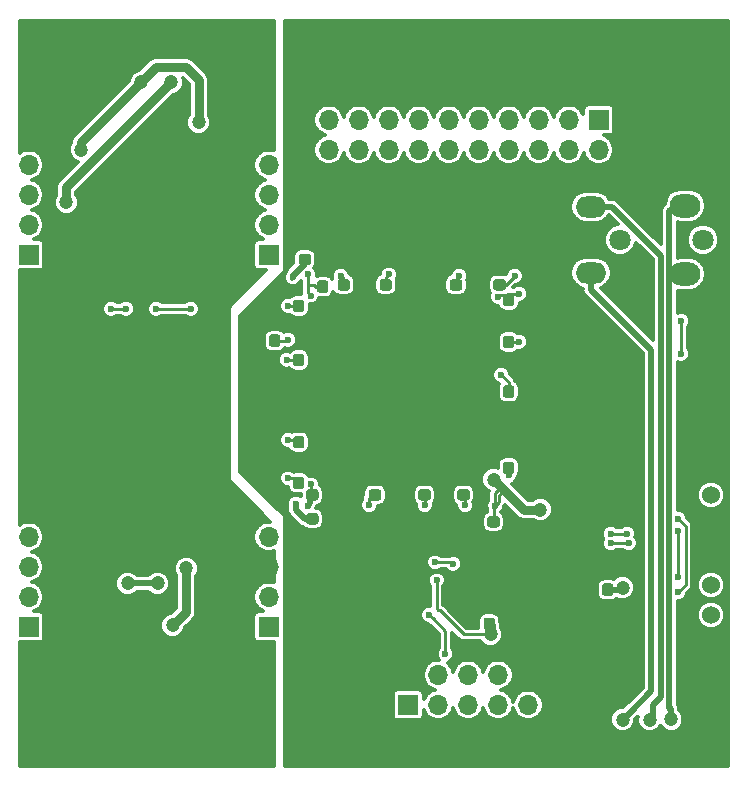
<source format=gbr>
G04 #@! TF.GenerationSoftware,KiCad,Pcbnew,(5.0.0)*
G04 #@! TF.CreationDate,2019-03-10T23:00:14+01:00*
G04 #@! TF.ProjectId,rfreplacement,72667265706C6163656D656E742E6B69,rev?*
G04 #@! TF.SameCoordinates,Original*
G04 #@! TF.FileFunction,Copper,L2,Bot,Signal*
G04 #@! TF.FilePolarity,Positive*
%FSLAX46Y46*%
G04 Gerber Fmt 4.6, Leading zero omitted, Abs format (unit mm)*
G04 Created by KiCad (PCBNEW (5.0.0)) date 03/10/19 23:00:14*
%MOMM*%
%LPD*%
G01*
G04 APERTURE LIST*
G04 #@! TA.AperFunction,Conductor*
%ADD10C,0.100000*%
G04 #@! TD*
G04 #@! TA.AperFunction,SMDPad,CuDef*
%ADD11C,0.950000*%
G04 #@! TD*
G04 #@! TA.AperFunction,ComponentPad*
%ADD12R,1.700000X1.700000*%
G04 #@! TD*
G04 #@! TA.AperFunction,ComponentPad*
%ADD13O,1.700000X1.700000*%
G04 #@! TD*
G04 #@! TA.AperFunction,ComponentPad*
%ADD14C,1.800000*%
G04 #@! TD*
G04 #@! TA.AperFunction,ComponentPad*
%ADD15O,1.800000X2.600000*%
G04 #@! TD*
G04 #@! TA.AperFunction,ComponentPad*
%ADD16O,2.600000X1.800000*%
G04 #@! TD*
G04 #@! TA.AperFunction,ComponentPad*
%ADD17O,2.600000X2.000000*%
G04 #@! TD*
G04 #@! TA.AperFunction,ComponentPad*
%ADD18C,1.524000*%
G04 #@! TD*
G04 #@! TA.AperFunction,ViaPad*
%ADD19C,1.200000*%
G04 #@! TD*
G04 #@! TA.AperFunction,ViaPad*
%ADD20C,0.600000*%
G04 #@! TD*
G04 #@! TA.AperFunction,ViaPad*
%ADD21C,5.000000*%
G04 #@! TD*
G04 #@! TA.AperFunction,Conductor*
%ADD22C,0.500000*%
G04 #@! TD*
G04 #@! TA.AperFunction,Conductor*
%ADD23C,0.250000*%
G04 #@! TD*
G04 #@! TA.AperFunction,Conductor*
%ADD24C,0.800000*%
G04 #@! TD*
G04 #@! TA.AperFunction,Conductor*
%ADD25C,0.300000*%
G04 #@! TD*
G04 APERTURE END LIST*
D10*
G04 #@! TO.N,GND*
G04 #@! TO.C,C6*
G36*
X144659779Y-100074144D02*
X144682834Y-100077563D01*
X144705443Y-100083227D01*
X144727387Y-100091079D01*
X144748457Y-100101044D01*
X144768448Y-100113026D01*
X144787168Y-100126910D01*
X144804438Y-100142562D01*
X144820090Y-100159832D01*
X144833974Y-100178552D01*
X144845956Y-100198543D01*
X144855921Y-100219613D01*
X144863773Y-100241557D01*
X144869437Y-100264166D01*
X144872856Y-100287221D01*
X144874000Y-100310500D01*
X144874000Y-100885500D01*
X144872856Y-100908779D01*
X144869437Y-100931834D01*
X144863773Y-100954443D01*
X144855921Y-100976387D01*
X144845956Y-100997457D01*
X144833974Y-101017448D01*
X144820090Y-101036168D01*
X144804438Y-101053438D01*
X144787168Y-101069090D01*
X144768448Y-101082974D01*
X144748457Y-101094956D01*
X144727387Y-101104921D01*
X144705443Y-101112773D01*
X144682834Y-101118437D01*
X144659779Y-101121856D01*
X144636500Y-101123000D01*
X144161500Y-101123000D01*
X144138221Y-101121856D01*
X144115166Y-101118437D01*
X144092557Y-101112773D01*
X144070613Y-101104921D01*
X144049543Y-101094956D01*
X144029552Y-101082974D01*
X144010832Y-101069090D01*
X143993562Y-101053438D01*
X143977910Y-101036168D01*
X143964026Y-101017448D01*
X143952044Y-100997457D01*
X143942079Y-100976387D01*
X143934227Y-100954443D01*
X143928563Y-100931834D01*
X143925144Y-100908779D01*
X143924000Y-100885500D01*
X143924000Y-100310500D01*
X143925144Y-100287221D01*
X143928563Y-100264166D01*
X143934227Y-100241557D01*
X143942079Y-100219613D01*
X143952044Y-100198543D01*
X143964026Y-100178552D01*
X143977910Y-100159832D01*
X143993562Y-100142562D01*
X144010832Y-100126910D01*
X144029552Y-100113026D01*
X144049543Y-100101044D01*
X144070613Y-100091079D01*
X144092557Y-100083227D01*
X144115166Y-100077563D01*
X144138221Y-100074144D01*
X144161500Y-100073000D01*
X144636500Y-100073000D01*
X144659779Y-100074144D01*
X144659779Y-100074144D01*
G37*
D11*
G04 #@! TD*
G04 #@! TO.P,C6,2*
G04 #@! TO.N,GND*
X144399000Y-100598000D03*
D10*
G04 #@! TO.N,/3V3A*
G04 #@! TO.C,C6*
G36*
X144659779Y-101824144D02*
X144682834Y-101827563D01*
X144705443Y-101833227D01*
X144727387Y-101841079D01*
X144748457Y-101851044D01*
X144768448Y-101863026D01*
X144787168Y-101876910D01*
X144804438Y-101892562D01*
X144820090Y-101909832D01*
X144833974Y-101928552D01*
X144845956Y-101948543D01*
X144855921Y-101969613D01*
X144863773Y-101991557D01*
X144869437Y-102014166D01*
X144872856Y-102037221D01*
X144874000Y-102060500D01*
X144874000Y-102635500D01*
X144872856Y-102658779D01*
X144869437Y-102681834D01*
X144863773Y-102704443D01*
X144855921Y-102726387D01*
X144845956Y-102747457D01*
X144833974Y-102767448D01*
X144820090Y-102786168D01*
X144804438Y-102803438D01*
X144787168Y-102819090D01*
X144768448Y-102832974D01*
X144748457Y-102844956D01*
X144727387Y-102854921D01*
X144705443Y-102862773D01*
X144682834Y-102868437D01*
X144659779Y-102871856D01*
X144636500Y-102873000D01*
X144161500Y-102873000D01*
X144138221Y-102871856D01*
X144115166Y-102868437D01*
X144092557Y-102862773D01*
X144070613Y-102854921D01*
X144049543Y-102844956D01*
X144029552Y-102832974D01*
X144010832Y-102819090D01*
X143993562Y-102803438D01*
X143977910Y-102786168D01*
X143964026Y-102767448D01*
X143952044Y-102747457D01*
X143942079Y-102726387D01*
X143934227Y-102704443D01*
X143928563Y-102681834D01*
X143925144Y-102658779D01*
X143924000Y-102635500D01*
X143924000Y-102060500D01*
X143925144Y-102037221D01*
X143928563Y-102014166D01*
X143934227Y-101991557D01*
X143942079Y-101969613D01*
X143952044Y-101948543D01*
X143964026Y-101928552D01*
X143977910Y-101909832D01*
X143993562Y-101892562D01*
X144010832Y-101876910D01*
X144029552Y-101863026D01*
X144049543Y-101851044D01*
X144070613Y-101841079D01*
X144092557Y-101833227D01*
X144115166Y-101827563D01*
X144138221Y-101824144D01*
X144161500Y-101823000D01*
X144636500Y-101823000D01*
X144659779Y-101824144D01*
X144659779Y-101824144D01*
G37*
D11*
G04 #@! TD*
G04 #@! TO.P,C6,1*
G04 #@! TO.N,/3V3A*
X144399000Y-102348000D03*
D10*
G04 #@! TO.N,GND*
G04 #@! TO.C,C11*
G36*
X128530779Y-76678144D02*
X128553834Y-76681563D01*
X128576443Y-76687227D01*
X128598387Y-76695079D01*
X128619457Y-76705044D01*
X128639448Y-76717026D01*
X128658168Y-76730910D01*
X128675438Y-76746562D01*
X128691090Y-76763832D01*
X128704974Y-76782552D01*
X128716956Y-76802543D01*
X128726921Y-76823613D01*
X128734773Y-76845557D01*
X128740437Y-76868166D01*
X128743856Y-76891221D01*
X128745000Y-76914500D01*
X128745000Y-77489500D01*
X128743856Y-77512779D01*
X128740437Y-77535834D01*
X128734773Y-77558443D01*
X128726921Y-77580387D01*
X128716956Y-77601457D01*
X128704974Y-77621448D01*
X128691090Y-77640168D01*
X128675438Y-77657438D01*
X128658168Y-77673090D01*
X128639448Y-77686974D01*
X128619457Y-77698956D01*
X128598387Y-77708921D01*
X128576443Y-77716773D01*
X128553834Y-77722437D01*
X128530779Y-77725856D01*
X128507500Y-77727000D01*
X128032500Y-77727000D01*
X128009221Y-77725856D01*
X127986166Y-77722437D01*
X127963557Y-77716773D01*
X127941613Y-77708921D01*
X127920543Y-77698956D01*
X127900552Y-77686974D01*
X127881832Y-77673090D01*
X127864562Y-77657438D01*
X127848910Y-77640168D01*
X127835026Y-77621448D01*
X127823044Y-77601457D01*
X127813079Y-77580387D01*
X127805227Y-77558443D01*
X127799563Y-77535834D01*
X127796144Y-77512779D01*
X127795000Y-77489500D01*
X127795000Y-76914500D01*
X127796144Y-76891221D01*
X127799563Y-76868166D01*
X127805227Y-76845557D01*
X127813079Y-76823613D01*
X127823044Y-76802543D01*
X127835026Y-76782552D01*
X127848910Y-76763832D01*
X127864562Y-76746562D01*
X127881832Y-76730910D01*
X127900552Y-76717026D01*
X127920543Y-76705044D01*
X127941613Y-76695079D01*
X127963557Y-76687227D01*
X127986166Y-76681563D01*
X128009221Y-76678144D01*
X128032500Y-76677000D01*
X128507500Y-76677000D01*
X128530779Y-76678144D01*
X128530779Y-76678144D01*
G37*
D11*
G04 #@! TD*
G04 #@! TO.P,C11,2*
G04 #@! TO.N,GND*
X128270000Y-77202000D03*
D10*
G04 #@! TO.N,/3V3B*
G04 #@! TO.C,C11*
G36*
X128530779Y-74928144D02*
X128553834Y-74931563D01*
X128576443Y-74937227D01*
X128598387Y-74945079D01*
X128619457Y-74955044D01*
X128639448Y-74967026D01*
X128658168Y-74980910D01*
X128675438Y-74996562D01*
X128691090Y-75013832D01*
X128704974Y-75032552D01*
X128716956Y-75052543D01*
X128726921Y-75073613D01*
X128734773Y-75095557D01*
X128740437Y-75118166D01*
X128743856Y-75141221D01*
X128745000Y-75164500D01*
X128745000Y-75739500D01*
X128743856Y-75762779D01*
X128740437Y-75785834D01*
X128734773Y-75808443D01*
X128726921Y-75830387D01*
X128716956Y-75851457D01*
X128704974Y-75871448D01*
X128691090Y-75890168D01*
X128675438Y-75907438D01*
X128658168Y-75923090D01*
X128639448Y-75936974D01*
X128619457Y-75948956D01*
X128598387Y-75958921D01*
X128576443Y-75966773D01*
X128553834Y-75972437D01*
X128530779Y-75975856D01*
X128507500Y-75977000D01*
X128032500Y-75977000D01*
X128009221Y-75975856D01*
X127986166Y-75972437D01*
X127963557Y-75966773D01*
X127941613Y-75958921D01*
X127920543Y-75948956D01*
X127900552Y-75936974D01*
X127881832Y-75923090D01*
X127864562Y-75907438D01*
X127848910Y-75890168D01*
X127835026Y-75871448D01*
X127823044Y-75851457D01*
X127813079Y-75830387D01*
X127805227Y-75808443D01*
X127799563Y-75785834D01*
X127796144Y-75762779D01*
X127795000Y-75739500D01*
X127795000Y-75164500D01*
X127796144Y-75141221D01*
X127799563Y-75118166D01*
X127805227Y-75095557D01*
X127813079Y-75073613D01*
X127823044Y-75052543D01*
X127835026Y-75032552D01*
X127848910Y-75013832D01*
X127864562Y-74996562D01*
X127881832Y-74980910D01*
X127900552Y-74967026D01*
X127920543Y-74955044D01*
X127941613Y-74945079D01*
X127963557Y-74937227D01*
X127986166Y-74931563D01*
X128009221Y-74928144D01*
X128032500Y-74927000D01*
X128507500Y-74927000D01*
X128530779Y-74928144D01*
X128530779Y-74928144D01*
G37*
D11*
G04 #@! TD*
G04 #@! TO.P,C11,1*
G04 #@! TO.N,/3V3B*
X128270000Y-75452000D03*
D10*
G04 #@! TO.N,GND*
G04 #@! TO.C,C7*
G36*
X154692779Y-100681144D02*
X154715834Y-100684563D01*
X154738443Y-100690227D01*
X154760387Y-100698079D01*
X154781457Y-100708044D01*
X154801448Y-100720026D01*
X154820168Y-100733910D01*
X154837438Y-100749562D01*
X154853090Y-100766832D01*
X154866974Y-100785552D01*
X154878956Y-100805543D01*
X154888921Y-100826613D01*
X154896773Y-100848557D01*
X154902437Y-100871166D01*
X154905856Y-100894221D01*
X154907000Y-100917500D01*
X154907000Y-101492500D01*
X154905856Y-101515779D01*
X154902437Y-101538834D01*
X154896773Y-101561443D01*
X154888921Y-101583387D01*
X154878956Y-101604457D01*
X154866974Y-101624448D01*
X154853090Y-101643168D01*
X154837438Y-101660438D01*
X154820168Y-101676090D01*
X154801448Y-101689974D01*
X154781457Y-101701956D01*
X154760387Y-101711921D01*
X154738443Y-101719773D01*
X154715834Y-101725437D01*
X154692779Y-101728856D01*
X154669500Y-101730000D01*
X154194500Y-101730000D01*
X154171221Y-101728856D01*
X154148166Y-101725437D01*
X154125557Y-101719773D01*
X154103613Y-101711921D01*
X154082543Y-101701956D01*
X154062552Y-101689974D01*
X154043832Y-101676090D01*
X154026562Y-101660438D01*
X154010910Y-101643168D01*
X153997026Y-101624448D01*
X153985044Y-101604457D01*
X153975079Y-101583387D01*
X153967227Y-101561443D01*
X153961563Y-101538834D01*
X153958144Y-101515779D01*
X153957000Y-101492500D01*
X153957000Y-100917500D01*
X153958144Y-100894221D01*
X153961563Y-100871166D01*
X153967227Y-100848557D01*
X153975079Y-100826613D01*
X153985044Y-100805543D01*
X153997026Y-100785552D01*
X154010910Y-100766832D01*
X154026562Y-100749562D01*
X154043832Y-100733910D01*
X154062552Y-100720026D01*
X154082543Y-100708044D01*
X154103613Y-100698079D01*
X154125557Y-100690227D01*
X154148166Y-100684563D01*
X154171221Y-100681144D01*
X154194500Y-100680000D01*
X154669500Y-100680000D01*
X154692779Y-100681144D01*
X154692779Y-100681144D01*
G37*
D11*
G04 #@! TD*
G04 #@! TO.P,C7,1*
G04 #@! TO.N,GND*
X154432000Y-101205000D03*
D10*
G04 #@! TO.N,/3V3D*
G04 #@! TO.C,C7*
G36*
X154692779Y-98931144D02*
X154715834Y-98934563D01*
X154738443Y-98940227D01*
X154760387Y-98948079D01*
X154781457Y-98958044D01*
X154801448Y-98970026D01*
X154820168Y-98983910D01*
X154837438Y-98999562D01*
X154853090Y-99016832D01*
X154866974Y-99035552D01*
X154878956Y-99055543D01*
X154888921Y-99076613D01*
X154896773Y-99098557D01*
X154902437Y-99121166D01*
X154905856Y-99144221D01*
X154907000Y-99167500D01*
X154907000Y-99742500D01*
X154905856Y-99765779D01*
X154902437Y-99788834D01*
X154896773Y-99811443D01*
X154888921Y-99833387D01*
X154878956Y-99854457D01*
X154866974Y-99874448D01*
X154853090Y-99893168D01*
X154837438Y-99910438D01*
X154820168Y-99926090D01*
X154801448Y-99939974D01*
X154781457Y-99951956D01*
X154760387Y-99961921D01*
X154738443Y-99969773D01*
X154715834Y-99975437D01*
X154692779Y-99978856D01*
X154669500Y-99980000D01*
X154194500Y-99980000D01*
X154171221Y-99978856D01*
X154148166Y-99975437D01*
X154125557Y-99969773D01*
X154103613Y-99961921D01*
X154082543Y-99951956D01*
X154062552Y-99939974D01*
X154043832Y-99926090D01*
X154026562Y-99910438D01*
X154010910Y-99893168D01*
X153997026Y-99874448D01*
X153985044Y-99854457D01*
X153975079Y-99833387D01*
X153967227Y-99811443D01*
X153961563Y-99788834D01*
X153958144Y-99765779D01*
X153957000Y-99742500D01*
X153957000Y-99167500D01*
X153958144Y-99144221D01*
X153961563Y-99121166D01*
X153967227Y-99098557D01*
X153975079Y-99076613D01*
X153985044Y-99055543D01*
X153997026Y-99035552D01*
X154010910Y-99016832D01*
X154026562Y-98999562D01*
X154043832Y-98983910D01*
X154062552Y-98970026D01*
X154082543Y-98958044D01*
X154103613Y-98948079D01*
X154125557Y-98940227D01*
X154148166Y-98934563D01*
X154171221Y-98931144D01*
X154194500Y-98930000D01*
X154669500Y-98930000D01*
X154692779Y-98931144D01*
X154692779Y-98931144D01*
G37*
D11*
G04 #@! TD*
G04 #@! TO.P,C7,2*
G04 #@! TO.N,/3V3D*
X154432000Y-99455000D03*
D12*
G04 #@! TO.P,GPIO1,1*
G04 #@! TO.N,Net-(GPIO1-Pad1)*
X153670000Y-59690000D03*
D13*
G04 #@! TO.P,GPIO1,2*
G04 #@! TO.N,Net-(GPIO1-Pad2)*
X153670000Y-62230000D03*
G04 #@! TO.P,GPIO1,3*
G04 #@! TO.N,Net-(GPIO1-Pad3)*
X151130000Y-59690000D03*
G04 #@! TO.P,GPIO1,4*
G04 #@! TO.N,Net-(GPIO1-Pad4)*
X151130000Y-62230000D03*
G04 #@! TO.P,GPIO1,5*
G04 #@! TO.N,Net-(GPIO1-Pad5)*
X148590000Y-59690000D03*
G04 #@! TO.P,GPIO1,6*
G04 #@! TO.N,Net-(GPIO1-Pad6)*
X148590000Y-62230000D03*
G04 #@! TO.P,GPIO1,7*
G04 #@! TO.N,Net-(GPIO1-Pad7)*
X146050000Y-59690000D03*
G04 #@! TO.P,GPIO1,8*
G04 #@! TO.N,Net-(GPIO1-Pad8)*
X146050000Y-62230000D03*
G04 #@! TO.P,GPIO1,9*
G04 #@! TO.N,Net-(GPIO1-Pad9)*
X143510000Y-59690000D03*
G04 #@! TO.P,GPIO1,10*
G04 #@! TO.N,Net-(GPIO1-Pad10)*
X143510000Y-62230000D03*
G04 #@! TO.P,GPIO1,11*
G04 #@! TO.N,Net-(GPIO1-Pad11)*
X140970000Y-59690000D03*
G04 #@! TO.P,GPIO1,12*
G04 #@! TO.N,Net-(GPIO1-Pad12)*
X140970000Y-62230000D03*
G04 #@! TO.P,GPIO1,13*
G04 #@! TO.N,Net-(GPIO1-Pad13)*
X138430000Y-59690000D03*
G04 #@! TO.P,GPIO1,14*
G04 #@! TO.N,Net-(GPIO1-Pad14)*
X138430000Y-62230000D03*
G04 #@! TO.P,GPIO1,15*
G04 #@! TO.N,Net-(GPIO1-Pad15)*
X135890000Y-59690000D03*
G04 #@! TO.P,GPIO1,16*
G04 #@! TO.N,Net-(GPIO1-Pad16)*
X135890000Y-62230000D03*
G04 #@! TO.P,GPIO1,17*
G04 #@! TO.N,Net-(GPIO1-Pad17)*
X133350000Y-59690000D03*
G04 #@! TO.P,GPIO1,18*
G04 #@! TO.N,Net-(GPIO1-Pad18)*
X133350000Y-62230000D03*
G04 #@! TO.P,GPIO1,19*
G04 #@! TO.N,Net-(GPIO1-Pad19)*
X130810000Y-59690000D03*
G04 #@! TO.P,GPIO1,20*
G04 #@! TO.N,Net-(GPIO1-Pad20)*
X130810000Y-62230000D03*
G04 #@! TD*
D10*
G04 #@! TO.N,/3V3B*
G04 #@! TO.C,C14*
G36*
X139234779Y-90966144D02*
X139257834Y-90969563D01*
X139280443Y-90975227D01*
X139302387Y-90983079D01*
X139323457Y-90993044D01*
X139343448Y-91005026D01*
X139362168Y-91018910D01*
X139379438Y-91034562D01*
X139395090Y-91051832D01*
X139408974Y-91070552D01*
X139420956Y-91090543D01*
X139430921Y-91111613D01*
X139438773Y-91133557D01*
X139444437Y-91156166D01*
X139447856Y-91179221D01*
X139449000Y-91202500D01*
X139449000Y-91677500D01*
X139447856Y-91700779D01*
X139444437Y-91723834D01*
X139438773Y-91746443D01*
X139430921Y-91768387D01*
X139420956Y-91789457D01*
X139408974Y-91809448D01*
X139395090Y-91828168D01*
X139379438Y-91845438D01*
X139362168Y-91861090D01*
X139343448Y-91874974D01*
X139323457Y-91886956D01*
X139302387Y-91896921D01*
X139280443Y-91904773D01*
X139257834Y-91910437D01*
X139234779Y-91913856D01*
X139211500Y-91915000D01*
X138636500Y-91915000D01*
X138613221Y-91913856D01*
X138590166Y-91910437D01*
X138567557Y-91904773D01*
X138545613Y-91896921D01*
X138524543Y-91886956D01*
X138504552Y-91874974D01*
X138485832Y-91861090D01*
X138468562Y-91845438D01*
X138452910Y-91828168D01*
X138439026Y-91809448D01*
X138427044Y-91789457D01*
X138417079Y-91768387D01*
X138409227Y-91746443D01*
X138403563Y-91723834D01*
X138400144Y-91700779D01*
X138399000Y-91677500D01*
X138399000Y-91202500D01*
X138400144Y-91179221D01*
X138403563Y-91156166D01*
X138409227Y-91133557D01*
X138417079Y-91111613D01*
X138427044Y-91090543D01*
X138439026Y-91070552D01*
X138452910Y-91051832D01*
X138468562Y-91034562D01*
X138485832Y-91018910D01*
X138504552Y-91005026D01*
X138524543Y-90993044D01*
X138545613Y-90983079D01*
X138567557Y-90975227D01*
X138590166Y-90969563D01*
X138613221Y-90966144D01*
X138636500Y-90965000D01*
X139211500Y-90965000D01*
X139234779Y-90966144D01*
X139234779Y-90966144D01*
G37*
D11*
G04 #@! TD*
G04 #@! TO.P,C14,1*
G04 #@! TO.N,/3V3B*
X138924000Y-91440000D03*
D10*
G04 #@! TO.N,GND*
G04 #@! TO.C,C14*
G36*
X137484779Y-90966144D02*
X137507834Y-90969563D01*
X137530443Y-90975227D01*
X137552387Y-90983079D01*
X137573457Y-90993044D01*
X137593448Y-91005026D01*
X137612168Y-91018910D01*
X137629438Y-91034562D01*
X137645090Y-91051832D01*
X137658974Y-91070552D01*
X137670956Y-91090543D01*
X137680921Y-91111613D01*
X137688773Y-91133557D01*
X137694437Y-91156166D01*
X137697856Y-91179221D01*
X137699000Y-91202500D01*
X137699000Y-91677500D01*
X137697856Y-91700779D01*
X137694437Y-91723834D01*
X137688773Y-91746443D01*
X137680921Y-91768387D01*
X137670956Y-91789457D01*
X137658974Y-91809448D01*
X137645090Y-91828168D01*
X137629438Y-91845438D01*
X137612168Y-91861090D01*
X137593448Y-91874974D01*
X137573457Y-91886956D01*
X137552387Y-91896921D01*
X137530443Y-91904773D01*
X137507834Y-91910437D01*
X137484779Y-91913856D01*
X137461500Y-91915000D01*
X136886500Y-91915000D01*
X136863221Y-91913856D01*
X136840166Y-91910437D01*
X136817557Y-91904773D01*
X136795613Y-91896921D01*
X136774543Y-91886956D01*
X136754552Y-91874974D01*
X136735832Y-91861090D01*
X136718562Y-91845438D01*
X136702910Y-91828168D01*
X136689026Y-91809448D01*
X136677044Y-91789457D01*
X136667079Y-91768387D01*
X136659227Y-91746443D01*
X136653563Y-91723834D01*
X136650144Y-91700779D01*
X136649000Y-91677500D01*
X136649000Y-91202500D01*
X136650144Y-91179221D01*
X136653563Y-91156166D01*
X136659227Y-91133557D01*
X136667079Y-91111613D01*
X136677044Y-91090543D01*
X136689026Y-91070552D01*
X136702910Y-91051832D01*
X136718562Y-91034562D01*
X136735832Y-91018910D01*
X136754552Y-91005026D01*
X136774543Y-90993044D01*
X136795613Y-90983079D01*
X136817557Y-90975227D01*
X136840166Y-90969563D01*
X136863221Y-90966144D01*
X136886500Y-90965000D01*
X137461500Y-90965000D01*
X137484779Y-90966144D01*
X137484779Y-90966144D01*
G37*
D11*
G04 #@! TD*
G04 #@! TO.P,C14,2*
G04 #@! TO.N,GND*
X137174000Y-91440000D03*
D10*
G04 #@! TO.N,GND*
G04 #@! TO.C,C24*
G36*
X126498779Y-79599144D02*
X126521834Y-79602563D01*
X126544443Y-79608227D01*
X126566387Y-79616079D01*
X126587457Y-79626044D01*
X126607448Y-79638026D01*
X126626168Y-79651910D01*
X126643438Y-79667562D01*
X126659090Y-79684832D01*
X126672974Y-79703552D01*
X126684956Y-79723543D01*
X126694921Y-79744613D01*
X126702773Y-79766557D01*
X126708437Y-79789166D01*
X126711856Y-79812221D01*
X126713000Y-79835500D01*
X126713000Y-80410500D01*
X126711856Y-80433779D01*
X126708437Y-80456834D01*
X126702773Y-80479443D01*
X126694921Y-80501387D01*
X126684956Y-80522457D01*
X126672974Y-80542448D01*
X126659090Y-80561168D01*
X126643438Y-80578438D01*
X126626168Y-80594090D01*
X126607448Y-80607974D01*
X126587457Y-80619956D01*
X126566387Y-80629921D01*
X126544443Y-80637773D01*
X126521834Y-80643437D01*
X126498779Y-80646856D01*
X126475500Y-80648000D01*
X126000500Y-80648000D01*
X125977221Y-80646856D01*
X125954166Y-80643437D01*
X125931557Y-80637773D01*
X125909613Y-80629921D01*
X125888543Y-80619956D01*
X125868552Y-80607974D01*
X125849832Y-80594090D01*
X125832562Y-80578438D01*
X125816910Y-80561168D01*
X125803026Y-80542448D01*
X125791044Y-80522457D01*
X125781079Y-80501387D01*
X125773227Y-80479443D01*
X125767563Y-80456834D01*
X125764144Y-80433779D01*
X125763000Y-80410500D01*
X125763000Y-79835500D01*
X125764144Y-79812221D01*
X125767563Y-79789166D01*
X125773227Y-79766557D01*
X125781079Y-79744613D01*
X125791044Y-79723543D01*
X125803026Y-79703552D01*
X125816910Y-79684832D01*
X125832562Y-79667562D01*
X125849832Y-79651910D01*
X125868552Y-79638026D01*
X125888543Y-79626044D01*
X125909613Y-79616079D01*
X125931557Y-79608227D01*
X125954166Y-79602563D01*
X125977221Y-79599144D01*
X126000500Y-79598000D01*
X126475500Y-79598000D01*
X126498779Y-79599144D01*
X126498779Y-79599144D01*
G37*
D11*
G04 #@! TD*
G04 #@! TO.P,C24,2*
G04 #@! TO.N,GND*
X126238000Y-80123000D03*
D10*
G04 #@! TO.N,/3V3B*
G04 #@! TO.C,C24*
G36*
X126498779Y-77849144D02*
X126521834Y-77852563D01*
X126544443Y-77858227D01*
X126566387Y-77866079D01*
X126587457Y-77876044D01*
X126607448Y-77888026D01*
X126626168Y-77901910D01*
X126643438Y-77917562D01*
X126659090Y-77934832D01*
X126672974Y-77953552D01*
X126684956Y-77973543D01*
X126694921Y-77994613D01*
X126702773Y-78016557D01*
X126708437Y-78039166D01*
X126711856Y-78062221D01*
X126713000Y-78085500D01*
X126713000Y-78660500D01*
X126711856Y-78683779D01*
X126708437Y-78706834D01*
X126702773Y-78729443D01*
X126694921Y-78751387D01*
X126684956Y-78772457D01*
X126672974Y-78792448D01*
X126659090Y-78811168D01*
X126643438Y-78828438D01*
X126626168Y-78844090D01*
X126607448Y-78857974D01*
X126587457Y-78869956D01*
X126566387Y-78879921D01*
X126544443Y-78887773D01*
X126521834Y-78893437D01*
X126498779Y-78896856D01*
X126475500Y-78898000D01*
X126000500Y-78898000D01*
X125977221Y-78896856D01*
X125954166Y-78893437D01*
X125931557Y-78887773D01*
X125909613Y-78879921D01*
X125888543Y-78869956D01*
X125868552Y-78857974D01*
X125849832Y-78844090D01*
X125832562Y-78828438D01*
X125816910Y-78811168D01*
X125803026Y-78792448D01*
X125791044Y-78772457D01*
X125781079Y-78751387D01*
X125773227Y-78729443D01*
X125767563Y-78706834D01*
X125764144Y-78683779D01*
X125763000Y-78660500D01*
X125763000Y-78085500D01*
X125764144Y-78062221D01*
X125767563Y-78039166D01*
X125773227Y-78016557D01*
X125781079Y-77994613D01*
X125791044Y-77973543D01*
X125803026Y-77953552D01*
X125816910Y-77934832D01*
X125832562Y-77917562D01*
X125849832Y-77901910D01*
X125868552Y-77888026D01*
X125888543Y-77876044D01*
X125909613Y-77866079D01*
X125931557Y-77858227D01*
X125954166Y-77852563D01*
X125977221Y-77849144D01*
X126000500Y-77848000D01*
X126475500Y-77848000D01*
X126498779Y-77849144D01*
X126498779Y-77849144D01*
G37*
D11*
G04 #@! TD*
G04 #@! TO.P,C24,1*
G04 #@! TO.N,/3V3B*
X126238000Y-78373000D03*
D10*
G04 #@! TO.N,/3V3B*
G04 #@! TO.C,C25*
G36*
X146310779Y-82167144D02*
X146333834Y-82170563D01*
X146356443Y-82176227D01*
X146378387Y-82184079D01*
X146399457Y-82194044D01*
X146419448Y-82206026D01*
X146438168Y-82219910D01*
X146455438Y-82235562D01*
X146471090Y-82252832D01*
X146484974Y-82271552D01*
X146496956Y-82291543D01*
X146506921Y-82312613D01*
X146514773Y-82334557D01*
X146520437Y-82357166D01*
X146523856Y-82380221D01*
X146525000Y-82403500D01*
X146525000Y-82978500D01*
X146523856Y-83001779D01*
X146520437Y-83024834D01*
X146514773Y-83047443D01*
X146506921Y-83069387D01*
X146496956Y-83090457D01*
X146484974Y-83110448D01*
X146471090Y-83129168D01*
X146455438Y-83146438D01*
X146438168Y-83162090D01*
X146419448Y-83175974D01*
X146399457Y-83187956D01*
X146378387Y-83197921D01*
X146356443Y-83205773D01*
X146333834Y-83211437D01*
X146310779Y-83214856D01*
X146287500Y-83216000D01*
X145812500Y-83216000D01*
X145789221Y-83214856D01*
X145766166Y-83211437D01*
X145743557Y-83205773D01*
X145721613Y-83197921D01*
X145700543Y-83187956D01*
X145680552Y-83175974D01*
X145661832Y-83162090D01*
X145644562Y-83146438D01*
X145628910Y-83129168D01*
X145615026Y-83110448D01*
X145603044Y-83090457D01*
X145593079Y-83069387D01*
X145585227Y-83047443D01*
X145579563Y-83024834D01*
X145576144Y-83001779D01*
X145575000Y-82978500D01*
X145575000Y-82403500D01*
X145576144Y-82380221D01*
X145579563Y-82357166D01*
X145585227Y-82334557D01*
X145593079Y-82312613D01*
X145603044Y-82291543D01*
X145615026Y-82271552D01*
X145628910Y-82252832D01*
X145644562Y-82235562D01*
X145661832Y-82219910D01*
X145680552Y-82206026D01*
X145700543Y-82194044D01*
X145721613Y-82184079D01*
X145743557Y-82176227D01*
X145766166Y-82170563D01*
X145789221Y-82167144D01*
X145812500Y-82166000D01*
X146287500Y-82166000D01*
X146310779Y-82167144D01*
X146310779Y-82167144D01*
G37*
D11*
G04 #@! TD*
G04 #@! TO.P,C25,1*
G04 #@! TO.N,/3V3B*
X146050000Y-82691000D03*
D10*
G04 #@! TO.N,GND*
G04 #@! TO.C,C25*
G36*
X146310779Y-83917144D02*
X146333834Y-83920563D01*
X146356443Y-83926227D01*
X146378387Y-83934079D01*
X146399457Y-83944044D01*
X146419448Y-83956026D01*
X146438168Y-83969910D01*
X146455438Y-83985562D01*
X146471090Y-84002832D01*
X146484974Y-84021552D01*
X146496956Y-84041543D01*
X146506921Y-84062613D01*
X146514773Y-84084557D01*
X146520437Y-84107166D01*
X146523856Y-84130221D01*
X146525000Y-84153500D01*
X146525000Y-84728500D01*
X146523856Y-84751779D01*
X146520437Y-84774834D01*
X146514773Y-84797443D01*
X146506921Y-84819387D01*
X146496956Y-84840457D01*
X146484974Y-84860448D01*
X146471090Y-84879168D01*
X146455438Y-84896438D01*
X146438168Y-84912090D01*
X146419448Y-84925974D01*
X146399457Y-84937956D01*
X146378387Y-84947921D01*
X146356443Y-84955773D01*
X146333834Y-84961437D01*
X146310779Y-84964856D01*
X146287500Y-84966000D01*
X145812500Y-84966000D01*
X145789221Y-84964856D01*
X145766166Y-84961437D01*
X145743557Y-84955773D01*
X145721613Y-84947921D01*
X145700543Y-84937956D01*
X145680552Y-84925974D01*
X145661832Y-84912090D01*
X145644562Y-84896438D01*
X145628910Y-84879168D01*
X145615026Y-84860448D01*
X145603044Y-84840457D01*
X145593079Y-84819387D01*
X145585227Y-84797443D01*
X145579563Y-84774834D01*
X145576144Y-84751779D01*
X145575000Y-84728500D01*
X145575000Y-84153500D01*
X145576144Y-84130221D01*
X145579563Y-84107166D01*
X145585227Y-84084557D01*
X145593079Y-84062613D01*
X145603044Y-84041543D01*
X145615026Y-84021552D01*
X145628910Y-84002832D01*
X145644562Y-83985562D01*
X145661832Y-83969910D01*
X145680552Y-83956026D01*
X145700543Y-83944044D01*
X145721613Y-83934079D01*
X145743557Y-83926227D01*
X145766166Y-83920563D01*
X145789221Y-83917144D01*
X145812500Y-83916000D01*
X146287500Y-83916000D01*
X146310779Y-83917144D01*
X146310779Y-83917144D01*
G37*
D11*
G04 #@! TD*
G04 #@! TO.P,C25,2*
G04 #@! TO.N,GND*
X146050000Y-84441000D03*
D10*
G04 #@! TO.N,/3V3B*
G04 #@! TO.C,C12*
G36*
X145584779Y-73186144D02*
X145607834Y-73189563D01*
X145630443Y-73195227D01*
X145652387Y-73203079D01*
X145673457Y-73213044D01*
X145693448Y-73225026D01*
X145712168Y-73238910D01*
X145729438Y-73254562D01*
X145745090Y-73271832D01*
X145758974Y-73290552D01*
X145770956Y-73310543D01*
X145780921Y-73331613D01*
X145788773Y-73353557D01*
X145794437Y-73376166D01*
X145797856Y-73399221D01*
X145799000Y-73422500D01*
X145799000Y-73897500D01*
X145797856Y-73920779D01*
X145794437Y-73943834D01*
X145788773Y-73966443D01*
X145780921Y-73988387D01*
X145770956Y-74009457D01*
X145758974Y-74029448D01*
X145745090Y-74048168D01*
X145729438Y-74065438D01*
X145712168Y-74081090D01*
X145693448Y-74094974D01*
X145673457Y-74106956D01*
X145652387Y-74116921D01*
X145630443Y-74124773D01*
X145607834Y-74130437D01*
X145584779Y-74133856D01*
X145561500Y-74135000D01*
X144986500Y-74135000D01*
X144963221Y-74133856D01*
X144940166Y-74130437D01*
X144917557Y-74124773D01*
X144895613Y-74116921D01*
X144874543Y-74106956D01*
X144854552Y-74094974D01*
X144835832Y-74081090D01*
X144818562Y-74065438D01*
X144802910Y-74048168D01*
X144789026Y-74029448D01*
X144777044Y-74009457D01*
X144767079Y-73988387D01*
X144759227Y-73966443D01*
X144753563Y-73943834D01*
X144750144Y-73920779D01*
X144749000Y-73897500D01*
X144749000Y-73422500D01*
X144750144Y-73399221D01*
X144753563Y-73376166D01*
X144759227Y-73353557D01*
X144767079Y-73331613D01*
X144777044Y-73310543D01*
X144789026Y-73290552D01*
X144802910Y-73271832D01*
X144818562Y-73254562D01*
X144835832Y-73238910D01*
X144854552Y-73225026D01*
X144874543Y-73213044D01*
X144895613Y-73203079D01*
X144917557Y-73195227D01*
X144940166Y-73189563D01*
X144963221Y-73186144D01*
X144986500Y-73185000D01*
X145561500Y-73185000D01*
X145584779Y-73186144D01*
X145584779Y-73186144D01*
G37*
D11*
G04 #@! TD*
G04 #@! TO.P,C12,1*
G04 #@! TO.N,/3V3B*
X145274000Y-73660000D03*
D10*
G04 #@! TO.N,GND*
G04 #@! TO.C,C12*
G36*
X143834779Y-73186144D02*
X143857834Y-73189563D01*
X143880443Y-73195227D01*
X143902387Y-73203079D01*
X143923457Y-73213044D01*
X143943448Y-73225026D01*
X143962168Y-73238910D01*
X143979438Y-73254562D01*
X143995090Y-73271832D01*
X144008974Y-73290552D01*
X144020956Y-73310543D01*
X144030921Y-73331613D01*
X144038773Y-73353557D01*
X144044437Y-73376166D01*
X144047856Y-73399221D01*
X144049000Y-73422500D01*
X144049000Y-73897500D01*
X144047856Y-73920779D01*
X144044437Y-73943834D01*
X144038773Y-73966443D01*
X144030921Y-73988387D01*
X144020956Y-74009457D01*
X144008974Y-74029448D01*
X143995090Y-74048168D01*
X143979438Y-74065438D01*
X143962168Y-74081090D01*
X143943448Y-74094974D01*
X143923457Y-74106956D01*
X143902387Y-74116921D01*
X143880443Y-74124773D01*
X143857834Y-74130437D01*
X143834779Y-74133856D01*
X143811500Y-74135000D01*
X143236500Y-74135000D01*
X143213221Y-74133856D01*
X143190166Y-74130437D01*
X143167557Y-74124773D01*
X143145613Y-74116921D01*
X143124543Y-74106956D01*
X143104552Y-74094974D01*
X143085832Y-74081090D01*
X143068562Y-74065438D01*
X143052910Y-74048168D01*
X143039026Y-74029448D01*
X143027044Y-74009457D01*
X143017079Y-73988387D01*
X143009227Y-73966443D01*
X143003563Y-73943834D01*
X143000144Y-73920779D01*
X142999000Y-73897500D01*
X142999000Y-73422500D01*
X143000144Y-73399221D01*
X143003563Y-73376166D01*
X143009227Y-73353557D01*
X143017079Y-73331613D01*
X143027044Y-73310543D01*
X143039026Y-73290552D01*
X143052910Y-73271832D01*
X143068562Y-73254562D01*
X143085832Y-73238910D01*
X143104552Y-73225026D01*
X143124543Y-73213044D01*
X143145613Y-73203079D01*
X143167557Y-73195227D01*
X143190166Y-73189563D01*
X143213221Y-73186144D01*
X143236500Y-73185000D01*
X143811500Y-73185000D01*
X143834779Y-73186144D01*
X143834779Y-73186144D01*
G37*
D11*
G04 #@! TD*
G04 #@! TO.P,C12,2*
G04 #@! TO.N,GND*
X143524000Y-73660000D03*
D10*
G04 #@! TO.N,/3V3B*
G04 #@! TO.C,C20*
G36*
X129737779Y-92998144D02*
X129760834Y-93001563D01*
X129783443Y-93007227D01*
X129805387Y-93015079D01*
X129826457Y-93025044D01*
X129846448Y-93037026D01*
X129865168Y-93050910D01*
X129882438Y-93066562D01*
X129898090Y-93083832D01*
X129911974Y-93102552D01*
X129923956Y-93122543D01*
X129933921Y-93143613D01*
X129941773Y-93165557D01*
X129947437Y-93188166D01*
X129950856Y-93211221D01*
X129952000Y-93234500D01*
X129952000Y-93709500D01*
X129950856Y-93732779D01*
X129947437Y-93755834D01*
X129941773Y-93778443D01*
X129933921Y-93800387D01*
X129923956Y-93821457D01*
X129911974Y-93841448D01*
X129898090Y-93860168D01*
X129882438Y-93877438D01*
X129865168Y-93893090D01*
X129846448Y-93906974D01*
X129826457Y-93918956D01*
X129805387Y-93928921D01*
X129783443Y-93936773D01*
X129760834Y-93942437D01*
X129737779Y-93945856D01*
X129714500Y-93947000D01*
X129139500Y-93947000D01*
X129116221Y-93945856D01*
X129093166Y-93942437D01*
X129070557Y-93936773D01*
X129048613Y-93928921D01*
X129027543Y-93918956D01*
X129007552Y-93906974D01*
X128988832Y-93893090D01*
X128971562Y-93877438D01*
X128955910Y-93860168D01*
X128942026Y-93841448D01*
X128930044Y-93821457D01*
X128920079Y-93800387D01*
X128912227Y-93778443D01*
X128906563Y-93755834D01*
X128903144Y-93732779D01*
X128902000Y-93709500D01*
X128902000Y-93234500D01*
X128903144Y-93211221D01*
X128906563Y-93188166D01*
X128912227Y-93165557D01*
X128920079Y-93143613D01*
X128930044Y-93122543D01*
X128942026Y-93102552D01*
X128955910Y-93083832D01*
X128971562Y-93066562D01*
X128988832Y-93050910D01*
X129007552Y-93037026D01*
X129027543Y-93025044D01*
X129048613Y-93015079D01*
X129070557Y-93007227D01*
X129093166Y-93001563D01*
X129116221Y-92998144D01*
X129139500Y-92997000D01*
X129714500Y-92997000D01*
X129737779Y-92998144D01*
X129737779Y-92998144D01*
G37*
D11*
G04 #@! TD*
G04 #@! TO.P,C20,1*
G04 #@! TO.N,/3V3B*
X129427000Y-93472000D03*
D10*
G04 #@! TO.N,GND*
G04 #@! TO.C,C20*
G36*
X131487779Y-92998144D02*
X131510834Y-93001563D01*
X131533443Y-93007227D01*
X131555387Y-93015079D01*
X131576457Y-93025044D01*
X131596448Y-93037026D01*
X131615168Y-93050910D01*
X131632438Y-93066562D01*
X131648090Y-93083832D01*
X131661974Y-93102552D01*
X131673956Y-93122543D01*
X131683921Y-93143613D01*
X131691773Y-93165557D01*
X131697437Y-93188166D01*
X131700856Y-93211221D01*
X131702000Y-93234500D01*
X131702000Y-93709500D01*
X131700856Y-93732779D01*
X131697437Y-93755834D01*
X131691773Y-93778443D01*
X131683921Y-93800387D01*
X131673956Y-93821457D01*
X131661974Y-93841448D01*
X131648090Y-93860168D01*
X131632438Y-93877438D01*
X131615168Y-93893090D01*
X131596448Y-93906974D01*
X131576457Y-93918956D01*
X131555387Y-93928921D01*
X131533443Y-93936773D01*
X131510834Y-93942437D01*
X131487779Y-93945856D01*
X131464500Y-93947000D01*
X130889500Y-93947000D01*
X130866221Y-93945856D01*
X130843166Y-93942437D01*
X130820557Y-93936773D01*
X130798613Y-93928921D01*
X130777543Y-93918956D01*
X130757552Y-93906974D01*
X130738832Y-93893090D01*
X130721562Y-93877438D01*
X130705910Y-93860168D01*
X130692026Y-93841448D01*
X130680044Y-93821457D01*
X130670079Y-93800387D01*
X130662227Y-93778443D01*
X130656563Y-93755834D01*
X130653144Y-93732779D01*
X130652000Y-93709500D01*
X130652000Y-93234500D01*
X130653144Y-93211221D01*
X130656563Y-93188166D01*
X130662227Y-93165557D01*
X130670079Y-93143613D01*
X130680044Y-93122543D01*
X130692026Y-93102552D01*
X130705910Y-93083832D01*
X130721562Y-93066562D01*
X130738832Y-93050910D01*
X130757552Y-93037026D01*
X130777543Y-93025044D01*
X130798613Y-93015079D01*
X130820557Y-93007227D01*
X130843166Y-93001563D01*
X130866221Y-92998144D01*
X130889500Y-92997000D01*
X131464500Y-92997000D01*
X131487779Y-92998144D01*
X131487779Y-92998144D01*
G37*
D11*
G04 #@! TD*
G04 #@! TO.P,C20,2*
G04 #@! TO.N,GND*
X131177000Y-93472000D03*
D10*
G04 #@! TO.N,GND*
G04 #@! TO.C,C19*
G36*
X133293779Y-90966144D02*
X133316834Y-90969563D01*
X133339443Y-90975227D01*
X133361387Y-90983079D01*
X133382457Y-90993044D01*
X133402448Y-91005026D01*
X133421168Y-91018910D01*
X133438438Y-91034562D01*
X133454090Y-91051832D01*
X133467974Y-91070552D01*
X133479956Y-91090543D01*
X133489921Y-91111613D01*
X133497773Y-91133557D01*
X133503437Y-91156166D01*
X133506856Y-91179221D01*
X133508000Y-91202500D01*
X133508000Y-91677500D01*
X133506856Y-91700779D01*
X133503437Y-91723834D01*
X133497773Y-91746443D01*
X133489921Y-91768387D01*
X133479956Y-91789457D01*
X133467974Y-91809448D01*
X133454090Y-91828168D01*
X133438438Y-91845438D01*
X133421168Y-91861090D01*
X133402448Y-91874974D01*
X133382457Y-91886956D01*
X133361387Y-91896921D01*
X133339443Y-91904773D01*
X133316834Y-91910437D01*
X133293779Y-91913856D01*
X133270500Y-91915000D01*
X132695500Y-91915000D01*
X132672221Y-91913856D01*
X132649166Y-91910437D01*
X132626557Y-91904773D01*
X132604613Y-91896921D01*
X132583543Y-91886956D01*
X132563552Y-91874974D01*
X132544832Y-91861090D01*
X132527562Y-91845438D01*
X132511910Y-91828168D01*
X132498026Y-91809448D01*
X132486044Y-91789457D01*
X132476079Y-91768387D01*
X132468227Y-91746443D01*
X132462563Y-91723834D01*
X132459144Y-91700779D01*
X132458000Y-91677500D01*
X132458000Y-91202500D01*
X132459144Y-91179221D01*
X132462563Y-91156166D01*
X132468227Y-91133557D01*
X132476079Y-91111613D01*
X132486044Y-91090543D01*
X132498026Y-91070552D01*
X132511910Y-91051832D01*
X132527562Y-91034562D01*
X132544832Y-91018910D01*
X132563552Y-91005026D01*
X132583543Y-90993044D01*
X132604613Y-90983079D01*
X132626557Y-90975227D01*
X132649166Y-90969563D01*
X132672221Y-90966144D01*
X132695500Y-90965000D01*
X133270500Y-90965000D01*
X133293779Y-90966144D01*
X133293779Y-90966144D01*
G37*
D11*
G04 #@! TD*
G04 #@! TO.P,C19,2*
G04 #@! TO.N,GND*
X132983000Y-91440000D03*
D10*
G04 #@! TO.N,/3V3B*
G04 #@! TO.C,C19*
G36*
X135043779Y-90966144D02*
X135066834Y-90969563D01*
X135089443Y-90975227D01*
X135111387Y-90983079D01*
X135132457Y-90993044D01*
X135152448Y-91005026D01*
X135171168Y-91018910D01*
X135188438Y-91034562D01*
X135204090Y-91051832D01*
X135217974Y-91070552D01*
X135229956Y-91090543D01*
X135239921Y-91111613D01*
X135247773Y-91133557D01*
X135253437Y-91156166D01*
X135256856Y-91179221D01*
X135258000Y-91202500D01*
X135258000Y-91677500D01*
X135256856Y-91700779D01*
X135253437Y-91723834D01*
X135247773Y-91746443D01*
X135239921Y-91768387D01*
X135229956Y-91789457D01*
X135217974Y-91809448D01*
X135204090Y-91828168D01*
X135188438Y-91845438D01*
X135171168Y-91861090D01*
X135152448Y-91874974D01*
X135132457Y-91886956D01*
X135111387Y-91896921D01*
X135089443Y-91904773D01*
X135066834Y-91910437D01*
X135043779Y-91913856D01*
X135020500Y-91915000D01*
X134445500Y-91915000D01*
X134422221Y-91913856D01*
X134399166Y-91910437D01*
X134376557Y-91904773D01*
X134354613Y-91896921D01*
X134333543Y-91886956D01*
X134313552Y-91874974D01*
X134294832Y-91861090D01*
X134277562Y-91845438D01*
X134261910Y-91828168D01*
X134248026Y-91809448D01*
X134236044Y-91789457D01*
X134226079Y-91768387D01*
X134218227Y-91746443D01*
X134212563Y-91723834D01*
X134209144Y-91700779D01*
X134208000Y-91677500D01*
X134208000Y-91202500D01*
X134209144Y-91179221D01*
X134212563Y-91156166D01*
X134218227Y-91133557D01*
X134226079Y-91111613D01*
X134236044Y-91090543D01*
X134248026Y-91070552D01*
X134261910Y-91051832D01*
X134277562Y-91034562D01*
X134294832Y-91018910D01*
X134313552Y-91005026D01*
X134333543Y-90993044D01*
X134354613Y-90983079D01*
X134376557Y-90975227D01*
X134399166Y-90969563D01*
X134422221Y-90966144D01*
X134445500Y-90965000D01*
X135020500Y-90965000D01*
X135043779Y-90966144D01*
X135043779Y-90966144D01*
G37*
D11*
G04 #@! TD*
G04 #@! TO.P,C19,1*
G04 #@! TO.N,/3V3B*
X134733000Y-91440000D03*
D10*
G04 #@! TO.N,GND*
G04 #@! TO.C,C13*
G36*
X146310779Y-79726144D02*
X146333834Y-79729563D01*
X146356443Y-79735227D01*
X146378387Y-79743079D01*
X146399457Y-79753044D01*
X146419448Y-79765026D01*
X146438168Y-79778910D01*
X146455438Y-79794562D01*
X146471090Y-79811832D01*
X146484974Y-79830552D01*
X146496956Y-79850543D01*
X146506921Y-79871613D01*
X146514773Y-79893557D01*
X146520437Y-79916166D01*
X146523856Y-79939221D01*
X146525000Y-79962500D01*
X146525000Y-80537500D01*
X146523856Y-80560779D01*
X146520437Y-80583834D01*
X146514773Y-80606443D01*
X146506921Y-80628387D01*
X146496956Y-80649457D01*
X146484974Y-80669448D01*
X146471090Y-80688168D01*
X146455438Y-80705438D01*
X146438168Y-80721090D01*
X146419448Y-80734974D01*
X146399457Y-80746956D01*
X146378387Y-80756921D01*
X146356443Y-80764773D01*
X146333834Y-80770437D01*
X146310779Y-80773856D01*
X146287500Y-80775000D01*
X145812500Y-80775000D01*
X145789221Y-80773856D01*
X145766166Y-80770437D01*
X145743557Y-80764773D01*
X145721613Y-80756921D01*
X145700543Y-80746956D01*
X145680552Y-80734974D01*
X145661832Y-80721090D01*
X145644562Y-80705438D01*
X145628910Y-80688168D01*
X145615026Y-80669448D01*
X145603044Y-80649457D01*
X145593079Y-80628387D01*
X145585227Y-80606443D01*
X145579563Y-80583834D01*
X145576144Y-80560779D01*
X145575000Y-80537500D01*
X145575000Y-79962500D01*
X145576144Y-79939221D01*
X145579563Y-79916166D01*
X145585227Y-79893557D01*
X145593079Y-79871613D01*
X145603044Y-79850543D01*
X145615026Y-79830552D01*
X145628910Y-79811832D01*
X145644562Y-79794562D01*
X145661832Y-79778910D01*
X145680552Y-79765026D01*
X145700543Y-79753044D01*
X145721613Y-79743079D01*
X145743557Y-79735227D01*
X145766166Y-79729563D01*
X145789221Y-79726144D01*
X145812500Y-79725000D01*
X146287500Y-79725000D01*
X146310779Y-79726144D01*
X146310779Y-79726144D01*
G37*
D11*
G04 #@! TD*
G04 #@! TO.P,C13,2*
G04 #@! TO.N,GND*
X146050000Y-80250000D03*
D10*
G04 #@! TO.N,/3V3B*
G04 #@! TO.C,C13*
G36*
X146310779Y-77976144D02*
X146333834Y-77979563D01*
X146356443Y-77985227D01*
X146378387Y-77993079D01*
X146399457Y-78003044D01*
X146419448Y-78015026D01*
X146438168Y-78028910D01*
X146455438Y-78044562D01*
X146471090Y-78061832D01*
X146484974Y-78080552D01*
X146496956Y-78100543D01*
X146506921Y-78121613D01*
X146514773Y-78143557D01*
X146520437Y-78166166D01*
X146523856Y-78189221D01*
X146525000Y-78212500D01*
X146525000Y-78787500D01*
X146523856Y-78810779D01*
X146520437Y-78833834D01*
X146514773Y-78856443D01*
X146506921Y-78878387D01*
X146496956Y-78899457D01*
X146484974Y-78919448D01*
X146471090Y-78938168D01*
X146455438Y-78955438D01*
X146438168Y-78971090D01*
X146419448Y-78984974D01*
X146399457Y-78996956D01*
X146378387Y-79006921D01*
X146356443Y-79014773D01*
X146333834Y-79020437D01*
X146310779Y-79023856D01*
X146287500Y-79025000D01*
X145812500Y-79025000D01*
X145789221Y-79023856D01*
X145766166Y-79020437D01*
X145743557Y-79014773D01*
X145721613Y-79006921D01*
X145700543Y-78996956D01*
X145680552Y-78984974D01*
X145661832Y-78971090D01*
X145644562Y-78955438D01*
X145628910Y-78938168D01*
X145615026Y-78919448D01*
X145603044Y-78899457D01*
X145593079Y-78878387D01*
X145585227Y-78856443D01*
X145579563Y-78833834D01*
X145576144Y-78810779D01*
X145575000Y-78787500D01*
X145575000Y-78212500D01*
X145576144Y-78189221D01*
X145579563Y-78166166D01*
X145585227Y-78143557D01*
X145593079Y-78121613D01*
X145603044Y-78100543D01*
X145615026Y-78080552D01*
X145628910Y-78061832D01*
X145644562Y-78044562D01*
X145661832Y-78028910D01*
X145680552Y-78015026D01*
X145700543Y-78003044D01*
X145721613Y-77993079D01*
X145743557Y-77985227D01*
X145766166Y-77979563D01*
X145789221Y-77976144D01*
X145812500Y-77975000D01*
X146287500Y-77975000D01*
X146310779Y-77976144D01*
X146310779Y-77976144D01*
G37*
D11*
G04 #@! TD*
G04 #@! TO.P,C13,1*
G04 #@! TO.N,/3V3B*
X146050000Y-78500000D03*
D10*
G04 #@! TO.N,GND*
G04 #@! TO.C,C15*
G36*
X128530779Y-88136144D02*
X128553834Y-88139563D01*
X128576443Y-88145227D01*
X128598387Y-88153079D01*
X128619457Y-88163044D01*
X128639448Y-88175026D01*
X128658168Y-88188910D01*
X128675438Y-88204562D01*
X128691090Y-88221832D01*
X128704974Y-88240552D01*
X128716956Y-88260543D01*
X128726921Y-88281613D01*
X128734773Y-88303557D01*
X128740437Y-88326166D01*
X128743856Y-88349221D01*
X128745000Y-88372500D01*
X128745000Y-88947500D01*
X128743856Y-88970779D01*
X128740437Y-88993834D01*
X128734773Y-89016443D01*
X128726921Y-89038387D01*
X128716956Y-89059457D01*
X128704974Y-89079448D01*
X128691090Y-89098168D01*
X128675438Y-89115438D01*
X128658168Y-89131090D01*
X128639448Y-89144974D01*
X128619457Y-89156956D01*
X128598387Y-89166921D01*
X128576443Y-89174773D01*
X128553834Y-89180437D01*
X128530779Y-89183856D01*
X128507500Y-89185000D01*
X128032500Y-89185000D01*
X128009221Y-89183856D01*
X127986166Y-89180437D01*
X127963557Y-89174773D01*
X127941613Y-89166921D01*
X127920543Y-89156956D01*
X127900552Y-89144974D01*
X127881832Y-89131090D01*
X127864562Y-89115438D01*
X127848910Y-89098168D01*
X127835026Y-89079448D01*
X127823044Y-89059457D01*
X127813079Y-89038387D01*
X127805227Y-89016443D01*
X127799563Y-88993834D01*
X127796144Y-88970779D01*
X127795000Y-88947500D01*
X127795000Y-88372500D01*
X127796144Y-88349221D01*
X127799563Y-88326166D01*
X127805227Y-88303557D01*
X127813079Y-88281613D01*
X127823044Y-88260543D01*
X127835026Y-88240552D01*
X127848910Y-88221832D01*
X127864562Y-88204562D01*
X127881832Y-88188910D01*
X127900552Y-88175026D01*
X127920543Y-88163044D01*
X127941613Y-88153079D01*
X127963557Y-88145227D01*
X127986166Y-88139563D01*
X128009221Y-88136144D01*
X128032500Y-88135000D01*
X128507500Y-88135000D01*
X128530779Y-88136144D01*
X128530779Y-88136144D01*
G37*
D11*
G04 #@! TD*
G04 #@! TO.P,C15,2*
G04 #@! TO.N,GND*
X128270000Y-88660000D03*
D10*
G04 #@! TO.N,/3V3B*
G04 #@! TO.C,C15*
G36*
X128530779Y-89886144D02*
X128553834Y-89889563D01*
X128576443Y-89895227D01*
X128598387Y-89903079D01*
X128619457Y-89913044D01*
X128639448Y-89925026D01*
X128658168Y-89938910D01*
X128675438Y-89954562D01*
X128691090Y-89971832D01*
X128704974Y-89990552D01*
X128716956Y-90010543D01*
X128726921Y-90031613D01*
X128734773Y-90053557D01*
X128740437Y-90076166D01*
X128743856Y-90099221D01*
X128745000Y-90122500D01*
X128745000Y-90697500D01*
X128743856Y-90720779D01*
X128740437Y-90743834D01*
X128734773Y-90766443D01*
X128726921Y-90788387D01*
X128716956Y-90809457D01*
X128704974Y-90829448D01*
X128691090Y-90848168D01*
X128675438Y-90865438D01*
X128658168Y-90881090D01*
X128639448Y-90894974D01*
X128619457Y-90906956D01*
X128598387Y-90916921D01*
X128576443Y-90924773D01*
X128553834Y-90930437D01*
X128530779Y-90933856D01*
X128507500Y-90935000D01*
X128032500Y-90935000D01*
X128009221Y-90933856D01*
X127986166Y-90930437D01*
X127963557Y-90924773D01*
X127941613Y-90916921D01*
X127920543Y-90906956D01*
X127900552Y-90894974D01*
X127881832Y-90881090D01*
X127864562Y-90865438D01*
X127848910Y-90848168D01*
X127835026Y-90829448D01*
X127823044Y-90809457D01*
X127813079Y-90788387D01*
X127805227Y-90766443D01*
X127799563Y-90743834D01*
X127796144Y-90720779D01*
X127795000Y-90697500D01*
X127795000Y-90122500D01*
X127796144Y-90099221D01*
X127799563Y-90076166D01*
X127805227Y-90053557D01*
X127813079Y-90031613D01*
X127823044Y-90010543D01*
X127835026Y-89990552D01*
X127848910Y-89971832D01*
X127864562Y-89954562D01*
X127881832Y-89938910D01*
X127900552Y-89925026D01*
X127920543Y-89913044D01*
X127941613Y-89903079D01*
X127963557Y-89895227D01*
X127986166Y-89889563D01*
X128009221Y-89886144D01*
X128032500Y-89885000D01*
X128507500Y-89885000D01*
X128530779Y-89886144D01*
X128530779Y-89886144D01*
G37*
D11*
G04 #@! TD*
G04 #@! TO.P,C15,1*
G04 #@! TO.N,/3V3B*
X128270000Y-90410000D03*
D10*
G04 #@! TO.N,GND*
G04 #@! TO.C,C26*
G36*
X140151779Y-73186144D02*
X140174834Y-73189563D01*
X140197443Y-73195227D01*
X140219387Y-73203079D01*
X140240457Y-73213044D01*
X140260448Y-73225026D01*
X140279168Y-73238910D01*
X140296438Y-73254562D01*
X140312090Y-73271832D01*
X140325974Y-73290552D01*
X140337956Y-73310543D01*
X140347921Y-73331613D01*
X140355773Y-73353557D01*
X140361437Y-73376166D01*
X140364856Y-73399221D01*
X140366000Y-73422500D01*
X140366000Y-73897500D01*
X140364856Y-73920779D01*
X140361437Y-73943834D01*
X140355773Y-73966443D01*
X140347921Y-73988387D01*
X140337956Y-74009457D01*
X140325974Y-74029448D01*
X140312090Y-74048168D01*
X140296438Y-74065438D01*
X140279168Y-74081090D01*
X140260448Y-74094974D01*
X140240457Y-74106956D01*
X140219387Y-74116921D01*
X140197443Y-74124773D01*
X140174834Y-74130437D01*
X140151779Y-74133856D01*
X140128500Y-74135000D01*
X139553500Y-74135000D01*
X139530221Y-74133856D01*
X139507166Y-74130437D01*
X139484557Y-74124773D01*
X139462613Y-74116921D01*
X139441543Y-74106956D01*
X139421552Y-74094974D01*
X139402832Y-74081090D01*
X139385562Y-74065438D01*
X139369910Y-74048168D01*
X139356026Y-74029448D01*
X139344044Y-74009457D01*
X139334079Y-73988387D01*
X139326227Y-73966443D01*
X139320563Y-73943834D01*
X139317144Y-73920779D01*
X139316000Y-73897500D01*
X139316000Y-73422500D01*
X139317144Y-73399221D01*
X139320563Y-73376166D01*
X139326227Y-73353557D01*
X139334079Y-73331613D01*
X139344044Y-73310543D01*
X139356026Y-73290552D01*
X139369910Y-73271832D01*
X139385562Y-73254562D01*
X139402832Y-73238910D01*
X139421552Y-73225026D01*
X139441543Y-73213044D01*
X139462613Y-73203079D01*
X139484557Y-73195227D01*
X139507166Y-73189563D01*
X139530221Y-73186144D01*
X139553500Y-73185000D01*
X140128500Y-73185000D01*
X140151779Y-73186144D01*
X140151779Y-73186144D01*
G37*
D11*
G04 #@! TD*
G04 #@! TO.P,C26,2*
G04 #@! TO.N,GND*
X139841000Y-73660000D03*
D10*
G04 #@! TO.N,/3V3B*
G04 #@! TO.C,C26*
G36*
X141901779Y-73186144D02*
X141924834Y-73189563D01*
X141947443Y-73195227D01*
X141969387Y-73203079D01*
X141990457Y-73213044D01*
X142010448Y-73225026D01*
X142029168Y-73238910D01*
X142046438Y-73254562D01*
X142062090Y-73271832D01*
X142075974Y-73290552D01*
X142087956Y-73310543D01*
X142097921Y-73331613D01*
X142105773Y-73353557D01*
X142111437Y-73376166D01*
X142114856Y-73399221D01*
X142116000Y-73422500D01*
X142116000Y-73897500D01*
X142114856Y-73920779D01*
X142111437Y-73943834D01*
X142105773Y-73966443D01*
X142097921Y-73988387D01*
X142087956Y-74009457D01*
X142075974Y-74029448D01*
X142062090Y-74048168D01*
X142046438Y-74065438D01*
X142029168Y-74081090D01*
X142010448Y-74094974D01*
X141990457Y-74106956D01*
X141969387Y-74116921D01*
X141947443Y-74124773D01*
X141924834Y-74130437D01*
X141901779Y-74133856D01*
X141878500Y-74135000D01*
X141303500Y-74135000D01*
X141280221Y-74133856D01*
X141257166Y-74130437D01*
X141234557Y-74124773D01*
X141212613Y-74116921D01*
X141191543Y-74106956D01*
X141171552Y-74094974D01*
X141152832Y-74081090D01*
X141135562Y-74065438D01*
X141119910Y-74048168D01*
X141106026Y-74029448D01*
X141094044Y-74009457D01*
X141084079Y-73988387D01*
X141076227Y-73966443D01*
X141070563Y-73943834D01*
X141067144Y-73920779D01*
X141066000Y-73897500D01*
X141066000Y-73422500D01*
X141067144Y-73399221D01*
X141070563Y-73376166D01*
X141076227Y-73353557D01*
X141084079Y-73331613D01*
X141094044Y-73310543D01*
X141106026Y-73290552D01*
X141119910Y-73271832D01*
X141135562Y-73254562D01*
X141152832Y-73238910D01*
X141171552Y-73225026D01*
X141191543Y-73213044D01*
X141212613Y-73203079D01*
X141234557Y-73195227D01*
X141257166Y-73189563D01*
X141280221Y-73186144D01*
X141303500Y-73185000D01*
X141878500Y-73185000D01*
X141901779Y-73186144D01*
X141901779Y-73186144D01*
G37*
D11*
G04 #@! TD*
G04 #@! TO.P,C26,1*
G04 #@! TO.N,/3V3B*
X141591000Y-73660000D03*
D10*
G04 #@! TO.N,GND*
G04 #@! TO.C,C27*
G36*
X134154779Y-73186144D02*
X134177834Y-73189563D01*
X134200443Y-73195227D01*
X134222387Y-73203079D01*
X134243457Y-73213044D01*
X134263448Y-73225026D01*
X134282168Y-73238910D01*
X134299438Y-73254562D01*
X134315090Y-73271832D01*
X134328974Y-73290552D01*
X134340956Y-73310543D01*
X134350921Y-73331613D01*
X134358773Y-73353557D01*
X134364437Y-73376166D01*
X134367856Y-73399221D01*
X134369000Y-73422500D01*
X134369000Y-73897500D01*
X134367856Y-73920779D01*
X134364437Y-73943834D01*
X134358773Y-73966443D01*
X134350921Y-73988387D01*
X134340956Y-74009457D01*
X134328974Y-74029448D01*
X134315090Y-74048168D01*
X134299438Y-74065438D01*
X134282168Y-74081090D01*
X134263448Y-74094974D01*
X134243457Y-74106956D01*
X134222387Y-74116921D01*
X134200443Y-74124773D01*
X134177834Y-74130437D01*
X134154779Y-74133856D01*
X134131500Y-74135000D01*
X133556500Y-74135000D01*
X133533221Y-74133856D01*
X133510166Y-74130437D01*
X133487557Y-74124773D01*
X133465613Y-74116921D01*
X133444543Y-74106956D01*
X133424552Y-74094974D01*
X133405832Y-74081090D01*
X133388562Y-74065438D01*
X133372910Y-74048168D01*
X133359026Y-74029448D01*
X133347044Y-74009457D01*
X133337079Y-73988387D01*
X133329227Y-73966443D01*
X133323563Y-73943834D01*
X133320144Y-73920779D01*
X133319000Y-73897500D01*
X133319000Y-73422500D01*
X133320144Y-73399221D01*
X133323563Y-73376166D01*
X133329227Y-73353557D01*
X133337079Y-73331613D01*
X133347044Y-73310543D01*
X133359026Y-73290552D01*
X133372910Y-73271832D01*
X133388562Y-73254562D01*
X133405832Y-73238910D01*
X133424552Y-73225026D01*
X133444543Y-73213044D01*
X133465613Y-73203079D01*
X133487557Y-73195227D01*
X133510166Y-73189563D01*
X133533221Y-73186144D01*
X133556500Y-73185000D01*
X134131500Y-73185000D01*
X134154779Y-73186144D01*
X134154779Y-73186144D01*
G37*
D11*
G04 #@! TD*
G04 #@! TO.P,C27,2*
G04 #@! TO.N,GND*
X133844000Y-73660000D03*
D10*
G04 #@! TO.N,/3V3B*
G04 #@! TO.C,C27*
G36*
X132404779Y-73186144D02*
X132427834Y-73189563D01*
X132450443Y-73195227D01*
X132472387Y-73203079D01*
X132493457Y-73213044D01*
X132513448Y-73225026D01*
X132532168Y-73238910D01*
X132549438Y-73254562D01*
X132565090Y-73271832D01*
X132578974Y-73290552D01*
X132590956Y-73310543D01*
X132600921Y-73331613D01*
X132608773Y-73353557D01*
X132614437Y-73376166D01*
X132617856Y-73399221D01*
X132619000Y-73422500D01*
X132619000Y-73897500D01*
X132617856Y-73920779D01*
X132614437Y-73943834D01*
X132608773Y-73966443D01*
X132600921Y-73988387D01*
X132590956Y-74009457D01*
X132578974Y-74029448D01*
X132565090Y-74048168D01*
X132549438Y-74065438D01*
X132532168Y-74081090D01*
X132513448Y-74094974D01*
X132493457Y-74106956D01*
X132472387Y-74116921D01*
X132450443Y-74124773D01*
X132427834Y-74130437D01*
X132404779Y-74133856D01*
X132381500Y-74135000D01*
X131806500Y-74135000D01*
X131783221Y-74133856D01*
X131760166Y-74130437D01*
X131737557Y-74124773D01*
X131715613Y-74116921D01*
X131694543Y-74106956D01*
X131674552Y-74094974D01*
X131655832Y-74081090D01*
X131638562Y-74065438D01*
X131622910Y-74048168D01*
X131609026Y-74029448D01*
X131597044Y-74009457D01*
X131587079Y-73988387D01*
X131579227Y-73966443D01*
X131573563Y-73943834D01*
X131570144Y-73920779D01*
X131569000Y-73897500D01*
X131569000Y-73422500D01*
X131570144Y-73399221D01*
X131573563Y-73376166D01*
X131579227Y-73353557D01*
X131587079Y-73331613D01*
X131597044Y-73310543D01*
X131609026Y-73290552D01*
X131622910Y-73271832D01*
X131638562Y-73254562D01*
X131655832Y-73238910D01*
X131674552Y-73225026D01*
X131694543Y-73213044D01*
X131715613Y-73203079D01*
X131737557Y-73195227D01*
X131760166Y-73189563D01*
X131783221Y-73186144D01*
X131806500Y-73185000D01*
X132381500Y-73185000D01*
X132404779Y-73186144D01*
X132404779Y-73186144D01*
G37*
D11*
G04 #@! TD*
G04 #@! TO.P,C27,1*
G04 #@! TO.N,/3V3B*
X132094000Y-73660000D03*
D10*
G04 #@! TO.N,/3V3B*
G04 #@! TO.C,C16*
G36*
X128530779Y-79500144D02*
X128553834Y-79503563D01*
X128576443Y-79509227D01*
X128598387Y-79517079D01*
X128619457Y-79527044D01*
X128639448Y-79539026D01*
X128658168Y-79552910D01*
X128675438Y-79568562D01*
X128691090Y-79585832D01*
X128704974Y-79604552D01*
X128716956Y-79624543D01*
X128726921Y-79645613D01*
X128734773Y-79667557D01*
X128740437Y-79690166D01*
X128743856Y-79713221D01*
X128745000Y-79736500D01*
X128745000Y-80311500D01*
X128743856Y-80334779D01*
X128740437Y-80357834D01*
X128734773Y-80380443D01*
X128726921Y-80402387D01*
X128716956Y-80423457D01*
X128704974Y-80443448D01*
X128691090Y-80462168D01*
X128675438Y-80479438D01*
X128658168Y-80495090D01*
X128639448Y-80508974D01*
X128619457Y-80520956D01*
X128598387Y-80530921D01*
X128576443Y-80538773D01*
X128553834Y-80544437D01*
X128530779Y-80547856D01*
X128507500Y-80549000D01*
X128032500Y-80549000D01*
X128009221Y-80547856D01*
X127986166Y-80544437D01*
X127963557Y-80538773D01*
X127941613Y-80530921D01*
X127920543Y-80520956D01*
X127900552Y-80508974D01*
X127881832Y-80495090D01*
X127864562Y-80479438D01*
X127848910Y-80462168D01*
X127835026Y-80443448D01*
X127823044Y-80423457D01*
X127813079Y-80402387D01*
X127805227Y-80380443D01*
X127799563Y-80357834D01*
X127796144Y-80334779D01*
X127795000Y-80311500D01*
X127795000Y-79736500D01*
X127796144Y-79713221D01*
X127799563Y-79690166D01*
X127805227Y-79667557D01*
X127813079Y-79645613D01*
X127823044Y-79624543D01*
X127835026Y-79604552D01*
X127848910Y-79585832D01*
X127864562Y-79568562D01*
X127881832Y-79552910D01*
X127900552Y-79539026D01*
X127920543Y-79527044D01*
X127941613Y-79517079D01*
X127963557Y-79509227D01*
X127986166Y-79503563D01*
X128009221Y-79500144D01*
X128032500Y-79499000D01*
X128507500Y-79499000D01*
X128530779Y-79500144D01*
X128530779Y-79500144D01*
G37*
D11*
G04 #@! TD*
G04 #@! TO.P,C16,1*
G04 #@! TO.N,/3V3B*
X128270000Y-80024000D03*
D10*
G04 #@! TO.N,GND*
G04 #@! TO.C,C16*
G36*
X128530779Y-81250144D02*
X128553834Y-81253563D01*
X128576443Y-81259227D01*
X128598387Y-81267079D01*
X128619457Y-81277044D01*
X128639448Y-81289026D01*
X128658168Y-81302910D01*
X128675438Y-81318562D01*
X128691090Y-81335832D01*
X128704974Y-81354552D01*
X128716956Y-81374543D01*
X128726921Y-81395613D01*
X128734773Y-81417557D01*
X128740437Y-81440166D01*
X128743856Y-81463221D01*
X128745000Y-81486500D01*
X128745000Y-82061500D01*
X128743856Y-82084779D01*
X128740437Y-82107834D01*
X128734773Y-82130443D01*
X128726921Y-82152387D01*
X128716956Y-82173457D01*
X128704974Y-82193448D01*
X128691090Y-82212168D01*
X128675438Y-82229438D01*
X128658168Y-82245090D01*
X128639448Y-82258974D01*
X128619457Y-82270956D01*
X128598387Y-82280921D01*
X128576443Y-82288773D01*
X128553834Y-82294437D01*
X128530779Y-82297856D01*
X128507500Y-82299000D01*
X128032500Y-82299000D01*
X128009221Y-82297856D01*
X127986166Y-82294437D01*
X127963557Y-82288773D01*
X127941613Y-82280921D01*
X127920543Y-82270956D01*
X127900552Y-82258974D01*
X127881832Y-82245090D01*
X127864562Y-82229438D01*
X127848910Y-82212168D01*
X127835026Y-82193448D01*
X127823044Y-82173457D01*
X127813079Y-82152387D01*
X127805227Y-82130443D01*
X127799563Y-82107834D01*
X127796144Y-82084779D01*
X127795000Y-82061500D01*
X127795000Y-81486500D01*
X127796144Y-81463221D01*
X127799563Y-81440166D01*
X127805227Y-81417557D01*
X127813079Y-81395613D01*
X127823044Y-81374543D01*
X127835026Y-81354552D01*
X127848910Y-81335832D01*
X127864562Y-81318562D01*
X127881832Y-81302910D01*
X127900552Y-81289026D01*
X127920543Y-81277044D01*
X127941613Y-81267079D01*
X127963557Y-81259227D01*
X127986166Y-81253563D01*
X128009221Y-81250144D01*
X128032500Y-81249000D01*
X128507500Y-81249000D01*
X128530779Y-81250144D01*
X128530779Y-81250144D01*
G37*
D11*
G04 #@! TD*
G04 #@! TO.P,C16,2*
G04 #@! TO.N,GND*
X128270000Y-81774000D03*
D10*
G04 #@! TO.N,GND*
G04 #@! TO.C,C21*
G36*
X130852779Y-71027144D02*
X130875834Y-71030563D01*
X130898443Y-71036227D01*
X130920387Y-71044079D01*
X130941457Y-71054044D01*
X130961448Y-71066026D01*
X130980168Y-71079910D01*
X130997438Y-71095562D01*
X131013090Y-71112832D01*
X131026974Y-71131552D01*
X131038956Y-71151543D01*
X131048921Y-71172613D01*
X131056773Y-71194557D01*
X131062437Y-71217166D01*
X131065856Y-71240221D01*
X131067000Y-71263500D01*
X131067000Y-71738500D01*
X131065856Y-71761779D01*
X131062437Y-71784834D01*
X131056773Y-71807443D01*
X131048921Y-71829387D01*
X131038956Y-71850457D01*
X131026974Y-71870448D01*
X131013090Y-71889168D01*
X130997438Y-71906438D01*
X130980168Y-71922090D01*
X130961448Y-71935974D01*
X130941457Y-71947956D01*
X130920387Y-71957921D01*
X130898443Y-71965773D01*
X130875834Y-71971437D01*
X130852779Y-71974856D01*
X130829500Y-71976000D01*
X130254500Y-71976000D01*
X130231221Y-71974856D01*
X130208166Y-71971437D01*
X130185557Y-71965773D01*
X130163613Y-71957921D01*
X130142543Y-71947956D01*
X130122552Y-71935974D01*
X130103832Y-71922090D01*
X130086562Y-71906438D01*
X130070910Y-71889168D01*
X130057026Y-71870448D01*
X130045044Y-71850457D01*
X130035079Y-71829387D01*
X130027227Y-71807443D01*
X130021563Y-71784834D01*
X130018144Y-71761779D01*
X130017000Y-71738500D01*
X130017000Y-71263500D01*
X130018144Y-71240221D01*
X130021563Y-71217166D01*
X130027227Y-71194557D01*
X130035079Y-71172613D01*
X130045044Y-71151543D01*
X130057026Y-71131552D01*
X130070910Y-71112832D01*
X130086562Y-71095562D01*
X130103832Y-71079910D01*
X130122552Y-71066026D01*
X130142543Y-71054044D01*
X130163613Y-71044079D01*
X130185557Y-71036227D01*
X130208166Y-71030563D01*
X130231221Y-71027144D01*
X130254500Y-71026000D01*
X130829500Y-71026000D01*
X130852779Y-71027144D01*
X130852779Y-71027144D01*
G37*
D11*
G04 #@! TD*
G04 #@! TO.P,C21,2*
G04 #@! TO.N,GND*
X130542000Y-71501000D03*
D10*
G04 #@! TO.N,/3V3B*
G04 #@! TO.C,C21*
G36*
X129102779Y-71027144D02*
X129125834Y-71030563D01*
X129148443Y-71036227D01*
X129170387Y-71044079D01*
X129191457Y-71054044D01*
X129211448Y-71066026D01*
X129230168Y-71079910D01*
X129247438Y-71095562D01*
X129263090Y-71112832D01*
X129276974Y-71131552D01*
X129288956Y-71151543D01*
X129298921Y-71172613D01*
X129306773Y-71194557D01*
X129312437Y-71217166D01*
X129315856Y-71240221D01*
X129317000Y-71263500D01*
X129317000Y-71738500D01*
X129315856Y-71761779D01*
X129312437Y-71784834D01*
X129306773Y-71807443D01*
X129298921Y-71829387D01*
X129288956Y-71850457D01*
X129276974Y-71870448D01*
X129263090Y-71889168D01*
X129247438Y-71906438D01*
X129230168Y-71922090D01*
X129211448Y-71935974D01*
X129191457Y-71947956D01*
X129170387Y-71957921D01*
X129148443Y-71965773D01*
X129125834Y-71971437D01*
X129102779Y-71974856D01*
X129079500Y-71976000D01*
X128504500Y-71976000D01*
X128481221Y-71974856D01*
X128458166Y-71971437D01*
X128435557Y-71965773D01*
X128413613Y-71957921D01*
X128392543Y-71947956D01*
X128372552Y-71935974D01*
X128353832Y-71922090D01*
X128336562Y-71906438D01*
X128320910Y-71889168D01*
X128307026Y-71870448D01*
X128295044Y-71850457D01*
X128285079Y-71829387D01*
X128277227Y-71807443D01*
X128271563Y-71784834D01*
X128268144Y-71761779D01*
X128267000Y-71738500D01*
X128267000Y-71263500D01*
X128268144Y-71240221D01*
X128271563Y-71217166D01*
X128277227Y-71194557D01*
X128285079Y-71172613D01*
X128295044Y-71151543D01*
X128307026Y-71131552D01*
X128320910Y-71112832D01*
X128336562Y-71095562D01*
X128353832Y-71079910D01*
X128372552Y-71066026D01*
X128392543Y-71054044D01*
X128413613Y-71044079D01*
X128435557Y-71036227D01*
X128458166Y-71030563D01*
X128481221Y-71027144D01*
X128504500Y-71026000D01*
X129079500Y-71026000D01*
X129102779Y-71027144D01*
X129102779Y-71027144D01*
G37*
D11*
G04 #@! TD*
G04 #@! TO.P,C21,1*
G04 #@! TO.N,/3V3B*
X128792000Y-71501000D03*
D10*
G04 #@! TO.N,/3V3B*
G04 #@! TO.C,C22*
G36*
X142536779Y-90966144D02*
X142559834Y-90969563D01*
X142582443Y-90975227D01*
X142604387Y-90983079D01*
X142625457Y-90993044D01*
X142645448Y-91005026D01*
X142664168Y-91018910D01*
X142681438Y-91034562D01*
X142697090Y-91051832D01*
X142710974Y-91070552D01*
X142722956Y-91090543D01*
X142732921Y-91111613D01*
X142740773Y-91133557D01*
X142746437Y-91156166D01*
X142749856Y-91179221D01*
X142751000Y-91202500D01*
X142751000Y-91677500D01*
X142749856Y-91700779D01*
X142746437Y-91723834D01*
X142740773Y-91746443D01*
X142732921Y-91768387D01*
X142722956Y-91789457D01*
X142710974Y-91809448D01*
X142697090Y-91828168D01*
X142681438Y-91845438D01*
X142664168Y-91861090D01*
X142645448Y-91874974D01*
X142625457Y-91886956D01*
X142604387Y-91896921D01*
X142582443Y-91904773D01*
X142559834Y-91910437D01*
X142536779Y-91913856D01*
X142513500Y-91915000D01*
X141938500Y-91915000D01*
X141915221Y-91913856D01*
X141892166Y-91910437D01*
X141869557Y-91904773D01*
X141847613Y-91896921D01*
X141826543Y-91886956D01*
X141806552Y-91874974D01*
X141787832Y-91861090D01*
X141770562Y-91845438D01*
X141754910Y-91828168D01*
X141741026Y-91809448D01*
X141729044Y-91789457D01*
X141719079Y-91768387D01*
X141711227Y-91746443D01*
X141705563Y-91723834D01*
X141702144Y-91700779D01*
X141701000Y-91677500D01*
X141701000Y-91202500D01*
X141702144Y-91179221D01*
X141705563Y-91156166D01*
X141711227Y-91133557D01*
X141719079Y-91111613D01*
X141729044Y-91090543D01*
X141741026Y-91070552D01*
X141754910Y-91051832D01*
X141770562Y-91034562D01*
X141787832Y-91018910D01*
X141806552Y-91005026D01*
X141826543Y-90993044D01*
X141847613Y-90983079D01*
X141869557Y-90975227D01*
X141892166Y-90969563D01*
X141915221Y-90966144D01*
X141938500Y-90965000D01*
X142513500Y-90965000D01*
X142536779Y-90966144D01*
X142536779Y-90966144D01*
G37*
D11*
G04 #@! TD*
G04 #@! TO.P,C22,1*
G04 #@! TO.N,/3V3B*
X142226000Y-91440000D03*
D10*
G04 #@! TO.N,GND*
G04 #@! TO.C,C22*
G36*
X140786779Y-90966144D02*
X140809834Y-90969563D01*
X140832443Y-90975227D01*
X140854387Y-90983079D01*
X140875457Y-90993044D01*
X140895448Y-91005026D01*
X140914168Y-91018910D01*
X140931438Y-91034562D01*
X140947090Y-91051832D01*
X140960974Y-91070552D01*
X140972956Y-91090543D01*
X140982921Y-91111613D01*
X140990773Y-91133557D01*
X140996437Y-91156166D01*
X140999856Y-91179221D01*
X141001000Y-91202500D01*
X141001000Y-91677500D01*
X140999856Y-91700779D01*
X140996437Y-91723834D01*
X140990773Y-91746443D01*
X140982921Y-91768387D01*
X140972956Y-91789457D01*
X140960974Y-91809448D01*
X140947090Y-91828168D01*
X140931438Y-91845438D01*
X140914168Y-91861090D01*
X140895448Y-91874974D01*
X140875457Y-91886956D01*
X140854387Y-91896921D01*
X140832443Y-91904773D01*
X140809834Y-91910437D01*
X140786779Y-91913856D01*
X140763500Y-91915000D01*
X140188500Y-91915000D01*
X140165221Y-91913856D01*
X140142166Y-91910437D01*
X140119557Y-91904773D01*
X140097613Y-91896921D01*
X140076543Y-91886956D01*
X140056552Y-91874974D01*
X140037832Y-91861090D01*
X140020562Y-91845438D01*
X140004910Y-91828168D01*
X139991026Y-91809448D01*
X139979044Y-91789457D01*
X139969079Y-91768387D01*
X139961227Y-91746443D01*
X139955563Y-91723834D01*
X139952144Y-91700779D01*
X139951000Y-91677500D01*
X139951000Y-91202500D01*
X139952144Y-91179221D01*
X139955563Y-91156166D01*
X139961227Y-91133557D01*
X139969079Y-91111613D01*
X139979044Y-91090543D01*
X139991026Y-91070552D01*
X140004910Y-91051832D01*
X140020562Y-91034562D01*
X140037832Y-91018910D01*
X140056552Y-91005026D01*
X140076543Y-90993044D01*
X140097613Y-90983079D01*
X140119557Y-90975227D01*
X140142166Y-90969563D01*
X140165221Y-90966144D01*
X140188500Y-90965000D01*
X140763500Y-90965000D01*
X140786779Y-90966144D01*
X140786779Y-90966144D01*
G37*
D11*
G04 #@! TD*
G04 #@! TO.P,C22,2*
G04 #@! TO.N,GND*
X140476000Y-91440000D03*
D10*
G04 #@! TO.N,/3V3B*
G04 #@! TO.C,C18*
G36*
X146310779Y-88630144D02*
X146333834Y-88633563D01*
X146356443Y-88639227D01*
X146378387Y-88647079D01*
X146399457Y-88657044D01*
X146419448Y-88669026D01*
X146438168Y-88682910D01*
X146455438Y-88698562D01*
X146471090Y-88715832D01*
X146484974Y-88734552D01*
X146496956Y-88754543D01*
X146506921Y-88775613D01*
X146514773Y-88797557D01*
X146520437Y-88820166D01*
X146523856Y-88843221D01*
X146525000Y-88866500D01*
X146525000Y-89441500D01*
X146523856Y-89464779D01*
X146520437Y-89487834D01*
X146514773Y-89510443D01*
X146506921Y-89532387D01*
X146496956Y-89553457D01*
X146484974Y-89573448D01*
X146471090Y-89592168D01*
X146455438Y-89609438D01*
X146438168Y-89625090D01*
X146419448Y-89638974D01*
X146399457Y-89650956D01*
X146378387Y-89660921D01*
X146356443Y-89668773D01*
X146333834Y-89674437D01*
X146310779Y-89677856D01*
X146287500Y-89679000D01*
X145812500Y-89679000D01*
X145789221Y-89677856D01*
X145766166Y-89674437D01*
X145743557Y-89668773D01*
X145721613Y-89660921D01*
X145700543Y-89650956D01*
X145680552Y-89638974D01*
X145661832Y-89625090D01*
X145644562Y-89609438D01*
X145628910Y-89592168D01*
X145615026Y-89573448D01*
X145603044Y-89553457D01*
X145593079Y-89532387D01*
X145585227Y-89510443D01*
X145579563Y-89487834D01*
X145576144Y-89464779D01*
X145575000Y-89441500D01*
X145575000Y-88866500D01*
X145576144Y-88843221D01*
X145579563Y-88820166D01*
X145585227Y-88797557D01*
X145593079Y-88775613D01*
X145603044Y-88754543D01*
X145615026Y-88734552D01*
X145628910Y-88715832D01*
X145644562Y-88698562D01*
X145661832Y-88682910D01*
X145680552Y-88669026D01*
X145700543Y-88657044D01*
X145721613Y-88647079D01*
X145743557Y-88639227D01*
X145766166Y-88633563D01*
X145789221Y-88630144D01*
X145812500Y-88629000D01*
X146287500Y-88629000D01*
X146310779Y-88630144D01*
X146310779Y-88630144D01*
G37*
D11*
G04 #@! TD*
G04 #@! TO.P,C18,1*
G04 #@! TO.N,/3V3B*
X146050000Y-89154000D03*
D10*
G04 #@! TO.N,GND*
G04 #@! TO.C,C18*
G36*
X146310779Y-86880144D02*
X146333834Y-86883563D01*
X146356443Y-86889227D01*
X146378387Y-86897079D01*
X146399457Y-86907044D01*
X146419448Y-86919026D01*
X146438168Y-86932910D01*
X146455438Y-86948562D01*
X146471090Y-86965832D01*
X146484974Y-86984552D01*
X146496956Y-87004543D01*
X146506921Y-87025613D01*
X146514773Y-87047557D01*
X146520437Y-87070166D01*
X146523856Y-87093221D01*
X146525000Y-87116500D01*
X146525000Y-87691500D01*
X146523856Y-87714779D01*
X146520437Y-87737834D01*
X146514773Y-87760443D01*
X146506921Y-87782387D01*
X146496956Y-87803457D01*
X146484974Y-87823448D01*
X146471090Y-87842168D01*
X146455438Y-87859438D01*
X146438168Y-87875090D01*
X146419448Y-87888974D01*
X146399457Y-87900956D01*
X146378387Y-87910921D01*
X146356443Y-87918773D01*
X146333834Y-87924437D01*
X146310779Y-87927856D01*
X146287500Y-87929000D01*
X145812500Y-87929000D01*
X145789221Y-87927856D01*
X145766166Y-87924437D01*
X145743557Y-87918773D01*
X145721613Y-87910921D01*
X145700543Y-87900956D01*
X145680552Y-87888974D01*
X145661832Y-87875090D01*
X145644562Y-87859438D01*
X145628910Y-87842168D01*
X145615026Y-87823448D01*
X145603044Y-87803457D01*
X145593079Y-87782387D01*
X145585227Y-87760443D01*
X145579563Y-87737834D01*
X145576144Y-87714779D01*
X145575000Y-87691500D01*
X145575000Y-87116500D01*
X145576144Y-87093221D01*
X145579563Y-87070166D01*
X145585227Y-87047557D01*
X145593079Y-87025613D01*
X145603044Y-87004543D01*
X145615026Y-86984552D01*
X145628910Y-86965832D01*
X145644562Y-86948562D01*
X145661832Y-86932910D01*
X145680552Y-86919026D01*
X145700543Y-86907044D01*
X145721613Y-86897079D01*
X145743557Y-86889227D01*
X145766166Y-86883563D01*
X145789221Y-86880144D01*
X145812500Y-86879000D01*
X146287500Y-86879000D01*
X146310779Y-86880144D01*
X146310779Y-86880144D01*
G37*
D11*
G04 #@! TD*
G04 #@! TO.P,C18,2*
G04 #@! TO.N,GND*
X146050000Y-87404000D03*
D10*
G04 #@! TO.N,GND*
G04 #@! TO.C,C17*
G36*
X128530779Y-84707144D02*
X128553834Y-84710563D01*
X128576443Y-84716227D01*
X128598387Y-84724079D01*
X128619457Y-84734044D01*
X128639448Y-84746026D01*
X128658168Y-84759910D01*
X128675438Y-84775562D01*
X128691090Y-84792832D01*
X128704974Y-84811552D01*
X128716956Y-84831543D01*
X128726921Y-84852613D01*
X128734773Y-84874557D01*
X128740437Y-84897166D01*
X128743856Y-84920221D01*
X128745000Y-84943500D01*
X128745000Y-85518500D01*
X128743856Y-85541779D01*
X128740437Y-85564834D01*
X128734773Y-85587443D01*
X128726921Y-85609387D01*
X128716956Y-85630457D01*
X128704974Y-85650448D01*
X128691090Y-85669168D01*
X128675438Y-85686438D01*
X128658168Y-85702090D01*
X128639448Y-85715974D01*
X128619457Y-85727956D01*
X128598387Y-85737921D01*
X128576443Y-85745773D01*
X128553834Y-85751437D01*
X128530779Y-85754856D01*
X128507500Y-85756000D01*
X128032500Y-85756000D01*
X128009221Y-85754856D01*
X127986166Y-85751437D01*
X127963557Y-85745773D01*
X127941613Y-85737921D01*
X127920543Y-85727956D01*
X127900552Y-85715974D01*
X127881832Y-85702090D01*
X127864562Y-85686438D01*
X127848910Y-85669168D01*
X127835026Y-85650448D01*
X127823044Y-85630457D01*
X127813079Y-85609387D01*
X127805227Y-85587443D01*
X127799563Y-85564834D01*
X127796144Y-85541779D01*
X127795000Y-85518500D01*
X127795000Y-84943500D01*
X127796144Y-84920221D01*
X127799563Y-84897166D01*
X127805227Y-84874557D01*
X127813079Y-84852613D01*
X127823044Y-84831543D01*
X127835026Y-84811552D01*
X127848910Y-84792832D01*
X127864562Y-84775562D01*
X127881832Y-84759910D01*
X127900552Y-84746026D01*
X127920543Y-84734044D01*
X127941613Y-84724079D01*
X127963557Y-84716227D01*
X127986166Y-84710563D01*
X128009221Y-84707144D01*
X128032500Y-84706000D01*
X128507500Y-84706000D01*
X128530779Y-84707144D01*
X128530779Y-84707144D01*
G37*
D11*
G04 #@! TD*
G04 #@! TO.P,C17,2*
G04 #@! TO.N,GND*
X128270000Y-85231000D03*
D10*
G04 #@! TO.N,/3V3B*
G04 #@! TO.C,C17*
G36*
X128530779Y-86457144D02*
X128553834Y-86460563D01*
X128576443Y-86466227D01*
X128598387Y-86474079D01*
X128619457Y-86484044D01*
X128639448Y-86496026D01*
X128658168Y-86509910D01*
X128675438Y-86525562D01*
X128691090Y-86542832D01*
X128704974Y-86561552D01*
X128716956Y-86581543D01*
X128726921Y-86602613D01*
X128734773Y-86624557D01*
X128740437Y-86647166D01*
X128743856Y-86670221D01*
X128745000Y-86693500D01*
X128745000Y-87268500D01*
X128743856Y-87291779D01*
X128740437Y-87314834D01*
X128734773Y-87337443D01*
X128726921Y-87359387D01*
X128716956Y-87380457D01*
X128704974Y-87400448D01*
X128691090Y-87419168D01*
X128675438Y-87436438D01*
X128658168Y-87452090D01*
X128639448Y-87465974D01*
X128619457Y-87477956D01*
X128598387Y-87487921D01*
X128576443Y-87495773D01*
X128553834Y-87501437D01*
X128530779Y-87504856D01*
X128507500Y-87506000D01*
X128032500Y-87506000D01*
X128009221Y-87504856D01*
X127986166Y-87501437D01*
X127963557Y-87495773D01*
X127941613Y-87487921D01*
X127920543Y-87477956D01*
X127900552Y-87465974D01*
X127881832Y-87452090D01*
X127864562Y-87436438D01*
X127848910Y-87419168D01*
X127835026Y-87400448D01*
X127823044Y-87380457D01*
X127813079Y-87359387D01*
X127805227Y-87337443D01*
X127799563Y-87314834D01*
X127796144Y-87291779D01*
X127795000Y-87268500D01*
X127795000Y-86693500D01*
X127796144Y-86670221D01*
X127799563Y-86647166D01*
X127805227Y-86624557D01*
X127813079Y-86602613D01*
X127823044Y-86581543D01*
X127835026Y-86561552D01*
X127848910Y-86542832D01*
X127864562Y-86525562D01*
X127881832Y-86509910D01*
X127900552Y-86496026D01*
X127920543Y-86484044D01*
X127941613Y-86474079D01*
X127963557Y-86466227D01*
X127986166Y-86460563D01*
X128009221Y-86457144D01*
X128032500Y-86456000D01*
X128507500Y-86456000D01*
X128530779Y-86457144D01*
X128530779Y-86457144D01*
G37*
D11*
G04 #@! TD*
G04 #@! TO.P,C17,1*
G04 #@! TO.N,/3V3B*
X128270000Y-86981000D03*
D10*
G04 #@! TO.N,/3V3B*
G04 #@! TO.C,C23*
G36*
X135960779Y-73186144D02*
X135983834Y-73189563D01*
X136006443Y-73195227D01*
X136028387Y-73203079D01*
X136049457Y-73213044D01*
X136069448Y-73225026D01*
X136088168Y-73238910D01*
X136105438Y-73254562D01*
X136121090Y-73271832D01*
X136134974Y-73290552D01*
X136146956Y-73310543D01*
X136156921Y-73331613D01*
X136164773Y-73353557D01*
X136170437Y-73376166D01*
X136173856Y-73399221D01*
X136175000Y-73422500D01*
X136175000Y-73897500D01*
X136173856Y-73920779D01*
X136170437Y-73943834D01*
X136164773Y-73966443D01*
X136156921Y-73988387D01*
X136146956Y-74009457D01*
X136134974Y-74029448D01*
X136121090Y-74048168D01*
X136105438Y-74065438D01*
X136088168Y-74081090D01*
X136069448Y-74094974D01*
X136049457Y-74106956D01*
X136028387Y-74116921D01*
X136006443Y-74124773D01*
X135983834Y-74130437D01*
X135960779Y-74133856D01*
X135937500Y-74135000D01*
X135362500Y-74135000D01*
X135339221Y-74133856D01*
X135316166Y-74130437D01*
X135293557Y-74124773D01*
X135271613Y-74116921D01*
X135250543Y-74106956D01*
X135230552Y-74094974D01*
X135211832Y-74081090D01*
X135194562Y-74065438D01*
X135178910Y-74048168D01*
X135165026Y-74029448D01*
X135153044Y-74009457D01*
X135143079Y-73988387D01*
X135135227Y-73966443D01*
X135129563Y-73943834D01*
X135126144Y-73920779D01*
X135125000Y-73897500D01*
X135125000Y-73422500D01*
X135126144Y-73399221D01*
X135129563Y-73376166D01*
X135135227Y-73353557D01*
X135143079Y-73331613D01*
X135153044Y-73310543D01*
X135165026Y-73290552D01*
X135178910Y-73271832D01*
X135194562Y-73254562D01*
X135211832Y-73238910D01*
X135230552Y-73225026D01*
X135250543Y-73213044D01*
X135271613Y-73203079D01*
X135293557Y-73195227D01*
X135316166Y-73189563D01*
X135339221Y-73186144D01*
X135362500Y-73185000D01*
X135937500Y-73185000D01*
X135960779Y-73186144D01*
X135960779Y-73186144D01*
G37*
D11*
G04 #@! TD*
G04 #@! TO.P,C23,1*
G04 #@! TO.N,/3V3B*
X135650000Y-73660000D03*
D10*
G04 #@! TO.N,GND*
G04 #@! TO.C,C23*
G36*
X137710779Y-73186144D02*
X137733834Y-73189563D01*
X137756443Y-73195227D01*
X137778387Y-73203079D01*
X137799457Y-73213044D01*
X137819448Y-73225026D01*
X137838168Y-73238910D01*
X137855438Y-73254562D01*
X137871090Y-73271832D01*
X137884974Y-73290552D01*
X137896956Y-73310543D01*
X137906921Y-73331613D01*
X137914773Y-73353557D01*
X137920437Y-73376166D01*
X137923856Y-73399221D01*
X137925000Y-73422500D01*
X137925000Y-73897500D01*
X137923856Y-73920779D01*
X137920437Y-73943834D01*
X137914773Y-73966443D01*
X137906921Y-73988387D01*
X137896956Y-74009457D01*
X137884974Y-74029448D01*
X137871090Y-74048168D01*
X137855438Y-74065438D01*
X137838168Y-74081090D01*
X137819448Y-74094974D01*
X137799457Y-74106956D01*
X137778387Y-74116921D01*
X137756443Y-74124773D01*
X137733834Y-74130437D01*
X137710779Y-74133856D01*
X137687500Y-74135000D01*
X137112500Y-74135000D01*
X137089221Y-74133856D01*
X137066166Y-74130437D01*
X137043557Y-74124773D01*
X137021613Y-74116921D01*
X137000543Y-74106956D01*
X136980552Y-74094974D01*
X136961832Y-74081090D01*
X136944562Y-74065438D01*
X136928910Y-74048168D01*
X136915026Y-74029448D01*
X136903044Y-74009457D01*
X136893079Y-73988387D01*
X136885227Y-73966443D01*
X136879563Y-73943834D01*
X136876144Y-73920779D01*
X136875000Y-73897500D01*
X136875000Y-73422500D01*
X136876144Y-73399221D01*
X136879563Y-73376166D01*
X136885227Y-73353557D01*
X136893079Y-73331613D01*
X136903044Y-73310543D01*
X136915026Y-73290552D01*
X136928910Y-73271832D01*
X136944562Y-73254562D01*
X136961832Y-73238910D01*
X136980552Y-73225026D01*
X137000543Y-73213044D01*
X137021613Y-73203079D01*
X137043557Y-73195227D01*
X137066166Y-73189563D01*
X137089221Y-73186144D01*
X137112500Y-73185000D01*
X137687500Y-73185000D01*
X137710779Y-73186144D01*
X137710779Y-73186144D01*
G37*
D11*
G04 #@! TD*
G04 #@! TO.P,C23,2*
G04 #@! TO.N,GND*
X137400000Y-73660000D03*
D13*
G04 #@! TO.P,RFCON1,4*
G04 #@! TO.N,/CARRIER_SELECTOR*
X105410000Y-63500000D03*
G04 #@! TO.P,RFCON1,3*
G04 #@! TO.N,/CHROMA_OUT*
X105410000Y-66040000D03*
G04 #@! TO.P,RFCON1,2*
G04 #@! TO.N,/LUMA_OUT*
X105410000Y-68580000D03*
D12*
G04 #@! TO.P,RFCON1,1*
G04 #@! TO.N,/COMPOSITE_OUT*
X105410000Y-71120000D03*
G04 #@! TD*
G04 #@! TO.P,RFCON2,1*
G04 #@! TO.N,+12V*
X105410000Y-102616000D03*
D13*
G04 #@! TO.P,RFCON2,2*
G04 #@! TO.N,/LUMA_IN*
X105410000Y-100076000D03*
G04 #@! TO.P,RFCON2,3*
G04 #@! TO.N,/CHROMA_IN*
X105410000Y-97536000D03*
G04 #@! TO.P,RFCON2,4*
G04 #@! TO.N,/AUDIO_IN*
X105410000Y-94996000D03*
G04 #@! TD*
G04 #@! TO.P,JTAG1,10*
G04 #@! TO.N,GND*
X147701000Y-106680000D03*
G04 #@! TO.P,JTAG1,9*
G04 #@! TO.N,Net-(JTAG1-Pad9)*
X147701000Y-109220000D03*
G04 #@! TO.P,JTAG1,8*
G04 #@! TO.N,Net-(JTAG1-Pad8)*
X145161000Y-106680000D03*
G04 #@! TO.P,JTAG1,7*
G04 #@! TO.N,Net-(JTAG1-Pad7)*
X145161000Y-109220000D03*
G04 #@! TO.P,JTAG1,6*
G04 #@! TO.N,Net-(JTAG1-Pad6)*
X142621000Y-106680000D03*
G04 #@! TO.P,JTAG1,5*
G04 #@! TO.N,Net-(JTAG1-Pad5)*
X142621000Y-109220000D03*
G04 #@! TO.P,JTAG1,4*
G04 #@! TO.N,/3V3A*
X140081000Y-106680000D03*
G04 #@! TO.P,JTAG1,3*
G04 #@! TO.N,Net-(JTAG1-Pad3)*
X140081000Y-109220000D03*
G04 #@! TO.P,JTAG1,2*
G04 #@! TO.N,GND*
X137541000Y-106680000D03*
D12*
G04 #@! TO.P,JTAG1,1*
G04 #@! TO.N,Net-(JTAG1-Pad1)*
X137541000Y-109220000D03*
G04 #@! TD*
D10*
G04 #@! TO.N,/3V3C*
G04 #@! TO.C,C33*
G36*
X146310779Y-74420144D02*
X146333834Y-74423563D01*
X146356443Y-74429227D01*
X146378387Y-74437079D01*
X146399457Y-74447044D01*
X146419448Y-74459026D01*
X146438168Y-74472910D01*
X146455438Y-74488562D01*
X146471090Y-74505832D01*
X146484974Y-74524552D01*
X146496956Y-74544543D01*
X146506921Y-74565613D01*
X146514773Y-74587557D01*
X146520437Y-74610166D01*
X146523856Y-74633221D01*
X146525000Y-74656500D01*
X146525000Y-75231500D01*
X146523856Y-75254779D01*
X146520437Y-75277834D01*
X146514773Y-75300443D01*
X146506921Y-75322387D01*
X146496956Y-75343457D01*
X146484974Y-75363448D01*
X146471090Y-75382168D01*
X146455438Y-75399438D01*
X146438168Y-75415090D01*
X146419448Y-75428974D01*
X146399457Y-75440956D01*
X146378387Y-75450921D01*
X146356443Y-75458773D01*
X146333834Y-75464437D01*
X146310779Y-75467856D01*
X146287500Y-75469000D01*
X145812500Y-75469000D01*
X145789221Y-75467856D01*
X145766166Y-75464437D01*
X145743557Y-75458773D01*
X145721613Y-75450921D01*
X145700543Y-75440956D01*
X145680552Y-75428974D01*
X145661832Y-75415090D01*
X145644562Y-75399438D01*
X145628910Y-75382168D01*
X145615026Y-75363448D01*
X145603044Y-75343457D01*
X145593079Y-75322387D01*
X145585227Y-75300443D01*
X145579563Y-75277834D01*
X145576144Y-75254779D01*
X145575000Y-75231500D01*
X145575000Y-74656500D01*
X145576144Y-74633221D01*
X145579563Y-74610166D01*
X145585227Y-74587557D01*
X145593079Y-74565613D01*
X145603044Y-74544543D01*
X145615026Y-74524552D01*
X145628910Y-74505832D01*
X145644562Y-74488562D01*
X145661832Y-74472910D01*
X145680552Y-74459026D01*
X145700543Y-74447044D01*
X145721613Y-74437079D01*
X145743557Y-74429227D01*
X145766166Y-74423563D01*
X145789221Y-74420144D01*
X145812500Y-74419000D01*
X146287500Y-74419000D01*
X146310779Y-74420144D01*
X146310779Y-74420144D01*
G37*
D11*
G04 #@! TD*
G04 #@! TO.P,C33,1*
G04 #@! TO.N,/3V3C*
X146050000Y-74944000D03*
D10*
G04 #@! TO.N,GND*
G04 #@! TO.C,C33*
G36*
X146310779Y-76170144D02*
X146333834Y-76173563D01*
X146356443Y-76179227D01*
X146378387Y-76187079D01*
X146399457Y-76197044D01*
X146419448Y-76209026D01*
X146438168Y-76222910D01*
X146455438Y-76238562D01*
X146471090Y-76255832D01*
X146484974Y-76274552D01*
X146496956Y-76294543D01*
X146506921Y-76315613D01*
X146514773Y-76337557D01*
X146520437Y-76360166D01*
X146523856Y-76383221D01*
X146525000Y-76406500D01*
X146525000Y-76981500D01*
X146523856Y-77004779D01*
X146520437Y-77027834D01*
X146514773Y-77050443D01*
X146506921Y-77072387D01*
X146496956Y-77093457D01*
X146484974Y-77113448D01*
X146471090Y-77132168D01*
X146455438Y-77149438D01*
X146438168Y-77165090D01*
X146419448Y-77178974D01*
X146399457Y-77190956D01*
X146378387Y-77200921D01*
X146356443Y-77208773D01*
X146333834Y-77214437D01*
X146310779Y-77217856D01*
X146287500Y-77219000D01*
X145812500Y-77219000D01*
X145789221Y-77217856D01*
X145766166Y-77214437D01*
X145743557Y-77208773D01*
X145721613Y-77200921D01*
X145700543Y-77190956D01*
X145680552Y-77178974D01*
X145661832Y-77165090D01*
X145644562Y-77149438D01*
X145628910Y-77132168D01*
X145615026Y-77113448D01*
X145603044Y-77093457D01*
X145593079Y-77072387D01*
X145585227Y-77050443D01*
X145579563Y-77027834D01*
X145576144Y-77004779D01*
X145575000Y-76981500D01*
X145575000Y-76406500D01*
X145576144Y-76383221D01*
X145579563Y-76360166D01*
X145585227Y-76337557D01*
X145593079Y-76315613D01*
X145603044Y-76294543D01*
X145615026Y-76274552D01*
X145628910Y-76255832D01*
X145644562Y-76238562D01*
X145661832Y-76222910D01*
X145680552Y-76209026D01*
X145700543Y-76197044D01*
X145721613Y-76187079D01*
X145743557Y-76179227D01*
X145766166Y-76173563D01*
X145789221Y-76170144D01*
X145812500Y-76169000D01*
X146287500Y-76169000D01*
X146310779Y-76170144D01*
X146310779Y-76170144D01*
G37*
D11*
G04 #@! TD*
G04 #@! TO.P,C33,2*
G04 #@! TO.N,GND*
X146050000Y-76694000D03*
D10*
G04 #@! TO.N,GND*
G04 #@! TO.C,C32*
G36*
X130562779Y-75027144D02*
X130585834Y-75030563D01*
X130608443Y-75036227D01*
X130630387Y-75044079D01*
X130651457Y-75054044D01*
X130671448Y-75066026D01*
X130690168Y-75079910D01*
X130707438Y-75095562D01*
X130723090Y-75112832D01*
X130736974Y-75131552D01*
X130748956Y-75151543D01*
X130758921Y-75172613D01*
X130766773Y-75194557D01*
X130772437Y-75217166D01*
X130775856Y-75240221D01*
X130777000Y-75263500D01*
X130777000Y-75838500D01*
X130775856Y-75861779D01*
X130772437Y-75884834D01*
X130766773Y-75907443D01*
X130758921Y-75929387D01*
X130748956Y-75950457D01*
X130736974Y-75970448D01*
X130723090Y-75989168D01*
X130707438Y-76006438D01*
X130690168Y-76022090D01*
X130671448Y-76035974D01*
X130651457Y-76047956D01*
X130630387Y-76057921D01*
X130608443Y-76065773D01*
X130585834Y-76071437D01*
X130562779Y-76074856D01*
X130539500Y-76076000D01*
X130064500Y-76076000D01*
X130041221Y-76074856D01*
X130018166Y-76071437D01*
X129995557Y-76065773D01*
X129973613Y-76057921D01*
X129952543Y-76047956D01*
X129932552Y-76035974D01*
X129913832Y-76022090D01*
X129896562Y-76006438D01*
X129880910Y-75989168D01*
X129867026Y-75970448D01*
X129855044Y-75950457D01*
X129845079Y-75929387D01*
X129837227Y-75907443D01*
X129831563Y-75884834D01*
X129828144Y-75861779D01*
X129827000Y-75838500D01*
X129827000Y-75263500D01*
X129828144Y-75240221D01*
X129831563Y-75217166D01*
X129837227Y-75194557D01*
X129845079Y-75172613D01*
X129855044Y-75151543D01*
X129867026Y-75131552D01*
X129880910Y-75112832D01*
X129896562Y-75095562D01*
X129913832Y-75079910D01*
X129932552Y-75066026D01*
X129952543Y-75054044D01*
X129973613Y-75044079D01*
X129995557Y-75036227D01*
X130018166Y-75030563D01*
X130041221Y-75027144D01*
X130064500Y-75026000D01*
X130539500Y-75026000D01*
X130562779Y-75027144D01*
X130562779Y-75027144D01*
G37*
D11*
G04 #@! TD*
G04 #@! TO.P,C32,2*
G04 #@! TO.N,GND*
X130302000Y-75551000D03*
D10*
G04 #@! TO.N,/3V3C*
G04 #@! TO.C,C32*
G36*
X130562779Y-73277144D02*
X130585834Y-73280563D01*
X130608443Y-73286227D01*
X130630387Y-73294079D01*
X130651457Y-73304044D01*
X130671448Y-73316026D01*
X130690168Y-73329910D01*
X130707438Y-73345562D01*
X130723090Y-73362832D01*
X130736974Y-73381552D01*
X130748956Y-73401543D01*
X130758921Y-73422613D01*
X130766773Y-73444557D01*
X130772437Y-73467166D01*
X130775856Y-73490221D01*
X130777000Y-73513500D01*
X130777000Y-74088500D01*
X130775856Y-74111779D01*
X130772437Y-74134834D01*
X130766773Y-74157443D01*
X130758921Y-74179387D01*
X130748956Y-74200457D01*
X130736974Y-74220448D01*
X130723090Y-74239168D01*
X130707438Y-74256438D01*
X130690168Y-74272090D01*
X130671448Y-74285974D01*
X130651457Y-74297956D01*
X130630387Y-74307921D01*
X130608443Y-74315773D01*
X130585834Y-74321437D01*
X130562779Y-74324856D01*
X130539500Y-74326000D01*
X130064500Y-74326000D01*
X130041221Y-74324856D01*
X130018166Y-74321437D01*
X129995557Y-74315773D01*
X129973613Y-74307921D01*
X129952543Y-74297956D01*
X129932552Y-74285974D01*
X129913832Y-74272090D01*
X129896562Y-74256438D01*
X129880910Y-74239168D01*
X129867026Y-74220448D01*
X129855044Y-74200457D01*
X129845079Y-74179387D01*
X129837227Y-74157443D01*
X129831563Y-74134834D01*
X129828144Y-74111779D01*
X129827000Y-74088500D01*
X129827000Y-73513500D01*
X129828144Y-73490221D01*
X129831563Y-73467166D01*
X129837227Y-73444557D01*
X129845079Y-73422613D01*
X129855044Y-73401543D01*
X129867026Y-73381552D01*
X129880910Y-73362832D01*
X129896562Y-73345562D01*
X129913832Y-73329910D01*
X129932552Y-73316026D01*
X129952543Y-73304044D01*
X129973613Y-73294079D01*
X129995557Y-73286227D01*
X130018166Y-73280563D01*
X130041221Y-73277144D01*
X130064500Y-73276000D01*
X130539500Y-73276000D01*
X130562779Y-73277144D01*
X130562779Y-73277144D01*
G37*
D11*
G04 #@! TD*
G04 #@! TO.P,C32,1*
G04 #@! TO.N,/3V3C*
X130302000Y-73801000D03*
D10*
G04 #@! TO.N,/3V3C*
G04 #@! TO.C,C31*
G36*
X129737779Y-90966144D02*
X129760834Y-90969563D01*
X129783443Y-90975227D01*
X129805387Y-90983079D01*
X129826457Y-90993044D01*
X129846448Y-91005026D01*
X129865168Y-91018910D01*
X129882438Y-91034562D01*
X129898090Y-91051832D01*
X129911974Y-91070552D01*
X129923956Y-91090543D01*
X129933921Y-91111613D01*
X129941773Y-91133557D01*
X129947437Y-91156166D01*
X129950856Y-91179221D01*
X129952000Y-91202500D01*
X129952000Y-91677500D01*
X129950856Y-91700779D01*
X129947437Y-91723834D01*
X129941773Y-91746443D01*
X129933921Y-91768387D01*
X129923956Y-91789457D01*
X129911974Y-91809448D01*
X129898090Y-91828168D01*
X129882438Y-91845438D01*
X129865168Y-91861090D01*
X129846448Y-91874974D01*
X129826457Y-91886956D01*
X129805387Y-91896921D01*
X129783443Y-91904773D01*
X129760834Y-91910437D01*
X129737779Y-91913856D01*
X129714500Y-91915000D01*
X129139500Y-91915000D01*
X129116221Y-91913856D01*
X129093166Y-91910437D01*
X129070557Y-91904773D01*
X129048613Y-91896921D01*
X129027543Y-91886956D01*
X129007552Y-91874974D01*
X128988832Y-91861090D01*
X128971562Y-91845438D01*
X128955910Y-91828168D01*
X128942026Y-91809448D01*
X128930044Y-91789457D01*
X128920079Y-91768387D01*
X128912227Y-91746443D01*
X128906563Y-91723834D01*
X128903144Y-91700779D01*
X128902000Y-91677500D01*
X128902000Y-91202500D01*
X128903144Y-91179221D01*
X128906563Y-91156166D01*
X128912227Y-91133557D01*
X128920079Y-91111613D01*
X128930044Y-91090543D01*
X128942026Y-91070552D01*
X128955910Y-91051832D01*
X128971562Y-91034562D01*
X128988832Y-91018910D01*
X129007552Y-91005026D01*
X129027543Y-90993044D01*
X129048613Y-90983079D01*
X129070557Y-90975227D01*
X129093166Y-90969563D01*
X129116221Y-90966144D01*
X129139500Y-90965000D01*
X129714500Y-90965000D01*
X129737779Y-90966144D01*
X129737779Y-90966144D01*
G37*
D11*
G04 #@! TD*
G04 #@! TO.P,C31,1*
G04 #@! TO.N,/3V3C*
X129427000Y-91440000D03*
D10*
G04 #@! TO.N,GND*
G04 #@! TO.C,C31*
G36*
X131487779Y-90966144D02*
X131510834Y-90969563D01*
X131533443Y-90975227D01*
X131555387Y-90983079D01*
X131576457Y-90993044D01*
X131596448Y-91005026D01*
X131615168Y-91018910D01*
X131632438Y-91034562D01*
X131648090Y-91051832D01*
X131661974Y-91070552D01*
X131673956Y-91090543D01*
X131683921Y-91111613D01*
X131691773Y-91133557D01*
X131697437Y-91156166D01*
X131700856Y-91179221D01*
X131702000Y-91202500D01*
X131702000Y-91677500D01*
X131700856Y-91700779D01*
X131697437Y-91723834D01*
X131691773Y-91746443D01*
X131683921Y-91768387D01*
X131673956Y-91789457D01*
X131661974Y-91809448D01*
X131648090Y-91828168D01*
X131632438Y-91845438D01*
X131615168Y-91861090D01*
X131596448Y-91874974D01*
X131576457Y-91886956D01*
X131555387Y-91896921D01*
X131533443Y-91904773D01*
X131510834Y-91910437D01*
X131487779Y-91913856D01*
X131464500Y-91915000D01*
X130889500Y-91915000D01*
X130866221Y-91913856D01*
X130843166Y-91910437D01*
X130820557Y-91904773D01*
X130798613Y-91896921D01*
X130777543Y-91886956D01*
X130757552Y-91874974D01*
X130738832Y-91861090D01*
X130721562Y-91845438D01*
X130705910Y-91828168D01*
X130692026Y-91809448D01*
X130680044Y-91789457D01*
X130670079Y-91768387D01*
X130662227Y-91746443D01*
X130656563Y-91723834D01*
X130653144Y-91700779D01*
X130652000Y-91677500D01*
X130652000Y-91202500D01*
X130653144Y-91179221D01*
X130656563Y-91156166D01*
X130662227Y-91133557D01*
X130670079Y-91111613D01*
X130680044Y-91090543D01*
X130692026Y-91070552D01*
X130705910Y-91051832D01*
X130721562Y-91034562D01*
X130738832Y-91018910D01*
X130757552Y-91005026D01*
X130777543Y-90993044D01*
X130798613Y-90983079D01*
X130820557Y-90975227D01*
X130843166Y-90969563D01*
X130866221Y-90966144D01*
X130889500Y-90965000D01*
X131464500Y-90965000D01*
X131487779Y-90966144D01*
X131487779Y-90966144D01*
G37*
D11*
G04 #@! TD*
G04 #@! TO.P,C31,2*
G04 #@! TO.N,GND*
X131177000Y-91440000D03*
D10*
G04 #@! TO.N,GND*
G04 #@! TO.C,C34*
G36*
X143326779Y-93252144D02*
X143349834Y-93255563D01*
X143372443Y-93261227D01*
X143394387Y-93269079D01*
X143415457Y-93279044D01*
X143435448Y-93291026D01*
X143454168Y-93304910D01*
X143471438Y-93320562D01*
X143487090Y-93337832D01*
X143500974Y-93356552D01*
X143512956Y-93376543D01*
X143522921Y-93397613D01*
X143530773Y-93419557D01*
X143536437Y-93442166D01*
X143539856Y-93465221D01*
X143541000Y-93488500D01*
X143541000Y-93963500D01*
X143539856Y-93986779D01*
X143536437Y-94009834D01*
X143530773Y-94032443D01*
X143522921Y-94054387D01*
X143512956Y-94075457D01*
X143500974Y-94095448D01*
X143487090Y-94114168D01*
X143471438Y-94131438D01*
X143454168Y-94147090D01*
X143435448Y-94160974D01*
X143415457Y-94172956D01*
X143394387Y-94182921D01*
X143372443Y-94190773D01*
X143349834Y-94196437D01*
X143326779Y-94199856D01*
X143303500Y-94201000D01*
X142728500Y-94201000D01*
X142705221Y-94199856D01*
X142682166Y-94196437D01*
X142659557Y-94190773D01*
X142637613Y-94182921D01*
X142616543Y-94172956D01*
X142596552Y-94160974D01*
X142577832Y-94147090D01*
X142560562Y-94131438D01*
X142544910Y-94114168D01*
X142531026Y-94095448D01*
X142519044Y-94075457D01*
X142509079Y-94054387D01*
X142501227Y-94032443D01*
X142495563Y-94009834D01*
X142492144Y-93986779D01*
X142491000Y-93963500D01*
X142491000Y-93488500D01*
X142492144Y-93465221D01*
X142495563Y-93442166D01*
X142501227Y-93419557D01*
X142509079Y-93397613D01*
X142519044Y-93376543D01*
X142531026Y-93356552D01*
X142544910Y-93337832D01*
X142560562Y-93320562D01*
X142577832Y-93304910D01*
X142596552Y-93291026D01*
X142616543Y-93279044D01*
X142637613Y-93269079D01*
X142659557Y-93261227D01*
X142682166Y-93255563D01*
X142705221Y-93252144D01*
X142728500Y-93251000D01*
X143303500Y-93251000D01*
X143326779Y-93252144D01*
X143326779Y-93252144D01*
G37*
D11*
G04 #@! TD*
G04 #@! TO.P,C34,2*
G04 #@! TO.N,GND*
X143016000Y-93726000D03*
D10*
G04 #@! TO.N,/3V3C*
G04 #@! TO.C,C34*
G36*
X145076779Y-93252144D02*
X145099834Y-93255563D01*
X145122443Y-93261227D01*
X145144387Y-93269079D01*
X145165457Y-93279044D01*
X145185448Y-93291026D01*
X145204168Y-93304910D01*
X145221438Y-93320562D01*
X145237090Y-93337832D01*
X145250974Y-93356552D01*
X145262956Y-93376543D01*
X145272921Y-93397613D01*
X145280773Y-93419557D01*
X145286437Y-93442166D01*
X145289856Y-93465221D01*
X145291000Y-93488500D01*
X145291000Y-93963500D01*
X145289856Y-93986779D01*
X145286437Y-94009834D01*
X145280773Y-94032443D01*
X145272921Y-94054387D01*
X145262956Y-94075457D01*
X145250974Y-94095448D01*
X145237090Y-94114168D01*
X145221438Y-94131438D01*
X145204168Y-94147090D01*
X145185448Y-94160974D01*
X145165457Y-94172956D01*
X145144387Y-94182921D01*
X145122443Y-94190773D01*
X145099834Y-94196437D01*
X145076779Y-94199856D01*
X145053500Y-94201000D01*
X144478500Y-94201000D01*
X144455221Y-94199856D01*
X144432166Y-94196437D01*
X144409557Y-94190773D01*
X144387613Y-94182921D01*
X144366543Y-94172956D01*
X144346552Y-94160974D01*
X144327832Y-94147090D01*
X144310562Y-94131438D01*
X144294910Y-94114168D01*
X144281026Y-94095448D01*
X144269044Y-94075457D01*
X144259079Y-94054387D01*
X144251227Y-94032443D01*
X144245563Y-94009834D01*
X144242144Y-93986779D01*
X144241000Y-93963500D01*
X144241000Y-93488500D01*
X144242144Y-93465221D01*
X144245563Y-93442166D01*
X144251227Y-93419557D01*
X144259079Y-93397613D01*
X144269044Y-93376543D01*
X144281026Y-93356552D01*
X144294910Y-93337832D01*
X144310562Y-93320562D01*
X144327832Y-93304910D01*
X144346552Y-93291026D01*
X144366543Y-93279044D01*
X144387613Y-93269079D01*
X144409557Y-93261227D01*
X144432166Y-93255563D01*
X144455221Y-93252144D01*
X144478500Y-93251000D01*
X145053500Y-93251000D01*
X145076779Y-93252144D01*
X145076779Y-93252144D01*
G37*
D11*
G04 #@! TD*
G04 #@! TO.P,C34,1*
G04 #@! TO.N,/3V3C*
X144766000Y-93726000D03*
D12*
G04 #@! TO.P,RFCONC1,1*
G04 #@! TO.N,/COMPOSITE_OUT*
X125730000Y-71120000D03*
D13*
G04 #@! TO.P,RFCONC1,2*
G04 #@! TO.N,/LUMA_OUT*
X125730000Y-68580000D03*
G04 #@! TO.P,RFCONC1,3*
G04 #@! TO.N,/CHROMA_OUT*
X125730000Y-66040000D03*
G04 #@! TO.P,RFCONC1,4*
G04 #@! TO.N,Net-(RFCONC1-Pad4)*
X125730000Y-63500000D03*
G04 #@! TD*
G04 #@! TO.P,RFCONC2,4*
G04 #@! TO.N,/CHROMA_IN*
X125730000Y-94996000D03*
G04 #@! TO.P,RFCONC2,3*
G04 #@! TO.N,GNDA*
X125730000Y-97536000D03*
G04 #@! TO.P,RFCONC2,2*
G04 #@! TO.N,/LUMA_IN*
X125730000Y-100076000D03*
D12*
G04 #@! TO.P,RFCONC2,1*
G04 #@! TO.N,+12V*
X125730000Y-102616000D03*
G04 #@! TD*
D13*
G04 #@! TO.P,GND5,2*
G04 #@! TO.N,GND*
X162560000Y-81915000D03*
D12*
G04 #@! TO.P,GND5,1*
X162560000Y-84455000D03*
G04 #@! TD*
D14*
G04 #@! TO.P,J1,*
G04 #@! TO.N,*
X162505000Y-69850000D03*
X155505000Y-69850000D03*
D15*
G04 #@! TO.P,J1,S*
G04 #@! TO.N,GND*
X152305000Y-69850000D03*
D16*
G04 #@! TO.P,J1,R2*
G04 #@! TO.N,/PR*
X153005000Y-72650000D03*
G04 #@! TO.P,J1,R1*
G04 #@! TO.N,/PB*
X153005000Y-67050000D03*
D17*
G04 #@! TO.P,J1,T*
G04 #@! TO.N,/Y*
X161005000Y-66950000D03*
X161005000Y-72750000D03*
G04 #@! TD*
D18*
G04 #@! TO.P,SW1,1*
G04 #@! TO.N,Net-(SW1-Pad1)*
X163195000Y-101600000D03*
G04 #@! TO.P,SW1,2*
G04 #@! TO.N,Net-(SW1-Pad2)*
X163195000Y-99060000D03*
G04 #@! TO.P,SW1,3*
G04 #@! TO.N,GND*
X163195000Y-96520000D03*
G04 #@! TO.P,SW1,4*
G04 #@! TO.N,Net-(SW1-Pad4)*
X163195000Y-91440000D03*
G04 #@! TD*
D12*
G04 #@! TO.P,GND1,1*
G04 #@! TO.N,GNDA*
X118110000Y-113030000D03*
G04 #@! TD*
G04 #@! TO.P,GND2,1*
G04 #@! TO.N,GNDA*
X118110000Y-52705000D03*
G04 #@! TD*
G04 #@! TO.P,GND3,1*
G04 #@! TO.N,GND*
X147320000Y-113030000D03*
G04 #@! TD*
G04 #@! TO.P,GND4,1*
G04 #@! TO.N,GND*
X147320000Y-52705000D03*
G04 #@! TD*
D19*
G04 #@! TO.N,GND*
X155702000Y-101346000D03*
D20*
X152146000Y-92964000D03*
D19*
X153543000Y-98171000D03*
X146050000Y-95758000D03*
X145288000Y-99060000D03*
X153924000Y-112522000D03*
X151892000Y-104648000D03*
X129159000Y-97536000D03*
D20*
X135763000Y-99060000D03*
D19*
X128270000Y-105410000D03*
D20*
X137922000Y-92340000D03*
X133285000Y-92340000D03*
X127370000Y-85979000D03*
X124714000Y-78105000D03*
X127370000Y-74295000D03*
X130429000Y-72760000D03*
X134493000Y-72760000D03*
X140843000Y-72760000D03*
X146950000Y-76708000D03*
X146950000Y-81280000D03*
X146950000Y-87249000D03*
X146950000Y-90675000D03*
X143163796Y-92400535D03*
D21*
X137160000Y-82550000D03*
D20*
X124968000Y-90805000D03*
D19*
G04 #@! TO.N,/3V3D*
X155702000Y-99314000D03*
D20*
G04 #@! TO.N,Net-(AMP1-Pad1)*
X160655000Y-76708000D03*
X160655000Y-79502000D03*
D19*
G04 #@! TO.N,/3V3X*
X118745000Y-97663000D03*
X117602000Y-102489000D03*
G04 #@! TO.N,/3V3A*
X144526000Y-103251000D03*
D20*
X139954000Y-98679000D03*
G04 #@! TO.N,/3V3C*
X144907000Y-92340000D03*
D19*
X148717000Y-92710000D03*
X144780000Y-90169964D03*
D20*
X129035000Y-72760000D03*
X129286000Y-74560000D03*
X146950000Y-74425000D03*
X145150000Y-74676000D03*
X129035000Y-92351012D03*
X129286000Y-90551000D03*
G04 #@! TO.N,/3V3B*
X146050000Y-89789000D03*
X142367000Y-92329000D03*
X138938000Y-92329000D03*
X134239000Y-92329000D03*
X127381547Y-86778919D03*
X127254000Y-80010000D03*
X127381000Y-75438000D03*
X131826000Y-72898000D03*
X135910000Y-72771000D03*
X141859000Y-72898000D03*
X146558000Y-72898000D03*
X146939000Y-78486000D03*
X145415000Y-81280000D03*
X127381000Y-90043000D03*
X127381000Y-78300000D03*
X127762000Y-73025000D03*
X128016000Y-92202000D03*
G04 #@! TO.N,Net-(C10-Pad2)*
X112405000Y-75692000D03*
X113665000Y-75692000D03*
X119126000Y-75692000D03*
X116205000Y-75692000D03*
G04 #@! TO.N,Net-(JTAG1-Pad9)*
X139827000Y-97155000D03*
X141351000Y-97282000D03*
G04 #@! TO.N,Net-(JTAG1-Pad5)*
X140697849Y-104907819D03*
X139319000Y-101600000D03*
D19*
G04 #@! TO.N,/COMPOSITE_OUT*
X114935000Y-56515000D03*
X119801471Y-59903529D03*
X109855000Y-62230000D03*
G04 #@! TO.N,/LUMA_OUT*
X117475000Y-56515000D03*
X108585000Y-66675000D03*
G04 #@! TO.N,/CHROMA_IN*
X116332000Y-98933000D03*
X113792001Y-98933001D03*
G04 #@! TO.N,GNDA*
X115316000Y-112776000D03*
X117475000Y-65405000D03*
X114935000Y-80645000D03*
X110490000Y-77216000D03*
X120396000Y-80645000D03*
G04 #@! TO.N,/PB*
X157988000Y-110490002D03*
G04 #@! TO.N,/PR*
X155702002Y-110490000D03*
G04 #@! TO.N,/Y*
X159799042Y-110437697D03*
D20*
G04 #@! TO.N,Net-(SW1-Pad1)*
X154686000Y-95542003D03*
X156214438Y-95532421D03*
X160401000Y-94488000D03*
X160401000Y-98424996D03*
G04 #@! TO.N,Net-(SW1-Pad2)*
X154686000Y-94742000D03*
X156091000Y-94742000D03*
X160401000Y-93472000D03*
X160401000Y-99695000D03*
G04 #@! TD*
D22*
G04 #@! TO.N,/3V3D*
X154432000Y-99455000D02*
X155561000Y-99455000D01*
X155561000Y-99455000D02*
X155702000Y-99314000D01*
D23*
G04 #@! TO.N,Net-(AMP1-Pad1)*
X160655000Y-76708000D02*
X160655000Y-79502000D01*
D24*
G04 #@! TO.N,/3V3X*
X118745000Y-101346000D02*
X118201999Y-101889001D01*
X118201999Y-101889001D02*
X117602000Y-102489000D01*
X118745000Y-97663000D02*
X118745000Y-101346000D01*
G04 #@! TO.N,/3V3A*
X144526000Y-102475000D02*
X144399000Y-102348000D01*
X144526000Y-103251000D02*
X144526000Y-102475000D01*
D23*
X142240000Y-103251000D02*
X144526000Y-103251000D01*
X140208000Y-101219000D02*
X142240000Y-103251000D01*
X140081000Y-101219000D02*
X140208000Y-101219000D01*
X139954000Y-98679000D02*
X139954000Y-101092000D01*
X139954000Y-101092000D02*
X140081000Y-101219000D01*
D24*
G04 #@! TO.N,/3V3C*
X145379999Y-90769963D02*
X144780000Y-90169964D01*
X148717000Y-92710000D02*
X147320036Y-92710000D01*
D23*
X144907000Y-91242962D02*
X145379999Y-90769963D01*
X144907000Y-92340000D02*
X144907000Y-91242962D01*
X129035000Y-74309000D02*
X129286000Y-74560000D01*
X145206999Y-91521037D02*
X145669036Y-91059000D01*
X145206999Y-92040001D02*
X145206999Y-91521037D01*
X144907000Y-92340000D02*
X145206999Y-92040001D01*
D24*
X147320036Y-92710000D02*
X145669036Y-91059000D01*
X145669036Y-91059000D02*
X145379999Y-90769963D01*
D23*
X129586000Y-73660000D02*
X129035000Y-73660000D01*
X129727000Y-73801000D02*
X129586000Y-73660000D01*
X130302000Y-73801000D02*
X129727000Y-73801000D01*
X129035000Y-72760000D02*
X129035000Y-73660000D01*
X129035000Y-73660000D02*
X129035000Y-74309000D01*
X146050000Y-74552000D02*
X145923000Y-74425000D01*
X146050000Y-74944000D02*
X146050000Y-74552000D01*
X146950000Y-74425000D02*
X145923000Y-74425000D01*
X145277000Y-74549000D02*
X145150000Y-74676000D01*
X145923000Y-74425000D02*
X145923000Y-74549000D01*
X145923000Y-74549000D02*
X145277000Y-74549000D01*
X144766000Y-92481000D02*
X144907000Y-92340000D01*
X144766000Y-93726000D02*
X144766000Y-92481000D01*
X129427000Y-91556000D02*
X129035000Y-91948000D01*
X129427000Y-91440000D02*
X129427000Y-91556000D01*
X129035000Y-91948000D02*
X129035000Y-91683000D01*
X129035000Y-91948000D02*
X129035000Y-92351012D01*
X129286000Y-90551000D02*
X129286000Y-92100012D01*
X129286000Y-92100012D02*
X129035000Y-92351012D01*
G04 #@! TO.N,/3V3B*
X142367000Y-91581000D02*
X142226000Y-91440000D01*
X142367000Y-92329000D02*
X142367000Y-91581000D01*
X138938000Y-91454000D02*
X138924000Y-91440000D01*
X138938000Y-92329000D02*
X138938000Y-91454000D01*
X134239000Y-92329000D02*
X134239000Y-91708000D01*
X128067919Y-86778919D02*
X128270000Y-86981000D01*
X127381547Y-86778919D02*
X128067919Y-86778919D01*
X128256000Y-80010000D02*
X128270000Y-80024000D01*
X127254000Y-80010000D02*
X128256000Y-80010000D01*
X128256000Y-75438000D02*
X128270000Y-75452000D01*
X127381000Y-75438000D02*
X128256000Y-75438000D01*
X132094000Y-73660000D02*
X132094000Y-73166000D01*
X132094000Y-73166000D02*
X131826000Y-72898000D01*
X135650000Y-73031000D02*
X135910000Y-72771000D01*
X135650000Y-73660000D02*
X135650000Y-73031000D01*
X141591000Y-73660000D02*
X141591000Y-73166000D01*
X141591000Y-73166000D02*
X141859000Y-72898000D01*
X145274000Y-73660000D02*
X145796000Y-73660000D01*
X145796000Y-73660000D02*
X146558000Y-72898000D01*
X146050000Y-78500000D02*
X146925000Y-78500000D01*
X146925000Y-78500000D02*
X146939000Y-78486000D01*
X146050000Y-82691000D02*
X146050000Y-81915000D01*
X146050000Y-81915000D02*
X145415000Y-81280000D01*
X127308000Y-78373000D02*
X127381000Y-78300000D01*
X126238000Y-78373000D02*
X127308000Y-78373000D01*
X127635000Y-73152000D02*
X127762000Y-73025000D01*
X127889000Y-92075000D02*
X128016000Y-92202000D01*
X127903000Y-90043000D02*
X128270000Y-90410000D01*
X127381000Y-90043000D02*
X127903000Y-90043000D01*
X146050000Y-89154000D02*
X146050000Y-89789000D01*
D22*
X129427000Y-93472000D02*
X128778000Y-93472000D01*
X128016000Y-92710000D02*
X128016000Y-92202000D01*
X128778000Y-93472000D02*
X128016000Y-92710000D01*
X128792000Y-71868000D02*
X128792000Y-71501000D01*
X127762000Y-73025000D02*
X127762000Y-72898000D01*
X127762000Y-72898000D02*
X128792000Y-71868000D01*
D23*
G04 #@! TO.N,Net-(C10-Pad2)*
X112405000Y-75692000D02*
X113665000Y-75692000D01*
X119126000Y-75692000D02*
X116205000Y-75692000D01*
G04 #@! TO.N,Net-(JTAG1-Pad9)*
X139827000Y-97155000D02*
X141224000Y-97155000D01*
X141224000Y-97155000D02*
X141351000Y-97282000D01*
G04 #@! TO.N,Net-(JTAG1-Pad5)*
X139618999Y-101899999D02*
X139319000Y-101600000D01*
X140697849Y-102978849D02*
X139618999Y-101899999D01*
X140697849Y-104907819D02*
X140697849Y-102978849D01*
D24*
G04 #@! TO.N,/COMPOSITE_OUT*
X116205000Y-55245000D02*
X114935000Y-56515000D01*
X118745000Y-55245000D02*
X116205000Y-55245000D01*
X119801471Y-59903529D02*
X119801471Y-56301471D01*
X119801471Y-56301471D02*
X118745000Y-55245000D01*
X109855000Y-61595000D02*
X109855000Y-62230000D01*
X114935000Y-56515000D02*
X109855000Y-61595000D01*
G04 #@! TO.N,/LUMA_OUT*
X108585000Y-65405000D02*
X108585000Y-66675000D01*
X117475000Y-56515000D02*
X108585000Y-65405000D01*
D22*
G04 #@! TO.N,/CHROMA_IN*
X116332000Y-98933000D02*
X114640529Y-98933001D01*
X114640529Y-98933001D02*
X113792001Y-98933001D01*
G04 #@! TO.N,/PB*
X158242000Y-110236002D02*
X157988000Y-110490002D01*
X158242000Y-109220000D02*
X158242000Y-110236002D01*
X158935675Y-108526325D02*
X158242000Y-109220000D01*
X158935675Y-71180675D02*
X158935675Y-108526325D01*
X153005000Y-67050000D02*
X154805000Y-67050000D01*
X154805000Y-67050000D02*
X158935675Y-71180675D01*
G04 #@! TO.N,/PR*
X156302001Y-109890001D02*
X155702002Y-110490000D01*
X158115000Y-108077002D02*
X156302001Y-109890001D01*
X158115000Y-79160000D02*
X158115000Y-108077002D01*
X153005000Y-72650000D02*
X153005000Y-74050000D01*
X153005000Y-74050000D02*
X158115000Y-79160000D01*
G04 #@! TO.N,/Y*
X161005000Y-72750000D02*
X161005000Y-72613000D01*
X161005000Y-66950000D02*
X160126000Y-66950000D01*
X160126000Y-66950000D02*
X159650999Y-67425001D01*
X159798999Y-72750000D02*
X159650999Y-72898000D01*
X161005000Y-72750000D02*
X159798999Y-72750000D01*
X159650999Y-67425001D02*
X159650999Y-72898000D01*
X159650999Y-72898000D02*
X159650999Y-109441126D01*
X159650999Y-109441126D02*
X159799042Y-109589169D01*
X159799042Y-109589169D02*
X159799042Y-110437697D01*
D23*
G04 #@! TO.N,Net-(SW1-Pad1)*
X154686000Y-95542003D02*
X156204856Y-95542003D01*
X156204856Y-95542003D02*
X156214438Y-95532421D01*
X160401000Y-94488000D02*
X160401000Y-98424996D01*
G04 #@! TO.N,Net-(SW1-Pad2)*
X154686000Y-94742000D02*
X156091000Y-94742000D01*
X161036004Y-94107004D02*
X161036004Y-98254736D01*
X161036004Y-98254736D02*
X161036004Y-98679000D01*
X160401000Y-93472000D02*
X161036004Y-94107004D01*
X161036004Y-98679000D02*
X161036004Y-99059996D01*
X161036004Y-99059996D02*
X160401000Y-99695000D01*
G04 #@! TD*
D25*
G04 #@! TO.N,GNDA*
G36*
X126215000Y-62271004D02*
X125858037Y-62200000D01*
X125601963Y-62200000D01*
X125222765Y-62275427D01*
X124792753Y-62562753D01*
X124505427Y-62992765D01*
X124404532Y-63500000D01*
X124505427Y-64007235D01*
X124792753Y-64437247D01*
X125222765Y-64724573D01*
X125451142Y-64770000D01*
X125222765Y-64815427D01*
X124792753Y-65102753D01*
X124505427Y-65532765D01*
X124404532Y-66040000D01*
X124505427Y-66547235D01*
X124792753Y-66977247D01*
X125222765Y-67264573D01*
X125451142Y-67310000D01*
X125222765Y-67355427D01*
X124792753Y-67642753D01*
X124505427Y-68072765D01*
X124404532Y-68580000D01*
X124505427Y-69087235D01*
X124792753Y-69517247D01*
X125222765Y-69804573D01*
X125256001Y-69811184D01*
X124880000Y-69811184D01*
X124704419Y-69846109D01*
X124555568Y-69945568D01*
X124456109Y-70094419D01*
X124421184Y-70270000D01*
X124421184Y-71970000D01*
X124456109Y-72145581D01*
X124555568Y-72294432D01*
X124704419Y-72393891D01*
X124880000Y-72428816D01*
X125479052Y-72428816D01*
X122448934Y-75458934D01*
X122416418Y-75507597D01*
X122405000Y-75565000D01*
X122405000Y-90170000D01*
X122416418Y-90227403D01*
X122448934Y-90276066D01*
X125871557Y-93698689D01*
X125858037Y-93696000D01*
X125601963Y-93696000D01*
X125222765Y-93771427D01*
X124792753Y-94058753D01*
X124505427Y-94488765D01*
X124404532Y-94996000D01*
X124505427Y-95503235D01*
X124792753Y-95933247D01*
X125222765Y-96220573D01*
X125601963Y-96296000D01*
X125858037Y-96296000D01*
X126215000Y-96224996D01*
X126215000Y-98847004D01*
X125858037Y-98776000D01*
X125601963Y-98776000D01*
X125222765Y-98851427D01*
X124792753Y-99138753D01*
X124505427Y-99568765D01*
X124404532Y-100076000D01*
X124505427Y-100583235D01*
X124792753Y-101013247D01*
X125222765Y-101300573D01*
X125256001Y-101307184D01*
X124880000Y-101307184D01*
X124704419Y-101342109D01*
X124555568Y-101441568D01*
X124456109Y-101590419D01*
X124421184Y-101766000D01*
X124421184Y-103466000D01*
X124456109Y-103641581D01*
X124555568Y-103790432D01*
X124704419Y-103889891D01*
X124880000Y-103924816D01*
X126215000Y-103924816D01*
X126215000Y-114435000D01*
X104640000Y-114435000D01*
X104640000Y-103924816D01*
X106260000Y-103924816D01*
X106435581Y-103889891D01*
X106584432Y-103790432D01*
X106683891Y-103641581D01*
X106718816Y-103466000D01*
X106718816Y-102280142D01*
X116552000Y-102280142D01*
X116552000Y-102697858D01*
X116711853Y-103083777D01*
X117007223Y-103379147D01*
X117393142Y-103539000D01*
X117810858Y-103539000D01*
X118196777Y-103379147D01*
X118492147Y-103083777D01*
X118652000Y-102697858D01*
X118652000Y-102641082D01*
X118862235Y-102430847D01*
X118862237Y-102430844D01*
X119286842Y-102006239D01*
X119357816Y-101958816D01*
X119545682Y-101677653D01*
X119595000Y-101429715D01*
X119611652Y-101346001D01*
X119595000Y-101262287D01*
X119595000Y-98297924D01*
X119635147Y-98257777D01*
X119795000Y-97871858D01*
X119795000Y-97454142D01*
X119635147Y-97068223D01*
X119339777Y-96772853D01*
X118953858Y-96613000D01*
X118536142Y-96613000D01*
X118150223Y-96772853D01*
X117854853Y-97068223D01*
X117695000Y-97454142D01*
X117695000Y-97871858D01*
X117854853Y-98257777D01*
X117895000Y-98297924D01*
X117895001Y-100993918D01*
X117660156Y-101228763D01*
X117660153Y-101228765D01*
X117449918Y-101439000D01*
X117393142Y-101439000D01*
X117007223Y-101598853D01*
X116711853Y-101894223D01*
X116552000Y-102280142D01*
X106718816Y-102280142D01*
X106718816Y-101766000D01*
X106683891Y-101590419D01*
X106584432Y-101441568D01*
X106435581Y-101342109D01*
X106260000Y-101307184D01*
X105883999Y-101307184D01*
X105917235Y-101300573D01*
X106347247Y-101013247D01*
X106634573Y-100583235D01*
X106735468Y-100076000D01*
X106634573Y-99568765D01*
X106347247Y-99138753D01*
X105917235Y-98851427D01*
X105688858Y-98806000D01*
X105917235Y-98760573D01*
X105971756Y-98724143D01*
X112742001Y-98724143D01*
X112742001Y-99141859D01*
X112901854Y-99527778D01*
X113197224Y-99823148D01*
X113583143Y-99983001D01*
X114000859Y-99983001D01*
X114386778Y-99823148D01*
X114576925Y-99633001D01*
X114709470Y-99633001D01*
X115547076Y-99633000D01*
X115737223Y-99823147D01*
X116123142Y-99983000D01*
X116540858Y-99983000D01*
X116926777Y-99823147D01*
X117222147Y-99527777D01*
X117382000Y-99141858D01*
X117382000Y-98724142D01*
X117222147Y-98338223D01*
X116926777Y-98042853D01*
X116540858Y-97883000D01*
X116123142Y-97883000D01*
X115737223Y-98042853D01*
X115547075Y-98233001D01*
X114709473Y-98233002D01*
X114709469Y-98233001D01*
X114576925Y-98233001D01*
X114386778Y-98042854D01*
X114000859Y-97883001D01*
X113583143Y-97883001D01*
X113197224Y-98042854D01*
X112901854Y-98338224D01*
X112742001Y-98724143D01*
X105971756Y-98724143D01*
X106347247Y-98473247D01*
X106634573Y-98043235D01*
X106735468Y-97536000D01*
X106634573Y-97028765D01*
X106347247Y-96598753D01*
X105917235Y-96311427D01*
X105688858Y-96266000D01*
X105917235Y-96220573D01*
X106347247Y-95933247D01*
X106634573Y-95503235D01*
X106735468Y-94996000D01*
X106634573Y-94488765D01*
X106347247Y-94058753D01*
X105917235Y-93771427D01*
X105538037Y-93696000D01*
X105281963Y-93696000D01*
X104902765Y-93771427D01*
X104640000Y-93947002D01*
X104640000Y-75542816D01*
X111655000Y-75542816D01*
X111655000Y-75841184D01*
X111769181Y-76116841D01*
X111980159Y-76327819D01*
X112255816Y-76442000D01*
X112554184Y-76442000D01*
X112829841Y-76327819D01*
X112890660Y-76267000D01*
X113179340Y-76267000D01*
X113240159Y-76327819D01*
X113515816Y-76442000D01*
X113814184Y-76442000D01*
X114089841Y-76327819D01*
X114300819Y-76116841D01*
X114415000Y-75841184D01*
X114415000Y-75542816D01*
X115455000Y-75542816D01*
X115455000Y-75841184D01*
X115569181Y-76116841D01*
X115780159Y-76327819D01*
X116055816Y-76442000D01*
X116354184Y-76442000D01*
X116629841Y-76327819D01*
X116690660Y-76267000D01*
X118640340Y-76267000D01*
X118701159Y-76327819D01*
X118976816Y-76442000D01*
X119275184Y-76442000D01*
X119550841Y-76327819D01*
X119761819Y-76116841D01*
X119876000Y-75841184D01*
X119876000Y-75542816D01*
X119761819Y-75267159D01*
X119550841Y-75056181D01*
X119275184Y-74942000D01*
X118976816Y-74942000D01*
X118701159Y-75056181D01*
X118640340Y-75117000D01*
X116690660Y-75117000D01*
X116629841Y-75056181D01*
X116354184Y-74942000D01*
X116055816Y-74942000D01*
X115780159Y-75056181D01*
X115569181Y-75267159D01*
X115455000Y-75542816D01*
X114415000Y-75542816D01*
X114300819Y-75267159D01*
X114089841Y-75056181D01*
X113814184Y-74942000D01*
X113515816Y-74942000D01*
X113240159Y-75056181D01*
X113179340Y-75117000D01*
X112890660Y-75117000D01*
X112829841Y-75056181D01*
X112554184Y-74942000D01*
X112255816Y-74942000D01*
X111980159Y-75056181D01*
X111769181Y-75267159D01*
X111655000Y-75542816D01*
X104640000Y-75542816D01*
X104640000Y-72428816D01*
X106260000Y-72428816D01*
X106435581Y-72393891D01*
X106584432Y-72294432D01*
X106683891Y-72145581D01*
X106718816Y-71970000D01*
X106718816Y-70270000D01*
X106683891Y-70094419D01*
X106584432Y-69945568D01*
X106435581Y-69846109D01*
X106260000Y-69811184D01*
X105883999Y-69811184D01*
X105917235Y-69804573D01*
X106347247Y-69517247D01*
X106634573Y-69087235D01*
X106735468Y-68580000D01*
X106634573Y-68072765D01*
X106347247Y-67642753D01*
X105917235Y-67355427D01*
X105688858Y-67310000D01*
X105917235Y-67264573D01*
X106347247Y-66977247D01*
X106634573Y-66547235D01*
X106650703Y-66466142D01*
X107535000Y-66466142D01*
X107535000Y-66883858D01*
X107694853Y-67269777D01*
X107990223Y-67565147D01*
X108376142Y-67725000D01*
X108793858Y-67725000D01*
X109179777Y-67565147D01*
X109475147Y-67269777D01*
X109635000Y-66883858D01*
X109635000Y-66466142D01*
X109475147Y-66080223D01*
X109435000Y-66040076D01*
X109435000Y-65757081D01*
X117627082Y-57565000D01*
X117683858Y-57565000D01*
X118069777Y-57405147D01*
X118365147Y-57109777D01*
X118525000Y-56723858D01*
X118525000Y-56306142D01*
X118469096Y-56171177D01*
X118951472Y-56653554D01*
X118951471Y-59268605D01*
X118911324Y-59308752D01*
X118751471Y-59694671D01*
X118751471Y-60112387D01*
X118911324Y-60498306D01*
X119206694Y-60793676D01*
X119592613Y-60953529D01*
X120010329Y-60953529D01*
X120396248Y-60793676D01*
X120691618Y-60498306D01*
X120851471Y-60112387D01*
X120851471Y-59694671D01*
X120691618Y-59308752D01*
X120651471Y-59268605D01*
X120651471Y-56385186D01*
X120668123Y-56301471D01*
X120602153Y-55969817D01*
X120461707Y-55759625D01*
X120414287Y-55688655D01*
X120343316Y-55641234D01*
X119405239Y-54703158D01*
X119357816Y-54632184D01*
X119076653Y-54444318D01*
X118828715Y-54395000D01*
X118828714Y-54395000D01*
X118745000Y-54378348D01*
X118661286Y-54395000D01*
X116288713Y-54395000D01*
X116204999Y-54378348D01*
X116121285Y-54395000D01*
X115873347Y-54444318D01*
X115592184Y-54632184D01*
X115544763Y-54703155D01*
X114782919Y-55465000D01*
X114726142Y-55465000D01*
X114340223Y-55624853D01*
X114044853Y-55920223D01*
X113885000Y-56306142D01*
X113885000Y-56362918D01*
X109313158Y-60934761D01*
X109242184Y-60982184D01*
X109054318Y-61263348D01*
X109005000Y-61511285D01*
X108988348Y-61595000D01*
X108991123Y-61608953D01*
X108964853Y-61635223D01*
X108805000Y-62021142D01*
X108805000Y-62438858D01*
X108964853Y-62824777D01*
X109260223Y-63120147D01*
X109548403Y-63239515D01*
X108043158Y-64744761D01*
X107972184Y-64792184D01*
X107784318Y-65073348D01*
X107735000Y-65321285D01*
X107718348Y-65405000D01*
X107735000Y-65488714D01*
X107735001Y-66040075D01*
X107694853Y-66080223D01*
X107535000Y-66466142D01*
X106650703Y-66466142D01*
X106735468Y-66040000D01*
X106634573Y-65532765D01*
X106347247Y-65102753D01*
X105917235Y-64815427D01*
X105688858Y-64770000D01*
X105917235Y-64724573D01*
X106347247Y-64437247D01*
X106634573Y-64007235D01*
X106735468Y-63500000D01*
X106634573Y-62992765D01*
X106347247Y-62562753D01*
X105917235Y-62275427D01*
X105538037Y-62200000D01*
X105281963Y-62200000D01*
X104902765Y-62275427D01*
X104640000Y-62451002D01*
X104640000Y-51300000D01*
X126215000Y-51300000D01*
X126215000Y-62271004D01*
X126215000Y-62271004D01*
G37*
X126215000Y-62271004D02*
X125858037Y-62200000D01*
X125601963Y-62200000D01*
X125222765Y-62275427D01*
X124792753Y-62562753D01*
X124505427Y-62992765D01*
X124404532Y-63500000D01*
X124505427Y-64007235D01*
X124792753Y-64437247D01*
X125222765Y-64724573D01*
X125451142Y-64770000D01*
X125222765Y-64815427D01*
X124792753Y-65102753D01*
X124505427Y-65532765D01*
X124404532Y-66040000D01*
X124505427Y-66547235D01*
X124792753Y-66977247D01*
X125222765Y-67264573D01*
X125451142Y-67310000D01*
X125222765Y-67355427D01*
X124792753Y-67642753D01*
X124505427Y-68072765D01*
X124404532Y-68580000D01*
X124505427Y-69087235D01*
X124792753Y-69517247D01*
X125222765Y-69804573D01*
X125256001Y-69811184D01*
X124880000Y-69811184D01*
X124704419Y-69846109D01*
X124555568Y-69945568D01*
X124456109Y-70094419D01*
X124421184Y-70270000D01*
X124421184Y-71970000D01*
X124456109Y-72145581D01*
X124555568Y-72294432D01*
X124704419Y-72393891D01*
X124880000Y-72428816D01*
X125479052Y-72428816D01*
X122448934Y-75458934D01*
X122416418Y-75507597D01*
X122405000Y-75565000D01*
X122405000Y-90170000D01*
X122416418Y-90227403D01*
X122448934Y-90276066D01*
X125871557Y-93698689D01*
X125858037Y-93696000D01*
X125601963Y-93696000D01*
X125222765Y-93771427D01*
X124792753Y-94058753D01*
X124505427Y-94488765D01*
X124404532Y-94996000D01*
X124505427Y-95503235D01*
X124792753Y-95933247D01*
X125222765Y-96220573D01*
X125601963Y-96296000D01*
X125858037Y-96296000D01*
X126215000Y-96224996D01*
X126215000Y-98847004D01*
X125858037Y-98776000D01*
X125601963Y-98776000D01*
X125222765Y-98851427D01*
X124792753Y-99138753D01*
X124505427Y-99568765D01*
X124404532Y-100076000D01*
X124505427Y-100583235D01*
X124792753Y-101013247D01*
X125222765Y-101300573D01*
X125256001Y-101307184D01*
X124880000Y-101307184D01*
X124704419Y-101342109D01*
X124555568Y-101441568D01*
X124456109Y-101590419D01*
X124421184Y-101766000D01*
X124421184Y-103466000D01*
X124456109Y-103641581D01*
X124555568Y-103790432D01*
X124704419Y-103889891D01*
X124880000Y-103924816D01*
X126215000Y-103924816D01*
X126215000Y-114435000D01*
X104640000Y-114435000D01*
X104640000Y-103924816D01*
X106260000Y-103924816D01*
X106435581Y-103889891D01*
X106584432Y-103790432D01*
X106683891Y-103641581D01*
X106718816Y-103466000D01*
X106718816Y-102280142D01*
X116552000Y-102280142D01*
X116552000Y-102697858D01*
X116711853Y-103083777D01*
X117007223Y-103379147D01*
X117393142Y-103539000D01*
X117810858Y-103539000D01*
X118196777Y-103379147D01*
X118492147Y-103083777D01*
X118652000Y-102697858D01*
X118652000Y-102641082D01*
X118862235Y-102430847D01*
X118862237Y-102430844D01*
X119286842Y-102006239D01*
X119357816Y-101958816D01*
X119545682Y-101677653D01*
X119595000Y-101429715D01*
X119611652Y-101346001D01*
X119595000Y-101262287D01*
X119595000Y-98297924D01*
X119635147Y-98257777D01*
X119795000Y-97871858D01*
X119795000Y-97454142D01*
X119635147Y-97068223D01*
X119339777Y-96772853D01*
X118953858Y-96613000D01*
X118536142Y-96613000D01*
X118150223Y-96772853D01*
X117854853Y-97068223D01*
X117695000Y-97454142D01*
X117695000Y-97871858D01*
X117854853Y-98257777D01*
X117895000Y-98297924D01*
X117895001Y-100993918D01*
X117660156Y-101228763D01*
X117660153Y-101228765D01*
X117449918Y-101439000D01*
X117393142Y-101439000D01*
X117007223Y-101598853D01*
X116711853Y-101894223D01*
X116552000Y-102280142D01*
X106718816Y-102280142D01*
X106718816Y-101766000D01*
X106683891Y-101590419D01*
X106584432Y-101441568D01*
X106435581Y-101342109D01*
X106260000Y-101307184D01*
X105883999Y-101307184D01*
X105917235Y-101300573D01*
X106347247Y-101013247D01*
X106634573Y-100583235D01*
X106735468Y-100076000D01*
X106634573Y-99568765D01*
X106347247Y-99138753D01*
X105917235Y-98851427D01*
X105688858Y-98806000D01*
X105917235Y-98760573D01*
X105971756Y-98724143D01*
X112742001Y-98724143D01*
X112742001Y-99141859D01*
X112901854Y-99527778D01*
X113197224Y-99823148D01*
X113583143Y-99983001D01*
X114000859Y-99983001D01*
X114386778Y-99823148D01*
X114576925Y-99633001D01*
X114709470Y-99633001D01*
X115547076Y-99633000D01*
X115737223Y-99823147D01*
X116123142Y-99983000D01*
X116540858Y-99983000D01*
X116926777Y-99823147D01*
X117222147Y-99527777D01*
X117382000Y-99141858D01*
X117382000Y-98724142D01*
X117222147Y-98338223D01*
X116926777Y-98042853D01*
X116540858Y-97883000D01*
X116123142Y-97883000D01*
X115737223Y-98042853D01*
X115547075Y-98233001D01*
X114709473Y-98233002D01*
X114709469Y-98233001D01*
X114576925Y-98233001D01*
X114386778Y-98042854D01*
X114000859Y-97883001D01*
X113583143Y-97883001D01*
X113197224Y-98042854D01*
X112901854Y-98338224D01*
X112742001Y-98724143D01*
X105971756Y-98724143D01*
X106347247Y-98473247D01*
X106634573Y-98043235D01*
X106735468Y-97536000D01*
X106634573Y-97028765D01*
X106347247Y-96598753D01*
X105917235Y-96311427D01*
X105688858Y-96266000D01*
X105917235Y-96220573D01*
X106347247Y-95933247D01*
X106634573Y-95503235D01*
X106735468Y-94996000D01*
X106634573Y-94488765D01*
X106347247Y-94058753D01*
X105917235Y-93771427D01*
X105538037Y-93696000D01*
X105281963Y-93696000D01*
X104902765Y-93771427D01*
X104640000Y-93947002D01*
X104640000Y-75542816D01*
X111655000Y-75542816D01*
X111655000Y-75841184D01*
X111769181Y-76116841D01*
X111980159Y-76327819D01*
X112255816Y-76442000D01*
X112554184Y-76442000D01*
X112829841Y-76327819D01*
X112890660Y-76267000D01*
X113179340Y-76267000D01*
X113240159Y-76327819D01*
X113515816Y-76442000D01*
X113814184Y-76442000D01*
X114089841Y-76327819D01*
X114300819Y-76116841D01*
X114415000Y-75841184D01*
X114415000Y-75542816D01*
X115455000Y-75542816D01*
X115455000Y-75841184D01*
X115569181Y-76116841D01*
X115780159Y-76327819D01*
X116055816Y-76442000D01*
X116354184Y-76442000D01*
X116629841Y-76327819D01*
X116690660Y-76267000D01*
X118640340Y-76267000D01*
X118701159Y-76327819D01*
X118976816Y-76442000D01*
X119275184Y-76442000D01*
X119550841Y-76327819D01*
X119761819Y-76116841D01*
X119876000Y-75841184D01*
X119876000Y-75542816D01*
X119761819Y-75267159D01*
X119550841Y-75056181D01*
X119275184Y-74942000D01*
X118976816Y-74942000D01*
X118701159Y-75056181D01*
X118640340Y-75117000D01*
X116690660Y-75117000D01*
X116629841Y-75056181D01*
X116354184Y-74942000D01*
X116055816Y-74942000D01*
X115780159Y-75056181D01*
X115569181Y-75267159D01*
X115455000Y-75542816D01*
X114415000Y-75542816D01*
X114300819Y-75267159D01*
X114089841Y-75056181D01*
X113814184Y-74942000D01*
X113515816Y-74942000D01*
X113240159Y-75056181D01*
X113179340Y-75117000D01*
X112890660Y-75117000D01*
X112829841Y-75056181D01*
X112554184Y-74942000D01*
X112255816Y-74942000D01*
X111980159Y-75056181D01*
X111769181Y-75267159D01*
X111655000Y-75542816D01*
X104640000Y-75542816D01*
X104640000Y-72428816D01*
X106260000Y-72428816D01*
X106435581Y-72393891D01*
X106584432Y-72294432D01*
X106683891Y-72145581D01*
X106718816Y-71970000D01*
X106718816Y-70270000D01*
X106683891Y-70094419D01*
X106584432Y-69945568D01*
X106435581Y-69846109D01*
X106260000Y-69811184D01*
X105883999Y-69811184D01*
X105917235Y-69804573D01*
X106347247Y-69517247D01*
X106634573Y-69087235D01*
X106735468Y-68580000D01*
X106634573Y-68072765D01*
X106347247Y-67642753D01*
X105917235Y-67355427D01*
X105688858Y-67310000D01*
X105917235Y-67264573D01*
X106347247Y-66977247D01*
X106634573Y-66547235D01*
X106650703Y-66466142D01*
X107535000Y-66466142D01*
X107535000Y-66883858D01*
X107694853Y-67269777D01*
X107990223Y-67565147D01*
X108376142Y-67725000D01*
X108793858Y-67725000D01*
X109179777Y-67565147D01*
X109475147Y-67269777D01*
X109635000Y-66883858D01*
X109635000Y-66466142D01*
X109475147Y-66080223D01*
X109435000Y-66040076D01*
X109435000Y-65757081D01*
X117627082Y-57565000D01*
X117683858Y-57565000D01*
X118069777Y-57405147D01*
X118365147Y-57109777D01*
X118525000Y-56723858D01*
X118525000Y-56306142D01*
X118469096Y-56171177D01*
X118951472Y-56653554D01*
X118951471Y-59268605D01*
X118911324Y-59308752D01*
X118751471Y-59694671D01*
X118751471Y-60112387D01*
X118911324Y-60498306D01*
X119206694Y-60793676D01*
X119592613Y-60953529D01*
X120010329Y-60953529D01*
X120396248Y-60793676D01*
X120691618Y-60498306D01*
X120851471Y-60112387D01*
X120851471Y-59694671D01*
X120691618Y-59308752D01*
X120651471Y-59268605D01*
X120651471Y-56385186D01*
X120668123Y-56301471D01*
X120602153Y-55969817D01*
X120461707Y-55759625D01*
X120414287Y-55688655D01*
X120343316Y-55641234D01*
X119405239Y-54703158D01*
X119357816Y-54632184D01*
X119076653Y-54444318D01*
X118828715Y-54395000D01*
X118828714Y-54395000D01*
X118745000Y-54378348D01*
X118661286Y-54395000D01*
X116288713Y-54395000D01*
X116204999Y-54378348D01*
X116121285Y-54395000D01*
X115873347Y-54444318D01*
X115592184Y-54632184D01*
X115544763Y-54703155D01*
X114782919Y-55465000D01*
X114726142Y-55465000D01*
X114340223Y-55624853D01*
X114044853Y-55920223D01*
X113885000Y-56306142D01*
X113885000Y-56362918D01*
X109313158Y-60934761D01*
X109242184Y-60982184D01*
X109054318Y-61263348D01*
X109005000Y-61511285D01*
X108988348Y-61595000D01*
X108991123Y-61608953D01*
X108964853Y-61635223D01*
X108805000Y-62021142D01*
X108805000Y-62438858D01*
X108964853Y-62824777D01*
X109260223Y-63120147D01*
X109548403Y-63239515D01*
X108043158Y-64744761D01*
X107972184Y-64792184D01*
X107784318Y-65073348D01*
X107735000Y-65321285D01*
X107718348Y-65405000D01*
X107735000Y-65488714D01*
X107735001Y-66040075D01*
X107694853Y-66080223D01*
X107535000Y-66466142D01*
X106650703Y-66466142D01*
X106735468Y-66040000D01*
X106634573Y-65532765D01*
X106347247Y-65102753D01*
X105917235Y-64815427D01*
X105688858Y-64770000D01*
X105917235Y-64724573D01*
X106347247Y-64437247D01*
X106634573Y-64007235D01*
X106735468Y-63500000D01*
X106634573Y-62992765D01*
X106347247Y-62562753D01*
X105917235Y-62275427D01*
X105538037Y-62200000D01*
X105281963Y-62200000D01*
X104902765Y-62275427D01*
X104640000Y-62451002D01*
X104640000Y-51300000D01*
X126215000Y-51300000D01*
X126215000Y-62271004D01*
G04 #@! TO.N,GND*
G36*
X164600001Y-53290757D02*
X164600000Y-88850757D01*
X164600000Y-88850758D01*
X164600001Y-114435000D01*
X127150000Y-114435000D01*
X127150000Y-108370000D01*
X136232184Y-108370000D01*
X136232184Y-110070000D01*
X136267109Y-110245581D01*
X136366568Y-110394432D01*
X136515419Y-110493891D01*
X136691000Y-110528816D01*
X138391000Y-110528816D01*
X138566581Y-110493891D01*
X138715432Y-110394432D01*
X138814891Y-110245581D01*
X138849816Y-110070000D01*
X138849816Y-109693999D01*
X138856427Y-109727235D01*
X139143753Y-110157247D01*
X139573765Y-110444573D01*
X139952963Y-110520000D01*
X140209037Y-110520000D01*
X140588235Y-110444573D01*
X141018247Y-110157247D01*
X141305573Y-109727235D01*
X141351000Y-109498857D01*
X141396427Y-109727235D01*
X141683753Y-110157247D01*
X142113765Y-110444573D01*
X142492963Y-110520000D01*
X142749037Y-110520000D01*
X143128235Y-110444573D01*
X143558247Y-110157247D01*
X143845573Y-109727235D01*
X143891000Y-109498857D01*
X143936427Y-109727235D01*
X144223753Y-110157247D01*
X144653765Y-110444573D01*
X145032963Y-110520000D01*
X145289037Y-110520000D01*
X145668235Y-110444573D01*
X146098247Y-110157247D01*
X146385573Y-109727235D01*
X146431000Y-109498857D01*
X146476427Y-109727235D01*
X146763753Y-110157247D01*
X147193765Y-110444573D01*
X147572963Y-110520000D01*
X147829037Y-110520000D01*
X148208235Y-110444573D01*
X148638247Y-110157247D01*
X148925573Y-109727235D01*
X149026468Y-109220000D01*
X148925573Y-108712765D01*
X148638247Y-108282753D01*
X148208235Y-107995427D01*
X147829037Y-107920000D01*
X147572963Y-107920000D01*
X147193765Y-107995427D01*
X146763753Y-108282753D01*
X146476427Y-108712765D01*
X146431000Y-108941143D01*
X146385573Y-108712765D01*
X146098247Y-108282753D01*
X145668235Y-107995427D01*
X145439858Y-107950000D01*
X145668235Y-107904573D01*
X146098247Y-107617247D01*
X146385573Y-107187235D01*
X146486468Y-106680000D01*
X146385573Y-106172765D01*
X146098247Y-105742753D01*
X145668235Y-105455427D01*
X145289037Y-105380000D01*
X145032963Y-105380000D01*
X144653765Y-105455427D01*
X144223753Y-105742753D01*
X143936427Y-106172765D01*
X143891000Y-106401143D01*
X143845573Y-106172765D01*
X143558247Y-105742753D01*
X143128235Y-105455427D01*
X142749037Y-105380000D01*
X142492963Y-105380000D01*
X142113765Y-105455427D01*
X141683753Y-105742753D01*
X141396427Y-106172765D01*
X141351000Y-106401143D01*
X141305573Y-106172765D01*
X141018247Y-105742753D01*
X140874258Y-105646542D01*
X141122690Y-105543638D01*
X141333668Y-105332660D01*
X141447849Y-105057003D01*
X141447849Y-104758635D01*
X141333668Y-104482978D01*
X141272849Y-104422159D01*
X141272849Y-103097022D01*
X141793373Y-103617546D01*
X141825449Y-103665551D01*
X142015646Y-103792637D01*
X142183372Y-103826000D01*
X142183376Y-103826000D01*
X142240000Y-103837263D01*
X142296623Y-103826000D01*
X143627661Y-103826000D01*
X143635853Y-103845777D01*
X143931223Y-104141147D01*
X144317142Y-104301000D01*
X144734858Y-104301000D01*
X145120777Y-104141147D01*
X145416147Y-103845777D01*
X145576000Y-103459858D01*
X145576000Y-103042142D01*
X145416147Y-102656223D01*
X145376000Y-102616076D01*
X145376000Y-102558713D01*
X145392652Y-102474999D01*
X145376000Y-102391285D01*
X145332816Y-102174185D01*
X145332816Y-102060500D01*
X145279812Y-101794031D01*
X145128870Y-101568130D01*
X144902969Y-101417188D01*
X144636500Y-101364184D01*
X144161500Y-101364184D01*
X143895031Y-101417188D01*
X143669130Y-101568130D01*
X143518188Y-101794031D01*
X143465184Y-102060500D01*
X143465184Y-102635500D01*
X143473240Y-102676000D01*
X142478173Y-102676000D01*
X140654628Y-100852456D01*
X140622551Y-100804449D01*
X140529000Y-100741940D01*
X140529000Y-99167500D01*
X153498184Y-99167500D01*
X153498184Y-99742500D01*
X153551188Y-100008969D01*
X153702130Y-100234870D01*
X153928031Y-100385812D01*
X154194500Y-100438816D01*
X154669500Y-100438816D01*
X154935969Y-100385812D01*
X155161870Y-100234870D01*
X155166102Y-100228536D01*
X155493142Y-100364000D01*
X155910858Y-100364000D01*
X156296777Y-100204147D01*
X156592147Y-99908777D01*
X156752000Y-99522858D01*
X156752000Y-99105142D01*
X156592147Y-98719223D01*
X156296777Y-98423853D01*
X155910858Y-98264000D01*
X155493142Y-98264000D01*
X155107223Y-98423853D01*
X154978482Y-98552594D01*
X154935969Y-98524188D01*
X154669500Y-98471184D01*
X154194500Y-98471184D01*
X153928031Y-98524188D01*
X153702130Y-98675130D01*
X153551188Y-98901031D01*
X153498184Y-99167500D01*
X140529000Y-99167500D01*
X140529000Y-99164660D01*
X140589819Y-99103841D01*
X140704000Y-98828184D01*
X140704000Y-98529816D01*
X140589819Y-98254159D01*
X140378841Y-98043181D01*
X140103184Y-97929000D01*
X139804816Y-97929000D01*
X139529159Y-98043181D01*
X139318181Y-98254159D01*
X139204000Y-98529816D01*
X139204000Y-98828184D01*
X139318181Y-99103841D01*
X139379000Y-99164660D01*
X139379001Y-100850000D01*
X139169816Y-100850000D01*
X138894159Y-100964181D01*
X138683181Y-101175159D01*
X138569000Y-101450816D01*
X138569000Y-101749184D01*
X138683181Y-102024841D01*
X138894159Y-102235819D01*
X139169816Y-102350000D01*
X139255828Y-102350000D01*
X140122850Y-103217023D01*
X140122849Y-104422159D01*
X140062030Y-104482978D01*
X139947849Y-104758635D01*
X139947849Y-105057003D01*
X140062030Y-105332660D01*
X140109370Y-105380000D01*
X139952963Y-105380000D01*
X139573765Y-105455427D01*
X139143753Y-105742753D01*
X138856427Y-106172765D01*
X138755532Y-106680000D01*
X138856427Y-107187235D01*
X139143753Y-107617247D01*
X139573765Y-107904573D01*
X139802142Y-107950000D01*
X139573765Y-107995427D01*
X139143753Y-108282753D01*
X138856427Y-108712765D01*
X138849816Y-108746001D01*
X138849816Y-108370000D01*
X138814891Y-108194419D01*
X138715432Y-108045568D01*
X138566581Y-107946109D01*
X138391000Y-107911184D01*
X136691000Y-107911184D01*
X136515419Y-107946109D01*
X136366568Y-108045568D01*
X136267109Y-108194419D01*
X136232184Y-108370000D01*
X127150000Y-108370000D01*
X127150000Y-97005816D01*
X139077000Y-97005816D01*
X139077000Y-97304184D01*
X139191181Y-97579841D01*
X139402159Y-97790819D01*
X139677816Y-97905000D01*
X139976184Y-97905000D01*
X140251841Y-97790819D01*
X140312660Y-97730000D01*
X140738340Y-97730000D01*
X140926159Y-97917819D01*
X141201816Y-98032000D01*
X141500184Y-98032000D01*
X141775841Y-97917819D01*
X141986819Y-97706841D01*
X142101000Y-97431184D01*
X142101000Y-97132816D01*
X141986819Y-96857159D01*
X141775841Y-96646181D01*
X141500184Y-96532000D01*
X141201816Y-96532000D01*
X141085934Y-96580000D01*
X140312660Y-96580000D01*
X140251841Y-96519181D01*
X139976184Y-96405000D01*
X139677816Y-96405000D01*
X139402159Y-96519181D01*
X139191181Y-96730159D01*
X139077000Y-97005816D01*
X127150000Y-97005816D01*
X127150000Y-93345000D01*
X127138582Y-93287597D01*
X127106066Y-93238934D01*
X123760948Y-89893816D01*
X126631000Y-89893816D01*
X126631000Y-90192184D01*
X126745181Y-90467841D01*
X126956159Y-90678819D01*
X127231816Y-90793000D01*
X127355180Y-90793000D01*
X127389188Y-90963969D01*
X127540130Y-91189870D01*
X127766031Y-91340812D01*
X128032500Y-91393816D01*
X128443184Y-91393816D01*
X128443184Y-91568524D01*
X128440841Y-91566181D01*
X128165184Y-91452000D01*
X127866816Y-91452000D01*
X127675692Y-91531166D01*
X127664648Y-91533363D01*
X127655285Y-91539619D01*
X127591159Y-91566181D01*
X127542081Y-91615259D01*
X127474449Y-91660449D01*
X127429259Y-91728081D01*
X127380181Y-91777159D01*
X127353619Y-91841285D01*
X127347363Y-91850648D01*
X127345166Y-91861692D01*
X127266000Y-92052816D01*
X127266000Y-92351184D01*
X127316000Y-92471895D01*
X127316000Y-92641065D01*
X127302288Y-92710000D01*
X127316000Y-92778935D01*
X127316000Y-92778939D01*
X127356615Y-92983125D01*
X127511329Y-93214670D01*
X127569774Y-93253722D01*
X128234277Y-93918226D01*
X128273329Y-93976671D01*
X128331773Y-94015722D01*
X128504873Y-94131385D01*
X128550955Y-94140551D01*
X128614620Y-94153215D01*
X128647130Y-94201870D01*
X128873031Y-94352812D01*
X129139500Y-94405816D01*
X129714500Y-94405816D01*
X129980969Y-94352812D01*
X130206870Y-94201870D01*
X130357812Y-93975969D01*
X130410816Y-93709500D01*
X130410816Y-93234500D01*
X130357812Y-92968031D01*
X130206870Y-92742130D01*
X129980969Y-92591188D01*
X129765096Y-92548248D01*
X129785000Y-92500196D01*
X129785000Y-92388177D01*
X129806873Y-92355442D01*
X129980969Y-92320812D01*
X130191984Y-92179816D01*
X133489000Y-92179816D01*
X133489000Y-92478184D01*
X133603181Y-92753841D01*
X133814159Y-92964819D01*
X134089816Y-93079000D01*
X134388184Y-93079000D01*
X134663841Y-92964819D01*
X134874819Y-92753841D01*
X134989000Y-92478184D01*
X134989000Y-92373816D01*
X135020500Y-92373816D01*
X135286969Y-92320812D01*
X135512870Y-92169870D01*
X135663812Y-91943969D01*
X135716816Y-91677500D01*
X135716816Y-91202500D01*
X137940184Y-91202500D01*
X137940184Y-91677500D01*
X137993188Y-91943969D01*
X138144130Y-92169870D01*
X138188000Y-92199183D01*
X138188000Y-92478184D01*
X138302181Y-92753841D01*
X138513159Y-92964819D01*
X138788816Y-93079000D01*
X139087184Y-93079000D01*
X139362841Y-92964819D01*
X139573819Y-92753841D01*
X139688000Y-92478184D01*
X139688000Y-92180474D01*
X139703870Y-92169870D01*
X139854812Y-91943969D01*
X139907816Y-91677500D01*
X139907816Y-91202500D01*
X141242184Y-91202500D01*
X141242184Y-91677500D01*
X141295188Y-91943969D01*
X141446130Y-92169870D01*
X141617000Y-92284042D01*
X141617000Y-92478184D01*
X141731181Y-92753841D01*
X141942159Y-92964819D01*
X142217816Y-93079000D01*
X142516184Y-93079000D01*
X142791841Y-92964819D01*
X143002819Y-92753841D01*
X143117000Y-92478184D01*
X143117000Y-92179816D01*
X143071929Y-92071005D01*
X143156812Y-91943969D01*
X143209816Y-91677500D01*
X143209816Y-91202500D01*
X143156812Y-90936031D01*
X143005870Y-90710130D01*
X142779969Y-90559188D01*
X142513500Y-90506184D01*
X141938500Y-90506184D01*
X141672031Y-90559188D01*
X141446130Y-90710130D01*
X141295188Y-90936031D01*
X141242184Y-91202500D01*
X139907816Y-91202500D01*
X139854812Y-90936031D01*
X139703870Y-90710130D01*
X139477969Y-90559188D01*
X139211500Y-90506184D01*
X138636500Y-90506184D01*
X138370031Y-90559188D01*
X138144130Y-90710130D01*
X137993188Y-90936031D01*
X137940184Y-91202500D01*
X135716816Y-91202500D01*
X135663812Y-90936031D01*
X135512870Y-90710130D01*
X135286969Y-90559188D01*
X135020500Y-90506184D01*
X134445500Y-90506184D01*
X134179031Y-90559188D01*
X133953130Y-90710130D01*
X133802188Y-90936031D01*
X133749184Y-91202500D01*
X133749184Y-91406091D01*
X133697363Y-91483646D01*
X133664000Y-91651372D01*
X133664000Y-91843340D01*
X133603181Y-91904159D01*
X133489000Y-92179816D01*
X130191984Y-92179816D01*
X130206870Y-92169870D01*
X130357812Y-91943969D01*
X130410816Y-91677500D01*
X130410816Y-91202500D01*
X130357812Y-90936031D01*
X130206870Y-90710130D01*
X130036000Y-90595958D01*
X130036000Y-90401816D01*
X129921819Y-90126159D01*
X129756766Y-89961106D01*
X143730000Y-89961106D01*
X143730000Y-90378822D01*
X143889853Y-90764741D01*
X144185223Y-91060111D01*
X144344024Y-91125889D01*
X144320737Y-91242962D01*
X144332001Y-91299590D01*
X144332000Y-91854340D01*
X144271181Y-91915159D01*
X144157000Y-92190816D01*
X144157000Y-92489184D01*
X144191001Y-92571269D01*
X144191001Y-92859240D01*
X143986130Y-92996130D01*
X143835188Y-93222031D01*
X143782184Y-93488500D01*
X143782184Y-93963500D01*
X143835188Y-94229969D01*
X143986130Y-94455870D01*
X144212031Y-94606812D01*
X144478500Y-94659816D01*
X145053500Y-94659816D01*
X145319969Y-94606812D01*
X145340915Y-94592816D01*
X153936000Y-94592816D01*
X153936000Y-94891184D01*
X154039892Y-95142002D01*
X153936000Y-95392819D01*
X153936000Y-95691187D01*
X154050181Y-95966844D01*
X154261159Y-96177822D01*
X154536816Y-96292003D01*
X154835184Y-96292003D01*
X155110841Y-96177822D01*
X155171660Y-96117003D01*
X155738360Y-96117003D01*
X155789597Y-96168240D01*
X156065254Y-96282421D01*
X156363622Y-96282421D01*
X156639279Y-96168240D01*
X156850257Y-95957262D01*
X156964438Y-95681605D01*
X156964438Y-95383237D01*
X156850257Y-95107580D01*
X156780330Y-95037653D01*
X156841000Y-94891184D01*
X156841000Y-94592816D01*
X156726819Y-94317159D01*
X156515841Y-94106181D01*
X156240184Y-93992000D01*
X155941816Y-93992000D01*
X155666159Y-94106181D01*
X155605340Y-94167000D01*
X155171660Y-94167000D01*
X155110841Y-94106181D01*
X154835184Y-93992000D01*
X154536816Y-93992000D01*
X154261159Y-94106181D01*
X154050181Y-94317159D01*
X153936000Y-94592816D01*
X145340915Y-94592816D01*
X145545870Y-94455870D01*
X145696812Y-94229969D01*
X145749816Y-93963500D01*
X145749816Y-93488500D01*
X145696812Y-93222031D01*
X145545870Y-92996130D01*
X145405393Y-92902267D01*
X145542819Y-92764841D01*
X145657000Y-92489184D01*
X145657000Y-92401498D01*
X145718064Y-92310109D01*
X146659799Y-93251845D01*
X146707220Y-93322816D01*
X146851474Y-93419203D01*
X146988382Y-93510682D01*
X147320036Y-93576652D01*
X147403751Y-93560000D01*
X148082076Y-93560000D01*
X148122223Y-93600147D01*
X148508142Y-93760000D01*
X148925858Y-93760000D01*
X149311777Y-93600147D01*
X149607147Y-93304777D01*
X149767000Y-92918858D01*
X149767000Y-92501142D01*
X149607147Y-92115223D01*
X149311777Y-91819853D01*
X148925858Y-91660000D01*
X148508142Y-91660000D01*
X148122223Y-91819853D01*
X148082076Y-91860000D01*
X147672118Y-91860000D01*
X146306617Y-90494500D01*
X146474841Y-90424819D01*
X146685819Y-90213841D01*
X146800000Y-89938184D01*
X146800000Y-89903743D01*
X146930812Y-89707969D01*
X146983816Y-89441500D01*
X146983816Y-88866500D01*
X146930812Y-88600031D01*
X146779870Y-88374130D01*
X146553969Y-88223188D01*
X146287500Y-88170184D01*
X145812500Y-88170184D01*
X145546031Y-88223188D01*
X145320130Y-88374130D01*
X145169188Y-88600031D01*
X145116184Y-88866500D01*
X145116184Y-89172704D01*
X144988858Y-89119964D01*
X144571142Y-89119964D01*
X144185223Y-89279817D01*
X143889853Y-89575187D01*
X143730000Y-89961106D01*
X129756766Y-89961106D01*
X129710841Y-89915181D01*
X129435184Y-89801000D01*
X129136816Y-89801000D01*
X129118978Y-89808389D01*
X128999870Y-89630130D01*
X128773969Y-89479188D01*
X128507500Y-89426184D01*
X128032500Y-89426184D01*
X127859296Y-89460636D01*
X127805841Y-89407181D01*
X127530184Y-89293000D01*
X127231816Y-89293000D01*
X126956159Y-89407181D01*
X126745181Y-89618159D01*
X126631000Y-89893816D01*
X123760948Y-89893816D01*
X123340000Y-89472868D01*
X123340000Y-86629735D01*
X126631547Y-86629735D01*
X126631547Y-86928103D01*
X126745728Y-87203760D01*
X126956706Y-87414738D01*
X127232363Y-87528919D01*
X127387985Y-87528919D01*
X127389188Y-87534969D01*
X127540130Y-87760870D01*
X127766031Y-87911812D01*
X128032500Y-87964816D01*
X128507500Y-87964816D01*
X128773969Y-87911812D01*
X128999870Y-87760870D01*
X129150812Y-87534969D01*
X129203816Y-87268500D01*
X129203816Y-86693500D01*
X129150812Y-86427031D01*
X128999870Y-86201130D01*
X128773969Y-86050188D01*
X128507500Y-85997184D01*
X128032500Y-85997184D01*
X127766031Y-86050188D01*
X127695635Y-86097225D01*
X127530731Y-86028919D01*
X127232363Y-86028919D01*
X126956706Y-86143100D01*
X126745728Y-86354078D01*
X126631547Y-86629735D01*
X123340000Y-86629735D01*
X123340000Y-81130816D01*
X144665000Y-81130816D01*
X144665000Y-81429184D01*
X144779181Y-81704841D01*
X144990159Y-81915819D01*
X145246147Y-82021853D01*
X145169188Y-82137031D01*
X145116184Y-82403500D01*
X145116184Y-82978500D01*
X145169188Y-83244969D01*
X145320130Y-83470870D01*
X145546031Y-83621812D01*
X145812500Y-83674816D01*
X146287500Y-83674816D01*
X146553969Y-83621812D01*
X146779870Y-83470870D01*
X146930812Y-83244969D01*
X146983816Y-82978500D01*
X146983816Y-82403500D01*
X146930812Y-82137031D01*
X146779870Y-81911130D01*
X146613364Y-81799874D01*
X146591637Y-81690646D01*
X146464551Y-81500449D01*
X146416546Y-81468373D01*
X146165000Y-81216827D01*
X146165000Y-81130816D01*
X146050819Y-80855159D01*
X145839841Y-80644181D01*
X145564184Y-80530000D01*
X145265816Y-80530000D01*
X144990159Y-80644181D01*
X144779181Y-80855159D01*
X144665000Y-81130816D01*
X123340000Y-81130816D01*
X123340000Y-79860816D01*
X126504000Y-79860816D01*
X126504000Y-80159184D01*
X126618181Y-80434841D01*
X126829159Y-80645819D01*
X127104816Y-80760000D01*
X127403184Y-80760000D01*
X127487485Y-80725081D01*
X127540130Y-80803870D01*
X127766031Y-80954812D01*
X128032500Y-81007816D01*
X128507500Y-81007816D01*
X128773969Y-80954812D01*
X128999870Y-80803870D01*
X129150812Y-80577969D01*
X129203816Y-80311500D01*
X129203816Y-79736500D01*
X129150812Y-79470031D01*
X128999870Y-79244130D01*
X128773969Y-79093188D01*
X128507500Y-79040184D01*
X128032500Y-79040184D01*
X127766031Y-79093188D01*
X127540130Y-79244130D01*
X127502139Y-79300988D01*
X127403184Y-79260000D01*
X127104816Y-79260000D01*
X126829159Y-79374181D01*
X126618181Y-79585159D01*
X126504000Y-79860816D01*
X123340000Y-79860816D01*
X123340000Y-78085500D01*
X125304184Y-78085500D01*
X125304184Y-78660500D01*
X125357188Y-78926969D01*
X125508130Y-79152870D01*
X125734031Y-79303812D01*
X126000500Y-79356816D01*
X126475500Y-79356816D01*
X126741969Y-79303812D01*
X126967870Y-79152870D01*
X127078922Y-78986669D01*
X127231816Y-79050000D01*
X127530184Y-79050000D01*
X127805841Y-78935819D01*
X128016819Y-78724841D01*
X128131000Y-78449184D01*
X128131000Y-78212500D01*
X145116184Y-78212500D01*
X145116184Y-78787500D01*
X145169188Y-79053969D01*
X145320130Y-79279870D01*
X145546031Y-79430812D01*
X145812500Y-79483816D01*
X146287500Y-79483816D01*
X146553969Y-79430812D01*
X146779870Y-79279870D01*
X146809183Y-79236000D01*
X147088184Y-79236000D01*
X147363841Y-79121819D01*
X147574819Y-78910841D01*
X147689000Y-78635184D01*
X147689000Y-78336816D01*
X147574819Y-78061159D01*
X147363841Y-77850181D01*
X147088184Y-77736000D01*
X146790474Y-77736000D01*
X146779870Y-77720130D01*
X146553969Y-77569188D01*
X146287500Y-77516184D01*
X145812500Y-77516184D01*
X145546031Y-77569188D01*
X145320130Y-77720130D01*
X145169188Y-77946031D01*
X145116184Y-78212500D01*
X128131000Y-78212500D01*
X128131000Y-78150816D01*
X128016819Y-77875159D01*
X127805841Y-77664181D01*
X127530184Y-77550000D01*
X127231816Y-77550000D01*
X127002515Y-77644980D01*
X126967870Y-77593130D01*
X126741969Y-77442188D01*
X126475500Y-77389184D01*
X126000500Y-77389184D01*
X125734031Y-77442188D01*
X125508130Y-77593130D01*
X125357188Y-77819031D01*
X125304184Y-78085500D01*
X123340000Y-78085500D01*
X123340000Y-76262132D01*
X124313316Y-75288816D01*
X126631000Y-75288816D01*
X126631000Y-75587184D01*
X126745181Y-75862841D01*
X126956159Y-76073819D01*
X127231816Y-76188000D01*
X127510817Y-76188000D01*
X127540130Y-76231870D01*
X127766031Y-76382812D01*
X128032500Y-76435816D01*
X128507500Y-76435816D01*
X128773969Y-76382812D01*
X128999870Y-76231870D01*
X129150812Y-76005969D01*
X129203816Y-75739500D01*
X129203816Y-75310000D01*
X129435184Y-75310000D01*
X129710841Y-75195819D01*
X129921819Y-74984841D01*
X130009226Y-74773821D01*
X130064500Y-74784816D01*
X130539500Y-74784816D01*
X130805969Y-74731812D01*
X131031870Y-74580870D01*
X131182812Y-74354969D01*
X131207587Y-74230417D01*
X131314130Y-74389870D01*
X131540031Y-74540812D01*
X131806500Y-74593816D01*
X132381500Y-74593816D01*
X132647969Y-74540812D01*
X132873870Y-74389870D01*
X133024812Y-74163969D01*
X133077816Y-73897500D01*
X133077816Y-73422500D01*
X134666184Y-73422500D01*
X134666184Y-73897500D01*
X134719188Y-74163969D01*
X134870130Y-74389870D01*
X135096031Y-74540812D01*
X135362500Y-74593816D01*
X135937500Y-74593816D01*
X136203969Y-74540812D01*
X136429870Y-74389870D01*
X136580812Y-74163969D01*
X136633816Y-73897500D01*
X136633816Y-73422500D01*
X140607184Y-73422500D01*
X140607184Y-73897500D01*
X140660188Y-74163969D01*
X140811130Y-74389870D01*
X141037031Y-74540812D01*
X141303500Y-74593816D01*
X141878500Y-74593816D01*
X142144969Y-74540812D01*
X142370870Y-74389870D01*
X142521812Y-74163969D01*
X142574816Y-73897500D01*
X142574816Y-73422500D01*
X144290184Y-73422500D01*
X144290184Y-73897500D01*
X144343188Y-74163969D01*
X144471039Y-74355312D01*
X144400000Y-74526816D01*
X144400000Y-74825184D01*
X144514181Y-75100841D01*
X144725159Y-75311819D01*
X145000816Y-75426000D01*
X145154872Y-75426000D01*
X145169188Y-75497969D01*
X145320130Y-75723870D01*
X145546031Y-75874812D01*
X145812500Y-75927816D01*
X146287500Y-75927816D01*
X146553969Y-75874812D01*
X146779870Y-75723870D01*
X146930812Y-75497969D01*
X146983816Y-75231500D01*
X146983816Y-75175000D01*
X147099184Y-75175000D01*
X147374841Y-75060819D01*
X147585819Y-74849841D01*
X147700000Y-74574184D01*
X147700000Y-74275816D01*
X147585819Y-74000159D01*
X147374841Y-73789181D01*
X147099184Y-73675000D01*
X146800816Y-73675000D01*
X146525159Y-73789181D01*
X146464340Y-73850000D01*
X146419172Y-73850000D01*
X146621173Y-73648000D01*
X146707184Y-73648000D01*
X146982841Y-73533819D01*
X147193819Y-73322841D01*
X147308000Y-73047184D01*
X147308000Y-72748816D01*
X147193819Y-72473159D01*
X146982841Y-72262181D01*
X146707184Y-72148000D01*
X146408816Y-72148000D01*
X146133159Y-72262181D01*
X145922181Y-72473159D01*
X145808000Y-72748816D01*
X145808000Y-72775216D01*
X145561500Y-72726184D01*
X144986500Y-72726184D01*
X144720031Y-72779188D01*
X144494130Y-72930130D01*
X144343188Y-73156031D01*
X144290184Y-73422500D01*
X142574816Y-73422500D01*
X142535471Y-73224699D01*
X142609000Y-73047184D01*
X142609000Y-72748816D01*
X142494819Y-72473159D01*
X142283841Y-72262181D01*
X142008184Y-72148000D01*
X141709816Y-72148000D01*
X141434159Y-72262181D01*
X141223181Y-72473159D01*
X141109000Y-72748816D01*
X141109000Y-72764872D01*
X141037031Y-72779188D01*
X140811130Y-72930130D01*
X140660188Y-73156031D01*
X140607184Y-73422500D01*
X136633816Y-73422500D01*
X136580812Y-73156031D01*
X136569390Y-73138936D01*
X136660000Y-72920184D01*
X136660000Y-72621816D01*
X136545819Y-72346159D01*
X136334841Y-72135181D01*
X136059184Y-72021000D01*
X135760816Y-72021000D01*
X135485159Y-72135181D01*
X135274181Y-72346159D01*
X135160000Y-72621816D01*
X135160000Y-72729367D01*
X135131413Y-72772150D01*
X135096031Y-72779188D01*
X134870130Y-72930130D01*
X134719188Y-73156031D01*
X134666184Y-73422500D01*
X133077816Y-73422500D01*
X133024812Y-73156031D01*
X132873870Y-72930130D01*
X132647969Y-72779188D01*
X132576000Y-72764872D01*
X132576000Y-72748816D01*
X132461819Y-72473159D01*
X132250841Y-72262181D01*
X131975184Y-72148000D01*
X131676816Y-72148000D01*
X131401159Y-72262181D01*
X131190181Y-72473159D01*
X131076000Y-72748816D01*
X131076000Y-73047184D01*
X131119582Y-73152401D01*
X131031870Y-73021130D01*
X130805969Y-72870188D01*
X130539500Y-72817184D01*
X130064500Y-72817184D01*
X129798031Y-72870188D01*
X129785000Y-72878895D01*
X129785000Y-72610816D01*
X129670819Y-72335159D01*
X129568669Y-72233009D01*
X129571870Y-72230870D01*
X129722812Y-72004969D01*
X129775816Y-71738500D01*
X129775816Y-71263500D01*
X129722812Y-70997031D01*
X129571870Y-70771130D01*
X129345969Y-70620188D01*
X129079500Y-70567184D01*
X128504500Y-70567184D01*
X128238031Y-70620188D01*
X128012130Y-70771130D01*
X127861188Y-70997031D01*
X127808184Y-71263500D01*
X127808184Y-71738500D01*
X127828652Y-71841399D01*
X127315774Y-72354278D01*
X127257330Y-72393329D01*
X127102615Y-72624874D01*
X127090301Y-72686781D01*
X127012000Y-72875816D01*
X127012000Y-73174184D01*
X127091166Y-73365308D01*
X127093363Y-73376352D01*
X127099619Y-73385715D01*
X127126181Y-73449841D01*
X127175259Y-73498919D01*
X127220449Y-73566551D01*
X127288081Y-73611741D01*
X127337159Y-73660819D01*
X127401285Y-73687381D01*
X127410648Y-73693637D01*
X127421692Y-73695834D01*
X127612816Y-73775000D01*
X127911184Y-73775000D01*
X128186841Y-73660819D01*
X128397819Y-73449841D01*
X128460001Y-73299722D01*
X128460001Y-73603368D01*
X128448736Y-73660000D01*
X128460000Y-73716627D01*
X128460000Y-74252377D01*
X128448737Y-74309000D01*
X128460000Y-74365623D01*
X128460000Y-74365628D01*
X128480400Y-74468184D01*
X128032500Y-74468184D01*
X127766031Y-74521188D01*
X127540130Y-74672130D01*
X127529526Y-74688000D01*
X127231816Y-74688000D01*
X126956159Y-74802181D01*
X126745181Y-75013159D01*
X126631000Y-75288816D01*
X124313316Y-75288816D01*
X127106066Y-72496066D01*
X127138582Y-72447403D01*
X127150000Y-72390000D01*
X127150000Y-67050000D01*
X151228552Y-67050000D01*
X151333328Y-67576744D01*
X151631704Y-68023296D01*
X152078256Y-68321672D01*
X152472037Y-68400000D01*
X153537963Y-68400000D01*
X153931744Y-68321672D01*
X154378296Y-68023296D01*
X154542540Y-67777488D01*
X155265052Y-68500000D01*
X155236468Y-68500000D01*
X154740286Y-68705525D01*
X154360525Y-69085286D01*
X154155000Y-69581468D01*
X154155000Y-70118532D01*
X154360525Y-70614714D01*
X154740286Y-70994475D01*
X155236468Y-71200000D01*
X155773532Y-71200000D01*
X156269714Y-70994475D01*
X156649475Y-70614714D01*
X156855000Y-70118532D01*
X156855000Y-70089949D01*
X158235675Y-71470624D01*
X158235675Y-78290725D01*
X153877425Y-73932477D01*
X153931744Y-73921672D01*
X154378296Y-73623296D01*
X154676672Y-73176744D01*
X154781448Y-72650000D01*
X154676672Y-72123256D01*
X154378296Y-71676704D01*
X153931744Y-71378328D01*
X153537963Y-71300000D01*
X152472037Y-71300000D01*
X152078256Y-71378328D01*
X151631704Y-71676704D01*
X151333328Y-72123256D01*
X151228552Y-72650000D01*
X151333328Y-73176744D01*
X151631704Y-73623296D01*
X152078256Y-73921672D01*
X152305001Y-73966774D01*
X152305001Y-73981060D01*
X152291288Y-74050000D01*
X152345616Y-74323126D01*
X152460708Y-74495372D01*
X152500330Y-74554671D01*
X152558774Y-74593722D01*
X157415000Y-79449950D01*
X157415001Y-107787052D01*
X155855777Y-109346277D01*
X155855774Y-109346279D01*
X155762053Y-109440000D01*
X155493144Y-109440000D01*
X155107225Y-109599853D01*
X154811855Y-109895223D01*
X154652002Y-110281142D01*
X154652002Y-110698858D01*
X154811855Y-111084777D01*
X155107225Y-111380147D01*
X155493144Y-111540000D01*
X155910860Y-111540000D01*
X156296779Y-111380147D01*
X156592149Y-111084777D01*
X156752002Y-110698858D01*
X156752002Y-110429949D01*
X156845723Y-110336228D01*
X156845725Y-110336225D01*
X156964300Y-110217650D01*
X156938000Y-110281144D01*
X156938000Y-110698860D01*
X157097853Y-111084779D01*
X157393223Y-111380149D01*
X157779142Y-111540002D01*
X158196858Y-111540002D01*
X158582777Y-111380149D01*
X158878147Y-111084779D01*
X158904354Y-111021510D01*
X158908895Y-111032474D01*
X159204265Y-111327844D01*
X159590184Y-111487697D01*
X160007900Y-111487697D01*
X160393819Y-111327844D01*
X160689189Y-111032474D01*
X160849042Y-110646555D01*
X160849042Y-110228839D01*
X160689189Y-109842920D01*
X160499926Y-109653657D01*
X160512754Y-109589168D01*
X160499042Y-109520233D01*
X160499042Y-109520229D01*
X160458427Y-109316043D01*
X160384736Y-109205757D01*
X160350999Y-109155267D01*
X160350999Y-101358918D01*
X161983000Y-101358918D01*
X161983000Y-101841082D01*
X162167516Y-102286543D01*
X162508457Y-102627484D01*
X162953918Y-102812000D01*
X163436082Y-102812000D01*
X163881543Y-102627484D01*
X164222484Y-102286543D01*
X164407000Y-101841082D01*
X164407000Y-101358918D01*
X164222484Y-100913457D01*
X163881543Y-100572516D01*
X163436082Y-100388000D01*
X162953918Y-100388000D01*
X162508457Y-100572516D01*
X162167516Y-100913457D01*
X161983000Y-101358918D01*
X160350999Y-101358918D01*
X160350999Y-100445000D01*
X160550184Y-100445000D01*
X160825841Y-100330819D01*
X161036819Y-100119841D01*
X161151000Y-99844184D01*
X161151000Y-99758173D01*
X161402550Y-99506623D01*
X161450555Y-99474547D01*
X161577641Y-99284350D01*
X161611004Y-99116623D01*
X161611004Y-99116621D01*
X161622267Y-99059997D01*
X161611004Y-99003373D01*
X161611004Y-98818918D01*
X161983000Y-98818918D01*
X161983000Y-99301082D01*
X162167516Y-99746543D01*
X162508457Y-100087484D01*
X162953918Y-100272000D01*
X163436082Y-100272000D01*
X163881543Y-100087484D01*
X164222484Y-99746543D01*
X164407000Y-99301082D01*
X164407000Y-98818918D01*
X164222484Y-98373457D01*
X163881543Y-98032516D01*
X163436082Y-97848000D01*
X162953918Y-97848000D01*
X162508457Y-98032516D01*
X162167516Y-98373457D01*
X161983000Y-98818918D01*
X161611004Y-98818918D01*
X161611004Y-94163627D01*
X161622267Y-94107003D01*
X161611004Y-94050377D01*
X161611004Y-94050376D01*
X161577641Y-93882650D01*
X161450555Y-93692453D01*
X161402550Y-93660377D01*
X161151000Y-93408827D01*
X161151000Y-93322816D01*
X161036819Y-93047159D01*
X160825841Y-92836181D01*
X160550184Y-92722000D01*
X160350999Y-92722000D01*
X160350999Y-91198918D01*
X161983000Y-91198918D01*
X161983000Y-91681082D01*
X162167516Y-92126543D01*
X162508457Y-92467484D01*
X162953918Y-92652000D01*
X163436082Y-92652000D01*
X163881543Y-92467484D01*
X164222484Y-92126543D01*
X164407000Y-91681082D01*
X164407000Y-91198918D01*
X164222484Y-90753457D01*
X163881543Y-90412516D01*
X163436082Y-90228000D01*
X162953918Y-90228000D01*
X162508457Y-90412516D01*
X162167516Y-90753457D01*
X161983000Y-91198918D01*
X160350999Y-91198918D01*
X160350999Y-80187873D01*
X160505816Y-80252000D01*
X160804184Y-80252000D01*
X161079841Y-80137819D01*
X161290819Y-79926841D01*
X161405000Y-79651184D01*
X161405000Y-79352816D01*
X161290819Y-79077159D01*
X161230000Y-79016340D01*
X161230000Y-77193660D01*
X161290819Y-77132841D01*
X161405000Y-76857184D01*
X161405000Y-76558816D01*
X161290819Y-76283159D01*
X161079841Y-76072181D01*
X160804184Y-75958000D01*
X160505816Y-75958000D01*
X160350999Y-76022127D01*
X160350999Y-74157992D01*
X160562188Y-74200000D01*
X161447812Y-74200000D01*
X161870762Y-74115870D01*
X162350392Y-73795392D01*
X162670870Y-73315762D01*
X162783407Y-72750000D01*
X162670870Y-72184238D01*
X162350392Y-71704608D01*
X161870762Y-71384130D01*
X161447812Y-71300000D01*
X160562188Y-71300000D01*
X160350999Y-71342008D01*
X160350999Y-69581468D01*
X161155000Y-69581468D01*
X161155000Y-70118532D01*
X161360525Y-70614714D01*
X161740286Y-70994475D01*
X162236468Y-71200000D01*
X162773532Y-71200000D01*
X163269714Y-70994475D01*
X163649475Y-70614714D01*
X163855000Y-70118532D01*
X163855000Y-69581468D01*
X163649475Y-69085286D01*
X163269714Y-68705525D01*
X162773532Y-68500000D01*
X162236468Y-68500000D01*
X161740286Y-68705525D01*
X161360525Y-69085286D01*
X161155000Y-69581468D01*
X160350999Y-69581468D01*
X160350999Y-68357992D01*
X160562188Y-68400000D01*
X161447812Y-68400000D01*
X161870762Y-68315870D01*
X162350392Y-67995392D01*
X162670870Y-67515762D01*
X162783407Y-66950000D01*
X162670870Y-66384238D01*
X162350392Y-65904608D01*
X161870762Y-65584130D01*
X161447812Y-65500000D01*
X160562188Y-65500000D01*
X160139238Y-65584130D01*
X159659608Y-65904608D01*
X159339130Y-66384238D01*
X159249075Y-66836977D01*
X159204773Y-66881279D01*
X159146328Y-66920331D01*
X158991614Y-67151876D01*
X158950999Y-67356062D01*
X158950999Y-67356066D01*
X158937287Y-67425001D01*
X158950999Y-67493936D01*
X158951000Y-70206051D01*
X155348725Y-66603776D01*
X155309671Y-66545329D01*
X155078126Y-66390615D01*
X154873940Y-66350000D01*
X154873935Y-66350000D01*
X154805000Y-66336288D01*
X154736065Y-66350000D01*
X154560906Y-66350000D01*
X154378296Y-66076704D01*
X153931744Y-65778328D01*
X153537963Y-65700000D01*
X152472037Y-65700000D01*
X152078256Y-65778328D01*
X151631704Y-66076704D01*
X151333328Y-66523256D01*
X151228552Y-67050000D01*
X127150000Y-67050000D01*
X127150000Y-59690000D01*
X129484532Y-59690000D01*
X129585427Y-60197235D01*
X129872753Y-60627247D01*
X130302765Y-60914573D01*
X130531142Y-60960000D01*
X130302765Y-61005427D01*
X129872753Y-61292753D01*
X129585427Y-61722765D01*
X129484532Y-62230000D01*
X129585427Y-62737235D01*
X129872753Y-63167247D01*
X130302765Y-63454573D01*
X130681963Y-63530000D01*
X130938037Y-63530000D01*
X131317235Y-63454573D01*
X131747247Y-63167247D01*
X132034573Y-62737235D01*
X132080000Y-62508857D01*
X132125427Y-62737235D01*
X132412753Y-63167247D01*
X132842765Y-63454573D01*
X133221963Y-63530000D01*
X133478037Y-63530000D01*
X133857235Y-63454573D01*
X134287247Y-63167247D01*
X134574573Y-62737235D01*
X134620000Y-62508857D01*
X134665427Y-62737235D01*
X134952753Y-63167247D01*
X135382765Y-63454573D01*
X135761963Y-63530000D01*
X136018037Y-63530000D01*
X136397235Y-63454573D01*
X136827247Y-63167247D01*
X137114573Y-62737235D01*
X137160000Y-62508857D01*
X137205427Y-62737235D01*
X137492753Y-63167247D01*
X137922765Y-63454573D01*
X138301963Y-63530000D01*
X138558037Y-63530000D01*
X138937235Y-63454573D01*
X139367247Y-63167247D01*
X139654573Y-62737235D01*
X139700000Y-62508857D01*
X139745427Y-62737235D01*
X140032753Y-63167247D01*
X140462765Y-63454573D01*
X140841963Y-63530000D01*
X141098037Y-63530000D01*
X141477235Y-63454573D01*
X141907247Y-63167247D01*
X142194573Y-62737235D01*
X142240000Y-62508857D01*
X142285427Y-62737235D01*
X142572753Y-63167247D01*
X143002765Y-63454573D01*
X143381963Y-63530000D01*
X143638037Y-63530000D01*
X144017235Y-63454573D01*
X144447247Y-63167247D01*
X144734573Y-62737235D01*
X144780000Y-62508857D01*
X144825427Y-62737235D01*
X145112753Y-63167247D01*
X145542765Y-63454573D01*
X145921963Y-63530000D01*
X146178037Y-63530000D01*
X146557235Y-63454573D01*
X146987247Y-63167247D01*
X147274573Y-62737235D01*
X147320000Y-62508857D01*
X147365427Y-62737235D01*
X147652753Y-63167247D01*
X148082765Y-63454573D01*
X148461963Y-63530000D01*
X148718037Y-63530000D01*
X149097235Y-63454573D01*
X149527247Y-63167247D01*
X149814573Y-62737235D01*
X149860000Y-62508857D01*
X149905427Y-62737235D01*
X150192753Y-63167247D01*
X150622765Y-63454573D01*
X151001963Y-63530000D01*
X151258037Y-63530000D01*
X151637235Y-63454573D01*
X152067247Y-63167247D01*
X152354573Y-62737235D01*
X152400000Y-62508857D01*
X152445427Y-62737235D01*
X152732753Y-63167247D01*
X153162765Y-63454573D01*
X153541963Y-63530000D01*
X153798037Y-63530000D01*
X154177235Y-63454573D01*
X154607247Y-63167247D01*
X154894573Y-62737235D01*
X154995468Y-62230000D01*
X154894573Y-61722765D01*
X154607247Y-61292753D01*
X154177235Y-61005427D01*
X154143999Y-60998816D01*
X154520000Y-60998816D01*
X154695581Y-60963891D01*
X154844432Y-60864432D01*
X154943891Y-60715581D01*
X154978816Y-60540000D01*
X154978816Y-58840000D01*
X154943891Y-58664419D01*
X154844432Y-58515568D01*
X154695581Y-58416109D01*
X154520000Y-58381184D01*
X152820000Y-58381184D01*
X152644419Y-58416109D01*
X152495568Y-58515568D01*
X152396109Y-58664419D01*
X152361184Y-58840000D01*
X152361184Y-59216001D01*
X152354573Y-59182765D01*
X152067247Y-58752753D01*
X151637235Y-58465427D01*
X151258037Y-58390000D01*
X151001963Y-58390000D01*
X150622765Y-58465427D01*
X150192753Y-58752753D01*
X149905427Y-59182765D01*
X149860000Y-59411143D01*
X149814573Y-59182765D01*
X149527247Y-58752753D01*
X149097235Y-58465427D01*
X148718037Y-58390000D01*
X148461963Y-58390000D01*
X148082765Y-58465427D01*
X147652753Y-58752753D01*
X147365427Y-59182765D01*
X147320000Y-59411143D01*
X147274573Y-59182765D01*
X146987247Y-58752753D01*
X146557235Y-58465427D01*
X146178037Y-58390000D01*
X145921963Y-58390000D01*
X145542765Y-58465427D01*
X145112753Y-58752753D01*
X144825427Y-59182765D01*
X144780000Y-59411143D01*
X144734573Y-59182765D01*
X144447247Y-58752753D01*
X144017235Y-58465427D01*
X143638037Y-58390000D01*
X143381963Y-58390000D01*
X143002765Y-58465427D01*
X142572753Y-58752753D01*
X142285427Y-59182765D01*
X142240000Y-59411143D01*
X142194573Y-59182765D01*
X141907247Y-58752753D01*
X141477235Y-58465427D01*
X141098037Y-58390000D01*
X140841963Y-58390000D01*
X140462765Y-58465427D01*
X140032753Y-58752753D01*
X139745427Y-59182765D01*
X139700000Y-59411143D01*
X139654573Y-59182765D01*
X139367247Y-58752753D01*
X138937235Y-58465427D01*
X138558037Y-58390000D01*
X138301963Y-58390000D01*
X137922765Y-58465427D01*
X137492753Y-58752753D01*
X137205427Y-59182765D01*
X137160000Y-59411143D01*
X137114573Y-59182765D01*
X136827247Y-58752753D01*
X136397235Y-58465427D01*
X136018037Y-58390000D01*
X135761963Y-58390000D01*
X135382765Y-58465427D01*
X134952753Y-58752753D01*
X134665427Y-59182765D01*
X134620000Y-59411143D01*
X134574573Y-59182765D01*
X134287247Y-58752753D01*
X133857235Y-58465427D01*
X133478037Y-58390000D01*
X133221963Y-58390000D01*
X132842765Y-58465427D01*
X132412753Y-58752753D01*
X132125427Y-59182765D01*
X132080000Y-59411143D01*
X132034573Y-59182765D01*
X131747247Y-58752753D01*
X131317235Y-58465427D01*
X130938037Y-58390000D01*
X130681963Y-58390000D01*
X130302765Y-58465427D01*
X129872753Y-58752753D01*
X129585427Y-59182765D01*
X129484532Y-59690000D01*
X127150000Y-59690000D01*
X127150000Y-51300000D01*
X164600000Y-51300000D01*
X164600001Y-53290757D01*
X164600001Y-53290757D01*
G37*
X164600001Y-53290757D02*
X164600000Y-88850757D01*
X164600000Y-88850758D01*
X164600001Y-114435000D01*
X127150000Y-114435000D01*
X127150000Y-108370000D01*
X136232184Y-108370000D01*
X136232184Y-110070000D01*
X136267109Y-110245581D01*
X136366568Y-110394432D01*
X136515419Y-110493891D01*
X136691000Y-110528816D01*
X138391000Y-110528816D01*
X138566581Y-110493891D01*
X138715432Y-110394432D01*
X138814891Y-110245581D01*
X138849816Y-110070000D01*
X138849816Y-109693999D01*
X138856427Y-109727235D01*
X139143753Y-110157247D01*
X139573765Y-110444573D01*
X139952963Y-110520000D01*
X140209037Y-110520000D01*
X140588235Y-110444573D01*
X141018247Y-110157247D01*
X141305573Y-109727235D01*
X141351000Y-109498857D01*
X141396427Y-109727235D01*
X141683753Y-110157247D01*
X142113765Y-110444573D01*
X142492963Y-110520000D01*
X142749037Y-110520000D01*
X143128235Y-110444573D01*
X143558247Y-110157247D01*
X143845573Y-109727235D01*
X143891000Y-109498857D01*
X143936427Y-109727235D01*
X144223753Y-110157247D01*
X144653765Y-110444573D01*
X145032963Y-110520000D01*
X145289037Y-110520000D01*
X145668235Y-110444573D01*
X146098247Y-110157247D01*
X146385573Y-109727235D01*
X146431000Y-109498857D01*
X146476427Y-109727235D01*
X146763753Y-110157247D01*
X147193765Y-110444573D01*
X147572963Y-110520000D01*
X147829037Y-110520000D01*
X148208235Y-110444573D01*
X148638247Y-110157247D01*
X148925573Y-109727235D01*
X149026468Y-109220000D01*
X148925573Y-108712765D01*
X148638247Y-108282753D01*
X148208235Y-107995427D01*
X147829037Y-107920000D01*
X147572963Y-107920000D01*
X147193765Y-107995427D01*
X146763753Y-108282753D01*
X146476427Y-108712765D01*
X146431000Y-108941143D01*
X146385573Y-108712765D01*
X146098247Y-108282753D01*
X145668235Y-107995427D01*
X145439858Y-107950000D01*
X145668235Y-107904573D01*
X146098247Y-107617247D01*
X146385573Y-107187235D01*
X146486468Y-106680000D01*
X146385573Y-106172765D01*
X146098247Y-105742753D01*
X145668235Y-105455427D01*
X145289037Y-105380000D01*
X145032963Y-105380000D01*
X144653765Y-105455427D01*
X144223753Y-105742753D01*
X143936427Y-106172765D01*
X143891000Y-106401143D01*
X143845573Y-106172765D01*
X143558247Y-105742753D01*
X143128235Y-105455427D01*
X142749037Y-105380000D01*
X142492963Y-105380000D01*
X142113765Y-105455427D01*
X141683753Y-105742753D01*
X141396427Y-106172765D01*
X141351000Y-106401143D01*
X141305573Y-106172765D01*
X141018247Y-105742753D01*
X140874258Y-105646542D01*
X141122690Y-105543638D01*
X141333668Y-105332660D01*
X141447849Y-105057003D01*
X141447849Y-104758635D01*
X141333668Y-104482978D01*
X141272849Y-104422159D01*
X141272849Y-103097022D01*
X141793373Y-103617546D01*
X141825449Y-103665551D01*
X142015646Y-103792637D01*
X142183372Y-103826000D01*
X142183376Y-103826000D01*
X142240000Y-103837263D01*
X142296623Y-103826000D01*
X143627661Y-103826000D01*
X143635853Y-103845777D01*
X143931223Y-104141147D01*
X144317142Y-104301000D01*
X144734858Y-104301000D01*
X145120777Y-104141147D01*
X145416147Y-103845777D01*
X145576000Y-103459858D01*
X145576000Y-103042142D01*
X145416147Y-102656223D01*
X145376000Y-102616076D01*
X145376000Y-102558713D01*
X145392652Y-102474999D01*
X145376000Y-102391285D01*
X145332816Y-102174185D01*
X145332816Y-102060500D01*
X145279812Y-101794031D01*
X145128870Y-101568130D01*
X144902969Y-101417188D01*
X144636500Y-101364184D01*
X144161500Y-101364184D01*
X143895031Y-101417188D01*
X143669130Y-101568130D01*
X143518188Y-101794031D01*
X143465184Y-102060500D01*
X143465184Y-102635500D01*
X143473240Y-102676000D01*
X142478173Y-102676000D01*
X140654628Y-100852456D01*
X140622551Y-100804449D01*
X140529000Y-100741940D01*
X140529000Y-99167500D01*
X153498184Y-99167500D01*
X153498184Y-99742500D01*
X153551188Y-100008969D01*
X153702130Y-100234870D01*
X153928031Y-100385812D01*
X154194500Y-100438816D01*
X154669500Y-100438816D01*
X154935969Y-100385812D01*
X155161870Y-100234870D01*
X155166102Y-100228536D01*
X155493142Y-100364000D01*
X155910858Y-100364000D01*
X156296777Y-100204147D01*
X156592147Y-99908777D01*
X156752000Y-99522858D01*
X156752000Y-99105142D01*
X156592147Y-98719223D01*
X156296777Y-98423853D01*
X155910858Y-98264000D01*
X155493142Y-98264000D01*
X155107223Y-98423853D01*
X154978482Y-98552594D01*
X154935969Y-98524188D01*
X154669500Y-98471184D01*
X154194500Y-98471184D01*
X153928031Y-98524188D01*
X153702130Y-98675130D01*
X153551188Y-98901031D01*
X153498184Y-99167500D01*
X140529000Y-99167500D01*
X140529000Y-99164660D01*
X140589819Y-99103841D01*
X140704000Y-98828184D01*
X140704000Y-98529816D01*
X140589819Y-98254159D01*
X140378841Y-98043181D01*
X140103184Y-97929000D01*
X139804816Y-97929000D01*
X139529159Y-98043181D01*
X139318181Y-98254159D01*
X139204000Y-98529816D01*
X139204000Y-98828184D01*
X139318181Y-99103841D01*
X139379000Y-99164660D01*
X139379001Y-100850000D01*
X139169816Y-100850000D01*
X138894159Y-100964181D01*
X138683181Y-101175159D01*
X138569000Y-101450816D01*
X138569000Y-101749184D01*
X138683181Y-102024841D01*
X138894159Y-102235819D01*
X139169816Y-102350000D01*
X139255828Y-102350000D01*
X140122850Y-103217023D01*
X140122849Y-104422159D01*
X140062030Y-104482978D01*
X139947849Y-104758635D01*
X139947849Y-105057003D01*
X140062030Y-105332660D01*
X140109370Y-105380000D01*
X139952963Y-105380000D01*
X139573765Y-105455427D01*
X139143753Y-105742753D01*
X138856427Y-106172765D01*
X138755532Y-106680000D01*
X138856427Y-107187235D01*
X139143753Y-107617247D01*
X139573765Y-107904573D01*
X139802142Y-107950000D01*
X139573765Y-107995427D01*
X139143753Y-108282753D01*
X138856427Y-108712765D01*
X138849816Y-108746001D01*
X138849816Y-108370000D01*
X138814891Y-108194419D01*
X138715432Y-108045568D01*
X138566581Y-107946109D01*
X138391000Y-107911184D01*
X136691000Y-107911184D01*
X136515419Y-107946109D01*
X136366568Y-108045568D01*
X136267109Y-108194419D01*
X136232184Y-108370000D01*
X127150000Y-108370000D01*
X127150000Y-97005816D01*
X139077000Y-97005816D01*
X139077000Y-97304184D01*
X139191181Y-97579841D01*
X139402159Y-97790819D01*
X139677816Y-97905000D01*
X139976184Y-97905000D01*
X140251841Y-97790819D01*
X140312660Y-97730000D01*
X140738340Y-97730000D01*
X140926159Y-97917819D01*
X141201816Y-98032000D01*
X141500184Y-98032000D01*
X141775841Y-97917819D01*
X141986819Y-97706841D01*
X142101000Y-97431184D01*
X142101000Y-97132816D01*
X141986819Y-96857159D01*
X141775841Y-96646181D01*
X141500184Y-96532000D01*
X141201816Y-96532000D01*
X141085934Y-96580000D01*
X140312660Y-96580000D01*
X140251841Y-96519181D01*
X139976184Y-96405000D01*
X139677816Y-96405000D01*
X139402159Y-96519181D01*
X139191181Y-96730159D01*
X139077000Y-97005816D01*
X127150000Y-97005816D01*
X127150000Y-93345000D01*
X127138582Y-93287597D01*
X127106066Y-93238934D01*
X123760948Y-89893816D01*
X126631000Y-89893816D01*
X126631000Y-90192184D01*
X126745181Y-90467841D01*
X126956159Y-90678819D01*
X127231816Y-90793000D01*
X127355180Y-90793000D01*
X127389188Y-90963969D01*
X127540130Y-91189870D01*
X127766031Y-91340812D01*
X128032500Y-91393816D01*
X128443184Y-91393816D01*
X128443184Y-91568524D01*
X128440841Y-91566181D01*
X128165184Y-91452000D01*
X127866816Y-91452000D01*
X127675692Y-91531166D01*
X127664648Y-91533363D01*
X127655285Y-91539619D01*
X127591159Y-91566181D01*
X127542081Y-91615259D01*
X127474449Y-91660449D01*
X127429259Y-91728081D01*
X127380181Y-91777159D01*
X127353619Y-91841285D01*
X127347363Y-91850648D01*
X127345166Y-91861692D01*
X127266000Y-92052816D01*
X127266000Y-92351184D01*
X127316000Y-92471895D01*
X127316000Y-92641065D01*
X127302288Y-92710000D01*
X127316000Y-92778935D01*
X127316000Y-92778939D01*
X127356615Y-92983125D01*
X127511329Y-93214670D01*
X127569774Y-93253722D01*
X128234277Y-93918226D01*
X128273329Y-93976671D01*
X128331773Y-94015722D01*
X128504873Y-94131385D01*
X128550955Y-94140551D01*
X128614620Y-94153215D01*
X128647130Y-94201870D01*
X128873031Y-94352812D01*
X129139500Y-94405816D01*
X129714500Y-94405816D01*
X129980969Y-94352812D01*
X130206870Y-94201870D01*
X130357812Y-93975969D01*
X130410816Y-93709500D01*
X130410816Y-93234500D01*
X130357812Y-92968031D01*
X130206870Y-92742130D01*
X129980969Y-92591188D01*
X129765096Y-92548248D01*
X129785000Y-92500196D01*
X129785000Y-92388177D01*
X129806873Y-92355442D01*
X129980969Y-92320812D01*
X130191984Y-92179816D01*
X133489000Y-92179816D01*
X133489000Y-92478184D01*
X133603181Y-92753841D01*
X133814159Y-92964819D01*
X134089816Y-93079000D01*
X134388184Y-93079000D01*
X134663841Y-92964819D01*
X134874819Y-92753841D01*
X134989000Y-92478184D01*
X134989000Y-92373816D01*
X135020500Y-92373816D01*
X135286969Y-92320812D01*
X135512870Y-92169870D01*
X135663812Y-91943969D01*
X135716816Y-91677500D01*
X135716816Y-91202500D01*
X137940184Y-91202500D01*
X137940184Y-91677500D01*
X137993188Y-91943969D01*
X138144130Y-92169870D01*
X138188000Y-92199183D01*
X138188000Y-92478184D01*
X138302181Y-92753841D01*
X138513159Y-92964819D01*
X138788816Y-93079000D01*
X139087184Y-93079000D01*
X139362841Y-92964819D01*
X139573819Y-92753841D01*
X139688000Y-92478184D01*
X139688000Y-92180474D01*
X139703870Y-92169870D01*
X139854812Y-91943969D01*
X139907816Y-91677500D01*
X139907816Y-91202500D01*
X141242184Y-91202500D01*
X141242184Y-91677500D01*
X141295188Y-91943969D01*
X141446130Y-92169870D01*
X141617000Y-92284042D01*
X141617000Y-92478184D01*
X141731181Y-92753841D01*
X141942159Y-92964819D01*
X142217816Y-93079000D01*
X142516184Y-93079000D01*
X142791841Y-92964819D01*
X143002819Y-92753841D01*
X143117000Y-92478184D01*
X143117000Y-92179816D01*
X143071929Y-92071005D01*
X143156812Y-91943969D01*
X143209816Y-91677500D01*
X143209816Y-91202500D01*
X143156812Y-90936031D01*
X143005870Y-90710130D01*
X142779969Y-90559188D01*
X142513500Y-90506184D01*
X141938500Y-90506184D01*
X141672031Y-90559188D01*
X141446130Y-90710130D01*
X141295188Y-90936031D01*
X141242184Y-91202500D01*
X139907816Y-91202500D01*
X139854812Y-90936031D01*
X139703870Y-90710130D01*
X139477969Y-90559188D01*
X139211500Y-90506184D01*
X138636500Y-90506184D01*
X138370031Y-90559188D01*
X138144130Y-90710130D01*
X137993188Y-90936031D01*
X137940184Y-91202500D01*
X135716816Y-91202500D01*
X135663812Y-90936031D01*
X135512870Y-90710130D01*
X135286969Y-90559188D01*
X135020500Y-90506184D01*
X134445500Y-90506184D01*
X134179031Y-90559188D01*
X133953130Y-90710130D01*
X133802188Y-90936031D01*
X133749184Y-91202500D01*
X133749184Y-91406091D01*
X133697363Y-91483646D01*
X133664000Y-91651372D01*
X133664000Y-91843340D01*
X133603181Y-91904159D01*
X133489000Y-92179816D01*
X130191984Y-92179816D01*
X130206870Y-92169870D01*
X130357812Y-91943969D01*
X130410816Y-91677500D01*
X130410816Y-91202500D01*
X130357812Y-90936031D01*
X130206870Y-90710130D01*
X130036000Y-90595958D01*
X130036000Y-90401816D01*
X129921819Y-90126159D01*
X129756766Y-89961106D01*
X143730000Y-89961106D01*
X143730000Y-90378822D01*
X143889853Y-90764741D01*
X144185223Y-91060111D01*
X144344024Y-91125889D01*
X144320737Y-91242962D01*
X144332001Y-91299590D01*
X144332000Y-91854340D01*
X144271181Y-91915159D01*
X144157000Y-92190816D01*
X144157000Y-92489184D01*
X144191001Y-92571269D01*
X144191001Y-92859240D01*
X143986130Y-92996130D01*
X143835188Y-93222031D01*
X143782184Y-93488500D01*
X143782184Y-93963500D01*
X143835188Y-94229969D01*
X143986130Y-94455870D01*
X144212031Y-94606812D01*
X144478500Y-94659816D01*
X145053500Y-94659816D01*
X145319969Y-94606812D01*
X145340915Y-94592816D01*
X153936000Y-94592816D01*
X153936000Y-94891184D01*
X154039892Y-95142002D01*
X153936000Y-95392819D01*
X153936000Y-95691187D01*
X154050181Y-95966844D01*
X154261159Y-96177822D01*
X154536816Y-96292003D01*
X154835184Y-96292003D01*
X155110841Y-96177822D01*
X155171660Y-96117003D01*
X155738360Y-96117003D01*
X155789597Y-96168240D01*
X156065254Y-96282421D01*
X156363622Y-96282421D01*
X156639279Y-96168240D01*
X156850257Y-95957262D01*
X156964438Y-95681605D01*
X156964438Y-95383237D01*
X156850257Y-95107580D01*
X156780330Y-95037653D01*
X156841000Y-94891184D01*
X156841000Y-94592816D01*
X156726819Y-94317159D01*
X156515841Y-94106181D01*
X156240184Y-93992000D01*
X155941816Y-93992000D01*
X155666159Y-94106181D01*
X155605340Y-94167000D01*
X155171660Y-94167000D01*
X155110841Y-94106181D01*
X154835184Y-93992000D01*
X154536816Y-93992000D01*
X154261159Y-94106181D01*
X154050181Y-94317159D01*
X153936000Y-94592816D01*
X145340915Y-94592816D01*
X145545870Y-94455870D01*
X145696812Y-94229969D01*
X145749816Y-93963500D01*
X145749816Y-93488500D01*
X145696812Y-93222031D01*
X145545870Y-92996130D01*
X145405393Y-92902267D01*
X145542819Y-92764841D01*
X145657000Y-92489184D01*
X145657000Y-92401498D01*
X145718064Y-92310109D01*
X146659799Y-93251845D01*
X146707220Y-93322816D01*
X146851474Y-93419203D01*
X146988382Y-93510682D01*
X147320036Y-93576652D01*
X147403751Y-93560000D01*
X148082076Y-93560000D01*
X148122223Y-93600147D01*
X148508142Y-93760000D01*
X148925858Y-93760000D01*
X149311777Y-93600147D01*
X149607147Y-93304777D01*
X149767000Y-92918858D01*
X149767000Y-92501142D01*
X149607147Y-92115223D01*
X149311777Y-91819853D01*
X148925858Y-91660000D01*
X148508142Y-91660000D01*
X148122223Y-91819853D01*
X148082076Y-91860000D01*
X147672118Y-91860000D01*
X146306617Y-90494500D01*
X146474841Y-90424819D01*
X146685819Y-90213841D01*
X146800000Y-89938184D01*
X146800000Y-89903743D01*
X146930812Y-89707969D01*
X146983816Y-89441500D01*
X146983816Y-88866500D01*
X146930812Y-88600031D01*
X146779870Y-88374130D01*
X146553969Y-88223188D01*
X146287500Y-88170184D01*
X145812500Y-88170184D01*
X145546031Y-88223188D01*
X145320130Y-88374130D01*
X145169188Y-88600031D01*
X145116184Y-88866500D01*
X145116184Y-89172704D01*
X144988858Y-89119964D01*
X144571142Y-89119964D01*
X144185223Y-89279817D01*
X143889853Y-89575187D01*
X143730000Y-89961106D01*
X129756766Y-89961106D01*
X129710841Y-89915181D01*
X129435184Y-89801000D01*
X129136816Y-89801000D01*
X129118978Y-89808389D01*
X128999870Y-89630130D01*
X128773969Y-89479188D01*
X128507500Y-89426184D01*
X128032500Y-89426184D01*
X127859296Y-89460636D01*
X127805841Y-89407181D01*
X127530184Y-89293000D01*
X127231816Y-89293000D01*
X126956159Y-89407181D01*
X126745181Y-89618159D01*
X126631000Y-89893816D01*
X123760948Y-89893816D01*
X123340000Y-89472868D01*
X123340000Y-86629735D01*
X126631547Y-86629735D01*
X126631547Y-86928103D01*
X126745728Y-87203760D01*
X126956706Y-87414738D01*
X127232363Y-87528919D01*
X127387985Y-87528919D01*
X127389188Y-87534969D01*
X127540130Y-87760870D01*
X127766031Y-87911812D01*
X128032500Y-87964816D01*
X128507500Y-87964816D01*
X128773969Y-87911812D01*
X128999870Y-87760870D01*
X129150812Y-87534969D01*
X129203816Y-87268500D01*
X129203816Y-86693500D01*
X129150812Y-86427031D01*
X128999870Y-86201130D01*
X128773969Y-86050188D01*
X128507500Y-85997184D01*
X128032500Y-85997184D01*
X127766031Y-86050188D01*
X127695635Y-86097225D01*
X127530731Y-86028919D01*
X127232363Y-86028919D01*
X126956706Y-86143100D01*
X126745728Y-86354078D01*
X126631547Y-86629735D01*
X123340000Y-86629735D01*
X123340000Y-81130816D01*
X144665000Y-81130816D01*
X144665000Y-81429184D01*
X144779181Y-81704841D01*
X144990159Y-81915819D01*
X145246147Y-82021853D01*
X145169188Y-82137031D01*
X145116184Y-82403500D01*
X145116184Y-82978500D01*
X145169188Y-83244969D01*
X145320130Y-83470870D01*
X145546031Y-83621812D01*
X145812500Y-83674816D01*
X146287500Y-83674816D01*
X146553969Y-83621812D01*
X146779870Y-83470870D01*
X146930812Y-83244969D01*
X146983816Y-82978500D01*
X146983816Y-82403500D01*
X146930812Y-82137031D01*
X146779870Y-81911130D01*
X146613364Y-81799874D01*
X146591637Y-81690646D01*
X146464551Y-81500449D01*
X146416546Y-81468373D01*
X146165000Y-81216827D01*
X146165000Y-81130816D01*
X146050819Y-80855159D01*
X145839841Y-80644181D01*
X145564184Y-80530000D01*
X145265816Y-80530000D01*
X144990159Y-80644181D01*
X144779181Y-80855159D01*
X144665000Y-81130816D01*
X123340000Y-81130816D01*
X123340000Y-79860816D01*
X126504000Y-79860816D01*
X126504000Y-80159184D01*
X126618181Y-80434841D01*
X126829159Y-80645819D01*
X127104816Y-80760000D01*
X127403184Y-80760000D01*
X127487485Y-80725081D01*
X127540130Y-80803870D01*
X127766031Y-80954812D01*
X128032500Y-81007816D01*
X128507500Y-81007816D01*
X128773969Y-80954812D01*
X128999870Y-80803870D01*
X129150812Y-80577969D01*
X129203816Y-80311500D01*
X129203816Y-79736500D01*
X129150812Y-79470031D01*
X128999870Y-79244130D01*
X128773969Y-79093188D01*
X128507500Y-79040184D01*
X128032500Y-79040184D01*
X127766031Y-79093188D01*
X127540130Y-79244130D01*
X127502139Y-79300988D01*
X127403184Y-79260000D01*
X127104816Y-79260000D01*
X126829159Y-79374181D01*
X126618181Y-79585159D01*
X126504000Y-79860816D01*
X123340000Y-79860816D01*
X123340000Y-78085500D01*
X125304184Y-78085500D01*
X125304184Y-78660500D01*
X125357188Y-78926969D01*
X125508130Y-79152870D01*
X125734031Y-79303812D01*
X126000500Y-79356816D01*
X126475500Y-79356816D01*
X126741969Y-79303812D01*
X126967870Y-79152870D01*
X127078922Y-78986669D01*
X127231816Y-79050000D01*
X127530184Y-79050000D01*
X127805841Y-78935819D01*
X128016819Y-78724841D01*
X128131000Y-78449184D01*
X128131000Y-78212500D01*
X145116184Y-78212500D01*
X145116184Y-78787500D01*
X145169188Y-79053969D01*
X145320130Y-79279870D01*
X145546031Y-79430812D01*
X145812500Y-79483816D01*
X146287500Y-79483816D01*
X146553969Y-79430812D01*
X146779870Y-79279870D01*
X146809183Y-79236000D01*
X147088184Y-79236000D01*
X147363841Y-79121819D01*
X147574819Y-78910841D01*
X147689000Y-78635184D01*
X147689000Y-78336816D01*
X147574819Y-78061159D01*
X147363841Y-77850181D01*
X147088184Y-77736000D01*
X146790474Y-77736000D01*
X146779870Y-77720130D01*
X146553969Y-77569188D01*
X146287500Y-77516184D01*
X145812500Y-77516184D01*
X145546031Y-77569188D01*
X145320130Y-77720130D01*
X145169188Y-77946031D01*
X145116184Y-78212500D01*
X128131000Y-78212500D01*
X128131000Y-78150816D01*
X128016819Y-77875159D01*
X127805841Y-77664181D01*
X127530184Y-77550000D01*
X127231816Y-77550000D01*
X127002515Y-77644980D01*
X126967870Y-77593130D01*
X126741969Y-77442188D01*
X126475500Y-77389184D01*
X126000500Y-77389184D01*
X125734031Y-77442188D01*
X125508130Y-77593130D01*
X125357188Y-77819031D01*
X125304184Y-78085500D01*
X123340000Y-78085500D01*
X123340000Y-76262132D01*
X124313316Y-75288816D01*
X126631000Y-75288816D01*
X126631000Y-75587184D01*
X126745181Y-75862841D01*
X126956159Y-76073819D01*
X127231816Y-76188000D01*
X127510817Y-76188000D01*
X127540130Y-76231870D01*
X127766031Y-76382812D01*
X128032500Y-76435816D01*
X128507500Y-76435816D01*
X128773969Y-76382812D01*
X128999870Y-76231870D01*
X129150812Y-76005969D01*
X129203816Y-75739500D01*
X129203816Y-75310000D01*
X129435184Y-75310000D01*
X129710841Y-75195819D01*
X129921819Y-74984841D01*
X130009226Y-74773821D01*
X130064500Y-74784816D01*
X130539500Y-74784816D01*
X130805969Y-74731812D01*
X131031870Y-74580870D01*
X131182812Y-74354969D01*
X131207587Y-74230417D01*
X131314130Y-74389870D01*
X131540031Y-74540812D01*
X131806500Y-74593816D01*
X132381500Y-74593816D01*
X132647969Y-74540812D01*
X132873870Y-74389870D01*
X133024812Y-74163969D01*
X133077816Y-73897500D01*
X133077816Y-73422500D01*
X134666184Y-73422500D01*
X134666184Y-73897500D01*
X134719188Y-74163969D01*
X134870130Y-74389870D01*
X135096031Y-74540812D01*
X135362500Y-74593816D01*
X135937500Y-74593816D01*
X136203969Y-74540812D01*
X136429870Y-74389870D01*
X136580812Y-74163969D01*
X136633816Y-73897500D01*
X136633816Y-73422500D01*
X140607184Y-73422500D01*
X140607184Y-73897500D01*
X140660188Y-74163969D01*
X140811130Y-74389870D01*
X141037031Y-74540812D01*
X141303500Y-74593816D01*
X141878500Y-74593816D01*
X142144969Y-74540812D01*
X142370870Y-74389870D01*
X142521812Y-74163969D01*
X142574816Y-73897500D01*
X142574816Y-73422500D01*
X144290184Y-73422500D01*
X144290184Y-73897500D01*
X144343188Y-74163969D01*
X144471039Y-74355312D01*
X144400000Y-74526816D01*
X144400000Y-74825184D01*
X144514181Y-75100841D01*
X144725159Y-75311819D01*
X145000816Y-75426000D01*
X145154872Y-75426000D01*
X145169188Y-75497969D01*
X145320130Y-75723870D01*
X145546031Y-75874812D01*
X145812500Y-75927816D01*
X146287500Y-75927816D01*
X146553969Y-75874812D01*
X146779870Y-75723870D01*
X146930812Y-75497969D01*
X146983816Y-75231500D01*
X146983816Y-75175000D01*
X147099184Y-75175000D01*
X147374841Y-75060819D01*
X147585819Y-74849841D01*
X147700000Y-74574184D01*
X147700000Y-74275816D01*
X147585819Y-74000159D01*
X147374841Y-73789181D01*
X147099184Y-73675000D01*
X146800816Y-73675000D01*
X146525159Y-73789181D01*
X146464340Y-73850000D01*
X146419172Y-73850000D01*
X146621173Y-73648000D01*
X146707184Y-73648000D01*
X146982841Y-73533819D01*
X147193819Y-73322841D01*
X147308000Y-73047184D01*
X147308000Y-72748816D01*
X147193819Y-72473159D01*
X146982841Y-72262181D01*
X146707184Y-72148000D01*
X146408816Y-72148000D01*
X146133159Y-72262181D01*
X145922181Y-72473159D01*
X145808000Y-72748816D01*
X145808000Y-72775216D01*
X145561500Y-72726184D01*
X144986500Y-72726184D01*
X144720031Y-72779188D01*
X144494130Y-72930130D01*
X144343188Y-73156031D01*
X144290184Y-73422500D01*
X142574816Y-73422500D01*
X142535471Y-73224699D01*
X142609000Y-73047184D01*
X142609000Y-72748816D01*
X142494819Y-72473159D01*
X142283841Y-72262181D01*
X142008184Y-72148000D01*
X141709816Y-72148000D01*
X141434159Y-72262181D01*
X141223181Y-72473159D01*
X141109000Y-72748816D01*
X141109000Y-72764872D01*
X141037031Y-72779188D01*
X140811130Y-72930130D01*
X140660188Y-73156031D01*
X140607184Y-73422500D01*
X136633816Y-73422500D01*
X136580812Y-73156031D01*
X136569390Y-73138936D01*
X136660000Y-72920184D01*
X136660000Y-72621816D01*
X136545819Y-72346159D01*
X136334841Y-72135181D01*
X136059184Y-72021000D01*
X135760816Y-72021000D01*
X135485159Y-72135181D01*
X135274181Y-72346159D01*
X135160000Y-72621816D01*
X135160000Y-72729367D01*
X135131413Y-72772150D01*
X135096031Y-72779188D01*
X134870130Y-72930130D01*
X134719188Y-73156031D01*
X134666184Y-73422500D01*
X133077816Y-73422500D01*
X133024812Y-73156031D01*
X132873870Y-72930130D01*
X132647969Y-72779188D01*
X132576000Y-72764872D01*
X132576000Y-72748816D01*
X132461819Y-72473159D01*
X132250841Y-72262181D01*
X131975184Y-72148000D01*
X131676816Y-72148000D01*
X131401159Y-72262181D01*
X131190181Y-72473159D01*
X131076000Y-72748816D01*
X131076000Y-73047184D01*
X131119582Y-73152401D01*
X131031870Y-73021130D01*
X130805969Y-72870188D01*
X130539500Y-72817184D01*
X130064500Y-72817184D01*
X129798031Y-72870188D01*
X129785000Y-72878895D01*
X129785000Y-72610816D01*
X129670819Y-72335159D01*
X129568669Y-72233009D01*
X129571870Y-72230870D01*
X129722812Y-72004969D01*
X129775816Y-71738500D01*
X129775816Y-71263500D01*
X129722812Y-70997031D01*
X129571870Y-70771130D01*
X129345969Y-70620188D01*
X129079500Y-70567184D01*
X128504500Y-70567184D01*
X128238031Y-70620188D01*
X128012130Y-70771130D01*
X127861188Y-70997031D01*
X127808184Y-71263500D01*
X127808184Y-71738500D01*
X127828652Y-71841399D01*
X127315774Y-72354278D01*
X127257330Y-72393329D01*
X127102615Y-72624874D01*
X127090301Y-72686781D01*
X127012000Y-72875816D01*
X127012000Y-73174184D01*
X127091166Y-73365308D01*
X127093363Y-73376352D01*
X127099619Y-73385715D01*
X127126181Y-73449841D01*
X127175259Y-73498919D01*
X127220449Y-73566551D01*
X127288081Y-73611741D01*
X127337159Y-73660819D01*
X127401285Y-73687381D01*
X127410648Y-73693637D01*
X127421692Y-73695834D01*
X127612816Y-73775000D01*
X127911184Y-73775000D01*
X128186841Y-73660819D01*
X128397819Y-73449841D01*
X128460001Y-73299722D01*
X128460001Y-73603368D01*
X128448736Y-73660000D01*
X128460000Y-73716627D01*
X128460000Y-74252377D01*
X128448737Y-74309000D01*
X128460000Y-74365623D01*
X128460000Y-74365628D01*
X128480400Y-74468184D01*
X128032500Y-74468184D01*
X127766031Y-74521188D01*
X127540130Y-74672130D01*
X127529526Y-74688000D01*
X127231816Y-74688000D01*
X126956159Y-74802181D01*
X126745181Y-75013159D01*
X126631000Y-75288816D01*
X124313316Y-75288816D01*
X127106066Y-72496066D01*
X127138582Y-72447403D01*
X127150000Y-72390000D01*
X127150000Y-67050000D01*
X151228552Y-67050000D01*
X151333328Y-67576744D01*
X151631704Y-68023296D01*
X152078256Y-68321672D01*
X152472037Y-68400000D01*
X153537963Y-68400000D01*
X153931744Y-68321672D01*
X154378296Y-68023296D01*
X154542540Y-67777488D01*
X155265052Y-68500000D01*
X155236468Y-68500000D01*
X154740286Y-68705525D01*
X154360525Y-69085286D01*
X154155000Y-69581468D01*
X154155000Y-70118532D01*
X154360525Y-70614714D01*
X154740286Y-70994475D01*
X155236468Y-71200000D01*
X155773532Y-71200000D01*
X156269714Y-70994475D01*
X156649475Y-70614714D01*
X156855000Y-70118532D01*
X156855000Y-70089949D01*
X158235675Y-71470624D01*
X158235675Y-78290725D01*
X153877425Y-73932477D01*
X153931744Y-73921672D01*
X154378296Y-73623296D01*
X154676672Y-73176744D01*
X154781448Y-72650000D01*
X154676672Y-72123256D01*
X154378296Y-71676704D01*
X153931744Y-71378328D01*
X153537963Y-71300000D01*
X152472037Y-71300000D01*
X152078256Y-71378328D01*
X151631704Y-71676704D01*
X151333328Y-72123256D01*
X151228552Y-72650000D01*
X151333328Y-73176744D01*
X151631704Y-73623296D01*
X152078256Y-73921672D01*
X152305001Y-73966774D01*
X152305001Y-73981060D01*
X152291288Y-74050000D01*
X152345616Y-74323126D01*
X152460708Y-74495372D01*
X152500330Y-74554671D01*
X152558774Y-74593722D01*
X157415000Y-79449950D01*
X157415001Y-107787052D01*
X155855777Y-109346277D01*
X155855774Y-109346279D01*
X155762053Y-109440000D01*
X155493144Y-109440000D01*
X155107225Y-109599853D01*
X154811855Y-109895223D01*
X154652002Y-110281142D01*
X154652002Y-110698858D01*
X154811855Y-111084777D01*
X155107225Y-111380147D01*
X155493144Y-111540000D01*
X155910860Y-111540000D01*
X156296779Y-111380147D01*
X156592149Y-111084777D01*
X156752002Y-110698858D01*
X156752002Y-110429949D01*
X156845723Y-110336228D01*
X156845725Y-110336225D01*
X156964300Y-110217650D01*
X156938000Y-110281144D01*
X156938000Y-110698860D01*
X157097853Y-111084779D01*
X157393223Y-111380149D01*
X157779142Y-111540002D01*
X158196858Y-111540002D01*
X158582777Y-111380149D01*
X158878147Y-111084779D01*
X158904354Y-111021510D01*
X158908895Y-111032474D01*
X159204265Y-111327844D01*
X159590184Y-111487697D01*
X160007900Y-111487697D01*
X160393819Y-111327844D01*
X160689189Y-111032474D01*
X160849042Y-110646555D01*
X160849042Y-110228839D01*
X160689189Y-109842920D01*
X160499926Y-109653657D01*
X160512754Y-109589168D01*
X160499042Y-109520233D01*
X160499042Y-109520229D01*
X160458427Y-109316043D01*
X160384736Y-109205757D01*
X160350999Y-109155267D01*
X160350999Y-101358918D01*
X161983000Y-101358918D01*
X161983000Y-101841082D01*
X162167516Y-102286543D01*
X162508457Y-102627484D01*
X162953918Y-102812000D01*
X163436082Y-102812000D01*
X163881543Y-102627484D01*
X164222484Y-102286543D01*
X164407000Y-101841082D01*
X164407000Y-101358918D01*
X164222484Y-100913457D01*
X163881543Y-100572516D01*
X163436082Y-100388000D01*
X162953918Y-100388000D01*
X162508457Y-100572516D01*
X162167516Y-100913457D01*
X161983000Y-101358918D01*
X160350999Y-101358918D01*
X160350999Y-100445000D01*
X160550184Y-100445000D01*
X160825841Y-100330819D01*
X161036819Y-100119841D01*
X161151000Y-99844184D01*
X161151000Y-99758173D01*
X161402550Y-99506623D01*
X161450555Y-99474547D01*
X161577641Y-99284350D01*
X161611004Y-99116623D01*
X161611004Y-99116621D01*
X161622267Y-99059997D01*
X161611004Y-99003373D01*
X161611004Y-98818918D01*
X161983000Y-98818918D01*
X161983000Y-99301082D01*
X162167516Y-99746543D01*
X162508457Y-100087484D01*
X162953918Y-100272000D01*
X163436082Y-100272000D01*
X163881543Y-100087484D01*
X164222484Y-99746543D01*
X164407000Y-99301082D01*
X164407000Y-98818918D01*
X164222484Y-98373457D01*
X163881543Y-98032516D01*
X163436082Y-97848000D01*
X162953918Y-97848000D01*
X162508457Y-98032516D01*
X162167516Y-98373457D01*
X161983000Y-98818918D01*
X161611004Y-98818918D01*
X161611004Y-94163627D01*
X161622267Y-94107003D01*
X161611004Y-94050377D01*
X161611004Y-94050376D01*
X161577641Y-93882650D01*
X161450555Y-93692453D01*
X161402550Y-93660377D01*
X161151000Y-93408827D01*
X161151000Y-93322816D01*
X161036819Y-93047159D01*
X160825841Y-92836181D01*
X160550184Y-92722000D01*
X160350999Y-92722000D01*
X160350999Y-91198918D01*
X161983000Y-91198918D01*
X161983000Y-91681082D01*
X162167516Y-92126543D01*
X162508457Y-92467484D01*
X162953918Y-92652000D01*
X163436082Y-92652000D01*
X163881543Y-92467484D01*
X164222484Y-92126543D01*
X164407000Y-91681082D01*
X164407000Y-91198918D01*
X164222484Y-90753457D01*
X163881543Y-90412516D01*
X163436082Y-90228000D01*
X162953918Y-90228000D01*
X162508457Y-90412516D01*
X162167516Y-90753457D01*
X161983000Y-91198918D01*
X160350999Y-91198918D01*
X160350999Y-80187873D01*
X160505816Y-80252000D01*
X160804184Y-80252000D01*
X161079841Y-80137819D01*
X161290819Y-79926841D01*
X161405000Y-79651184D01*
X161405000Y-79352816D01*
X161290819Y-79077159D01*
X161230000Y-79016340D01*
X161230000Y-77193660D01*
X161290819Y-77132841D01*
X161405000Y-76857184D01*
X161405000Y-76558816D01*
X161290819Y-76283159D01*
X161079841Y-76072181D01*
X160804184Y-75958000D01*
X160505816Y-75958000D01*
X160350999Y-76022127D01*
X160350999Y-74157992D01*
X160562188Y-74200000D01*
X161447812Y-74200000D01*
X161870762Y-74115870D01*
X162350392Y-73795392D01*
X162670870Y-73315762D01*
X162783407Y-72750000D01*
X162670870Y-72184238D01*
X162350392Y-71704608D01*
X161870762Y-71384130D01*
X161447812Y-71300000D01*
X160562188Y-71300000D01*
X160350999Y-71342008D01*
X160350999Y-69581468D01*
X161155000Y-69581468D01*
X161155000Y-70118532D01*
X161360525Y-70614714D01*
X161740286Y-70994475D01*
X162236468Y-71200000D01*
X162773532Y-71200000D01*
X163269714Y-70994475D01*
X163649475Y-70614714D01*
X163855000Y-70118532D01*
X163855000Y-69581468D01*
X163649475Y-69085286D01*
X163269714Y-68705525D01*
X162773532Y-68500000D01*
X162236468Y-68500000D01*
X161740286Y-68705525D01*
X161360525Y-69085286D01*
X161155000Y-69581468D01*
X160350999Y-69581468D01*
X160350999Y-68357992D01*
X160562188Y-68400000D01*
X161447812Y-68400000D01*
X161870762Y-68315870D01*
X162350392Y-67995392D01*
X162670870Y-67515762D01*
X162783407Y-66950000D01*
X162670870Y-66384238D01*
X162350392Y-65904608D01*
X161870762Y-65584130D01*
X161447812Y-65500000D01*
X160562188Y-65500000D01*
X160139238Y-65584130D01*
X159659608Y-65904608D01*
X159339130Y-66384238D01*
X159249075Y-66836977D01*
X159204773Y-66881279D01*
X159146328Y-66920331D01*
X158991614Y-67151876D01*
X158950999Y-67356062D01*
X158950999Y-67356066D01*
X158937287Y-67425001D01*
X158950999Y-67493936D01*
X158951000Y-70206051D01*
X155348725Y-66603776D01*
X155309671Y-66545329D01*
X155078126Y-66390615D01*
X154873940Y-66350000D01*
X154873935Y-66350000D01*
X154805000Y-66336288D01*
X154736065Y-66350000D01*
X154560906Y-66350000D01*
X154378296Y-66076704D01*
X153931744Y-65778328D01*
X153537963Y-65700000D01*
X152472037Y-65700000D01*
X152078256Y-65778328D01*
X151631704Y-66076704D01*
X151333328Y-66523256D01*
X151228552Y-67050000D01*
X127150000Y-67050000D01*
X127150000Y-59690000D01*
X129484532Y-59690000D01*
X129585427Y-60197235D01*
X129872753Y-60627247D01*
X130302765Y-60914573D01*
X130531142Y-60960000D01*
X130302765Y-61005427D01*
X129872753Y-61292753D01*
X129585427Y-61722765D01*
X129484532Y-62230000D01*
X129585427Y-62737235D01*
X129872753Y-63167247D01*
X130302765Y-63454573D01*
X130681963Y-63530000D01*
X130938037Y-63530000D01*
X131317235Y-63454573D01*
X131747247Y-63167247D01*
X132034573Y-62737235D01*
X132080000Y-62508857D01*
X132125427Y-62737235D01*
X132412753Y-63167247D01*
X132842765Y-63454573D01*
X133221963Y-63530000D01*
X133478037Y-63530000D01*
X133857235Y-63454573D01*
X134287247Y-63167247D01*
X134574573Y-62737235D01*
X134620000Y-62508857D01*
X134665427Y-62737235D01*
X134952753Y-63167247D01*
X135382765Y-63454573D01*
X135761963Y-63530000D01*
X136018037Y-63530000D01*
X136397235Y-63454573D01*
X136827247Y-63167247D01*
X137114573Y-62737235D01*
X137160000Y-62508857D01*
X137205427Y-62737235D01*
X137492753Y-63167247D01*
X137922765Y-63454573D01*
X138301963Y-63530000D01*
X138558037Y-63530000D01*
X138937235Y-63454573D01*
X139367247Y-63167247D01*
X139654573Y-62737235D01*
X139700000Y-62508857D01*
X139745427Y-62737235D01*
X140032753Y-63167247D01*
X140462765Y-63454573D01*
X140841963Y-63530000D01*
X141098037Y-63530000D01*
X141477235Y-63454573D01*
X141907247Y-63167247D01*
X142194573Y-62737235D01*
X142240000Y-62508857D01*
X142285427Y-62737235D01*
X142572753Y-63167247D01*
X143002765Y-63454573D01*
X143381963Y-63530000D01*
X143638037Y-63530000D01*
X144017235Y-63454573D01*
X144447247Y-63167247D01*
X144734573Y-62737235D01*
X144780000Y-62508857D01*
X144825427Y-62737235D01*
X145112753Y-63167247D01*
X145542765Y-63454573D01*
X145921963Y-63530000D01*
X146178037Y-63530000D01*
X146557235Y-63454573D01*
X146987247Y-63167247D01*
X147274573Y-62737235D01*
X147320000Y-62508857D01*
X147365427Y-62737235D01*
X147652753Y-63167247D01*
X148082765Y-63454573D01*
X148461963Y-63530000D01*
X148718037Y-63530000D01*
X149097235Y-63454573D01*
X149527247Y-63167247D01*
X149814573Y-62737235D01*
X149860000Y-62508857D01*
X149905427Y-62737235D01*
X150192753Y-63167247D01*
X150622765Y-63454573D01*
X151001963Y-63530000D01*
X151258037Y-63530000D01*
X151637235Y-63454573D01*
X152067247Y-63167247D01*
X152354573Y-62737235D01*
X152400000Y-62508857D01*
X152445427Y-62737235D01*
X152732753Y-63167247D01*
X153162765Y-63454573D01*
X153541963Y-63530000D01*
X153798037Y-63530000D01*
X154177235Y-63454573D01*
X154607247Y-63167247D01*
X154894573Y-62737235D01*
X154995468Y-62230000D01*
X154894573Y-61722765D01*
X154607247Y-61292753D01*
X154177235Y-61005427D01*
X154143999Y-60998816D01*
X154520000Y-60998816D01*
X154695581Y-60963891D01*
X154844432Y-60864432D01*
X154943891Y-60715581D01*
X154978816Y-60540000D01*
X154978816Y-58840000D01*
X154943891Y-58664419D01*
X154844432Y-58515568D01*
X154695581Y-58416109D01*
X154520000Y-58381184D01*
X152820000Y-58381184D01*
X152644419Y-58416109D01*
X152495568Y-58515568D01*
X152396109Y-58664419D01*
X152361184Y-58840000D01*
X152361184Y-59216001D01*
X152354573Y-59182765D01*
X152067247Y-58752753D01*
X151637235Y-58465427D01*
X151258037Y-58390000D01*
X151001963Y-58390000D01*
X150622765Y-58465427D01*
X150192753Y-58752753D01*
X149905427Y-59182765D01*
X149860000Y-59411143D01*
X149814573Y-59182765D01*
X149527247Y-58752753D01*
X149097235Y-58465427D01*
X148718037Y-58390000D01*
X148461963Y-58390000D01*
X148082765Y-58465427D01*
X147652753Y-58752753D01*
X147365427Y-59182765D01*
X147320000Y-59411143D01*
X147274573Y-59182765D01*
X146987247Y-58752753D01*
X146557235Y-58465427D01*
X146178037Y-58390000D01*
X145921963Y-58390000D01*
X145542765Y-58465427D01*
X145112753Y-58752753D01*
X144825427Y-59182765D01*
X144780000Y-59411143D01*
X144734573Y-59182765D01*
X144447247Y-58752753D01*
X144017235Y-58465427D01*
X143638037Y-58390000D01*
X143381963Y-58390000D01*
X143002765Y-58465427D01*
X142572753Y-58752753D01*
X142285427Y-59182765D01*
X142240000Y-59411143D01*
X142194573Y-59182765D01*
X141907247Y-58752753D01*
X141477235Y-58465427D01*
X141098037Y-58390000D01*
X140841963Y-58390000D01*
X140462765Y-58465427D01*
X140032753Y-58752753D01*
X139745427Y-59182765D01*
X139700000Y-59411143D01*
X139654573Y-59182765D01*
X139367247Y-58752753D01*
X138937235Y-58465427D01*
X138558037Y-58390000D01*
X138301963Y-58390000D01*
X137922765Y-58465427D01*
X137492753Y-58752753D01*
X137205427Y-59182765D01*
X137160000Y-59411143D01*
X137114573Y-59182765D01*
X136827247Y-58752753D01*
X136397235Y-58465427D01*
X136018037Y-58390000D01*
X135761963Y-58390000D01*
X135382765Y-58465427D01*
X134952753Y-58752753D01*
X134665427Y-59182765D01*
X134620000Y-59411143D01*
X134574573Y-59182765D01*
X134287247Y-58752753D01*
X133857235Y-58465427D01*
X133478037Y-58390000D01*
X133221963Y-58390000D01*
X132842765Y-58465427D01*
X132412753Y-58752753D01*
X132125427Y-59182765D01*
X132080000Y-59411143D01*
X132034573Y-59182765D01*
X131747247Y-58752753D01*
X131317235Y-58465427D01*
X130938037Y-58390000D01*
X130681963Y-58390000D01*
X130302765Y-58465427D01*
X129872753Y-58752753D01*
X129585427Y-59182765D01*
X129484532Y-59690000D01*
X127150000Y-59690000D01*
X127150000Y-51300000D01*
X164600000Y-51300000D01*
X164600001Y-53290757D01*
G04 #@! TD*
M02*

</source>
